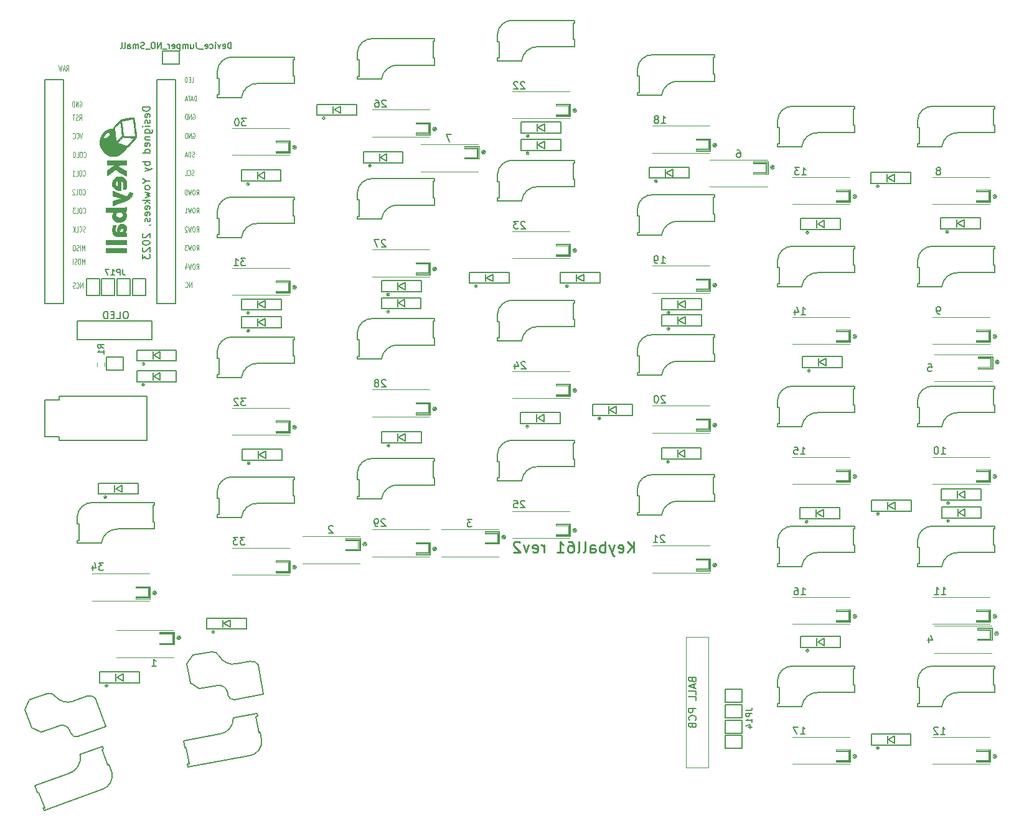
<source format=gbr>
G04 #@! TF.GenerationSoftware,KiCad,Pcbnew,8.0.5*
G04 #@! TF.CreationDate,2024-11-19T21:37:06+08:00*
G04 #@! TF.ProjectId,keyball61_right,6b657962-616c-46c3-9631-5f7269676874,rev?*
G04 #@! TF.SameCoordinates,Original*
G04 #@! TF.FileFunction,Legend,Bot*
G04 #@! TF.FilePolarity,Positive*
%FSLAX46Y46*%
G04 Gerber Fmt 4.6, Leading zero omitted, Abs format (unit mm)*
G04 Created by KiCad (PCBNEW 8.0.5) date 2024-11-19 21:37:06*
%MOMM*%
%LPD*%
G01*
G04 APERTURE LIST*
%ADD10C,0.150000*%
%ADD11C,0.250000*%
%ADD12C,0.200000*%
%ADD13C,0.125000*%
%ADD14C,0.152400*%
%ADD15C,0.120000*%
%ADD16C,0.010000*%
G04 APERTURE END LIST*
D10*
X102874820Y-51520187D02*
X101874820Y-51520187D01*
X101874820Y-51520187D02*
X101874820Y-51758282D01*
X101874820Y-51758282D02*
X101922439Y-51901139D01*
X101922439Y-51901139D02*
X102017677Y-51996377D01*
X102017677Y-51996377D02*
X102112915Y-52043996D01*
X102112915Y-52043996D02*
X102303391Y-52091615D01*
X102303391Y-52091615D02*
X102446248Y-52091615D01*
X102446248Y-52091615D02*
X102636724Y-52043996D01*
X102636724Y-52043996D02*
X102731962Y-51996377D01*
X102731962Y-51996377D02*
X102827201Y-51901139D01*
X102827201Y-51901139D02*
X102874820Y-51758282D01*
X102874820Y-51758282D02*
X102874820Y-51520187D01*
X102827201Y-52901139D02*
X102874820Y-52805901D01*
X102874820Y-52805901D02*
X102874820Y-52615425D01*
X102874820Y-52615425D02*
X102827201Y-52520187D01*
X102827201Y-52520187D02*
X102731962Y-52472568D01*
X102731962Y-52472568D02*
X102351010Y-52472568D01*
X102351010Y-52472568D02*
X102255772Y-52520187D01*
X102255772Y-52520187D02*
X102208153Y-52615425D01*
X102208153Y-52615425D02*
X102208153Y-52805901D01*
X102208153Y-52805901D02*
X102255772Y-52901139D01*
X102255772Y-52901139D02*
X102351010Y-52948758D01*
X102351010Y-52948758D02*
X102446248Y-52948758D01*
X102446248Y-52948758D02*
X102541486Y-52472568D01*
X102827201Y-53329711D02*
X102874820Y-53424949D01*
X102874820Y-53424949D02*
X102874820Y-53615425D01*
X102874820Y-53615425D02*
X102827201Y-53710663D01*
X102827201Y-53710663D02*
X102731962Y-53758282D01*
X102731962Y-53758282D02*
X102684343Y-53758282D01*
X102684343Y-53758282D02*
X102589105Y-53710663D01*
X102589105Y-53710663D02*
X102541486Y-53615425D01*
X102541486Y-53615425D02*
X102541486Y-53472568D01*
X102541486Y-53472568D02*
X102493867Y-53377330D01*
X102493867Y-53377330D02*
X102398629Y-53329711D01*
X102398629Y-53329711D02*
X102351010Y-53329711D01*
X102351010Y-53329711D02*
X102255772Y-53377330D01*
X102255772Y-53377330D02*
X102208153Y-53472568D01*
X102208153Y-53472568D02*
X102208153Y-53615425D01*
X102208153Y-53615425D02*
X102255772Y-53710663D01*
X102874820Y-54186854D02*
X102208153Y-54186854D01*
X101874820Y-54186854D02*
X101922439Y-54139235D01*
X101922439Y-54139235D02*
X101970058Y-54186854D01*
X101970058Y-54186854D02*
X101922439Y-54234473D01*
X101922439Y-54234473D02*
X101874820Y-54186854D01*
X101874820Y-54186854D02*
X101970058Y-54186854D01*
X102208153Y-55091615D02*
X103017677Y-55091615D01*
X103017677Y-55091615D02*
X103112915Y-55043996D01*
X103112915Y-55043996D02*
X103160534Y-54996377D01*
X103160534Y-54996377D02*
X103208153Y-54901139D01*
X103208153Y-54901139D02*
X103208153Y-54758282D01*
X103208153Y-54758282D02*
X103160534Y-54663044D01*
X102827201Y-55091615D02*
X102874820Y-54996377D01*
X102874820Y-54996377D02*
X102874820Y-54805901D01*
X102874820Y-54805901D02*
X102827201Y-54710663D01*
X102827201Y-54710663D02*
X102779581Y-54663044D01*
X102779581Y-54663044D02*
X102684343Y-54615425D01*
X102684343Y-54615425D02*
X102398629Y-54615425D01*
X102398629Y-54615425D02*
X102303391Y-54663044D01*
X102303391Y-54663044D02*
X102255772Y-54710663D01*
X102255772Y-54710663D02*
X102208153Y-54805901D01*
X102208153Y-54805901D02*
X102208153Y-54996377D01*
X102208153Y-54996377D02*
X102255772Y-55091615D01*
X102208153Y-55567806D02*
X102874820Y-55567806D01*
X102303391Y-55567806D02*
X102255772Y-55615425D01*
X102255772Y-55615425D02*
X102208153Y-55710663D01*
X102208153Y-55710663D02*
X102208153Y-55853520D01*
X102208153Y-55853520D02*
X102255772Y-55948758D01*
X102255772Y-55948758D02*
X102351010Y-55996377D01*
X102351010Y-55996377D02*
X102874820Y-55996377D01*
X102827201Y-56853520D02*
X102874820Y-56758282D01*
X102874820Y-56758282D02*
X102874820Y-56567806D01*
X102874820Y-56567806D02*
X102827201Y-56472568D01*
X102827201Y-56472568D02*
X102731962Y-56424949D01*
X102731962Y-56424949D02*
X102351010Y-56424949D01*
X102351010Y-56424949D02*
X102255772Y-56472568D01*
X102255772Y-56472568D02*
X102208153Y-56567806D01*
X102208153Y-56567806D02*
X102208153Y-56758282D01*
X102208153Y-56758282D02*
X102255772Y-56853520D01*
X102255772Y-56853520D02*
X102351010Y-56901139D01*
X102351010Y-56901139D02*
X102446248Y-56901139D01*
X102446248Y-56901139D02*
X102541486Y-56424949D01*
X102874820Y-57758282D02*
X101874820Y-57758282D01*
X102827201Y-57758282D02*
X102874820Y-57663044D01*
X102874820Y-57663044D02*
X102874820Y-57472568D01*
X102874820Y-57472568D02*
X102827201Y-57377330D01*
X102827201Y-57377330D02*
X102779581Y-57329711D01*
X102779581Y-57329711D02*
X102684343Y-57282092D01*
X102684343Y-57282092D02*
X102398629Y-57282092D01*
X102398629Y-57282092D02*
X102303391Y-57329711D01*
X102303391Y-57329711D02*
X102255772Y-57377330D01*
X102255772Y-57377330D02*
X102208153Y-57472568D01*
X102208153Y-57472568D02*
X102208153Y-57663044D01*
X102208153Y-57663044D02*
X102255772Y-57758282D01*
X102874820Y-58996378D02*
X101874820Y-58996378D01*
X102255772Y-58996378D02*
X102208153Y-59091616D01*
X102208153Y-59091616D02*
X102208153Y-59282092D01*
X102208153Y-59282092D02*
X102255772Y-59377330D01*
X102255772Y-59377330D02*
X102303391Y-59424949D01*
X102303391Y-59424949D02*
X102398629Y-59472568D01*
X102398629Y-59472568D02*
X102684343Y-59472568D01*
X102684343Y-59472568D02*
X102779581Y-59424949D01*
X102779581Y-59424949D02*
X102827201Y-59377330D01*
X102827201Y-59377330D02*
X102874820Y-59282092D01*
X102874820Y-59282092D02*
X102874820Y-59091616D01*
X102874820Y-59091616D02*
X102827201Y-58996378D01*
X102208153Y-59805902D02*
X102874820Y-60043997D01*
X102208153Y-60282092D02*
X102874820Y-60043997D01*
X102874820Y-60043997D02*
X103112915Y-59948759D01*
X103112915Y-59948759D02*
X103160534Y-59901140D01*
X103160534Y-59901140D02*
X103208153Y-59805902D01*
X102398629Y-61615426D02*
X102874820Y-61615426D01*
X101874820Y-61282093D02*
X102398629Y-61615426D01*
X102398629Y-61615426D02*
X101874820Y-61948759D01*
X102874820Y-62424950D02*
X102827201Y-62329712D01*
X102827201Y-62329712D02*
X102779581Y-62282093D01*
X102779581Y-62282093D02*
X102684343Y-62234474D01*
X102684343Y-62234474D02*
X102398629Y-62234474D01*
X102398629Y-62234474D02*
X102303391Y-62282093D01*
X102303391Y-62282093D02*
X102255772Y-62329712D01*
X102255772Y-62329712D02*
X102208153Y-62424950D01*
X102208153Y-62424950D02*
X102208153Y-62567807D01*
X102208153Y-62567807D02*
X102255772Y-62663045D01*
X102255772Y-62663045D02*
X102303391Y-62710664D01*
X102303391Y-62710664D02*
X102398629Y-62758283D01*
X102398629Y-62758283D02*
X102684343Y-62758283D01*
X102684343Y-62758283D02*
X102779581Y-62710664D01*
X102779581Y-62710664D02*
X102827201Y-62663045D01*
X102827201Y-62663045D02*
X102874820Y-62567807D01*
X102874820Y-62567807D02*
X102874820Y-62424950D01*
X102208153Y-63091617D02*
X102874820Y-63282093D01*
X102874820Y-63282093D02*
X102398629Y-63472569D01*
X102398629Y-63472569D02*
X102874820Y-63663045D01*
X102874820Y-63663045D02*
X102208153Y-63853521D01*
X102874820Y-64234474D02*
X101874820Y-64234474D01*
X102493867Y-64329712D02*
X102874820Y-64615426D01*
X102208153Y-64615426D02*
X102589105Y-64234474D01*
X102827201Y-65424950D02*
X102874820Y-65329712D01*
X102874820Y-65329712D02*
X102874820Y-65139236D01*
X102874820Y-65139236D02*
X102827201Y-65043998D01*
X102827201Y-65043998D02*
X102731962Y-64996379D01*
X102731962Y-64996379D02*
X102351010Y-64996379D01*
X102351010Y-64996379D02*
X102255772Y-65043998D01*
X102255772Y-65043998D02*
X102208153Y-65139236D01*
X102208153Y-65139236D02*
X102208153Y-65329712D01*
X102208153Y-65329712D02*
X102255772Y-65424950D01*
X102255772Y-65424950D02*
X102351010Y-65472569D01*
X102351010Y-65472569D02*
X102446248Y-65472569D01*
X102446248Y-65472569D02*
X102541486Y-64996379D01*
X102827201Y-66282093D02*
X102874820Y-66186855D01*
X102874820Y-66186855D02*
X102874820Y-65996379D01*
X102874820Y-65996379D02*
X102827201Y-65901141D01*
X102827201Y-65901141D02*
X102731962Y-65853522D01*
X102731962Y-65853522D02*
X102351010Y-65853522D01*
X102351010Y-65853522D02*
X102255772Y-65901141D01*
X102255772Y-65901141D02*
X102208153Y-65996379D01*
X102208153Y-65996379D02*
X102208153Y-66186855D01*
X102208153Y-66186855D02*
X102255772Y-66282093D01*
X102255772Y-66282093D02*
X102351010Y-66329712D01*
X102351010Y-66329712D02*
X102446248Y-66329712D01*
X102446248Y-66329712D02*
X102541486Y-65853522D01*
X102827201Y-66710665D02*
X102874820Y-66805903D01*
X102874820Y-66805903D02*
X102874820Y-66996379D01*
X102874820Y-66996379D02*
X102827201Y-67091617D01*
X102827201Y-67091617D02*
X102731962Y-67139236D01*
X102731962Y-67139236D02*
X102684343Y-67139236D01*
X102684343Y-67139236D02*
X102589105Y-67091617D01*
X102589105Y-67091617D02*
X102541486Y-66996379D01*
X102541486Y-66996379D02*
X102541486Y-66853522D01*
X102541486Y-66853522D02*
X102493867Y-66758284D01*
X102493867Y-66758284D02*
X102398629Y-66710665D01*
X102398629Y-66710665D02*
X102351010Y-66710665D01*
X102351010Y-66710665D02*
X102255772Y-66758284D01*
X102255772Y-66758284D02*
X102208153Y-66853522D01*
X102208153Y-66853522D02*
X102208153Y-66996379D01*
X102208153Y-66996379D02*
X102255772Y-67091617D01*
X102827201Y-67615427D02*
X102874820Y-67615427D01*
X102874820Y-67615427D02*
X102970058Y-67567808D01*
X102970058Y-67567808D02*
X103017677Y-67520189D01*
X101970058Y-68758284D02*
X101922439Y-68805903D01*
X101922439Y-68805903D02*
X101874820Y-68901141D01*
X101874820Y-68901141D02*
X101874820Y-69139236D01*
X101874820Y-69139236D02*
X101922439Y-69234474D01*
X101922439Y-69234474D02*
X101970058Y-69282093D01*
X101970058Y-69282093D02*
X102065296Y-69329712D01*
X102065296Y-69329712D02*
X102160534Y-69329712D01*
X102160534Y-69329712D02*
X102303391Y-69282093D01*
X102303391Y-69282093D02*
X102874820Y-68710665D01*
X102874820Y-68710665D02*
X102874820Y-69329712D01*
X101874820Y-69948760D02*
X101874820Y-70043998D01*
X101874820Y-70043998D02*
X101922439Y-70139236D01*
X101922439Y-70139236D02*
X101970058Y-70186855D01*
X101970058Y-70186855D02*
X102065296Y-70234474D01*
X102065296Y-70234474D02*
X102255772Y-70282093D01*
X102255772Y-70282093D02*
X102493867Y-70282093D01*
X102493867Y-70282093D02*
X102684343Y-70234474D01*
X102684343Y-70234474D02*
X102779581Y-70186855D01*
X102779581Y-70186855D02*
X102827201Y-70139236D01*
X102827201Y-70139236D02*
X102874820Y-70043998D01*
X102874820Y-70043998D02*
X102874820Y-69948760D01*
X102874820Y-69948760D02*
X102827201Y-69853522D01*
X102827201Y-69853522D02*
X102779581Y-69805903D01*
X102779581Y-69805903D02*
X102684343Y-69758284D01*
X102684343Y-69758284D02*
X102493867Y-69710665D01*
X102493867Y-69710665D02*
X102255772Y-69710665D01*
X102255772Y-69710665D02*
X102065296Y-69758284D01*
X102065296Y-69758284D02*
X101970058Y-69805903D01*
X101970058Y-69805903D02*
X101922439Y-69853522D01*
X101922439Y-69853522D02*
X101874820Y-69948760D01*
X101970058Y-70663046D02*
X101922439Y-70710665D01*
X101922439Y-70710665D02*
X101874820Y-70805903D01*
X101874820Y-70805903D02*
X101874820Y-71043998D01*
X101874820Y-71043998D02*
X101922439Y-71139236D01*
X101922439Y-71139236D02*
X101970058Y-71186855D01*
X101970058Y-71186855D02*
X102065296Y-71234474D01*
X102065296Y-71234474D02*
X102160534Y-71234474D01*
X102160534Y-71234474D02*
X102303391Y-71186855D01*
X102303391Y-71186855D02*
X102874820Y-70615427D01*
X102874820Y-70615427D02*
X102874820Y-71234474D01*
X101874820Y-71567808D02*
X101874820Y-72186855D01*
X101874820Y-72186855D02*
X102255772Y-71853522D01*
X102255772Y-71853522D02*
X102255772Y-71996379D01*
X102255772Y-71996379D02*
X102303391Y-72091617D01*
X102303391Y-72091617D02*
X102351010Y-72139236D01*
X102351010Y-72139236D02*
X102446248Y-72186855D01*
X102446248Y-72186855D02*
X102684343Y-72186855D01*
X102684343Y-72186855D02*
X102779581Y-72139236D01*
X102779581Y-72139236D02*
X102827201Y-72091617D01*
X102827201Y-72091617D02*
X102874820Y-71996379D01*
X102874820Y-71996379D02*
X102874820Y-71710665D01*
X102874820Y-71710665D02*
X102827201Y-71615427D01*
X102827201Y-71615427D02*
X102779581Y-71567808D01*
D11*
X168692856Y-112170640D02*
X168692856Y-110670640D01*
X167835713Y-112170640D02*
X168478570Y-111313497D01*
X167835713Y-110670640D02*
X168692856Y-111527783D01*
X166621427Y-112099212D02*
X166764284Y-112170640D01*
X166764284Y-112170640D02*
X167049999Y-112170640D01*
X167049999Y-112170640D02*
X167192856Y-112099212D01*
X167192856Y-112099212D02*
X167264284Y-111956354D01*
X167264284Y-111956354D02*
X167264284Y-111384926D01*
X167264284Y-111384926D02*
X167192856Y-111242069D01*
X167192856Y-111242069D02*
X167049999Y-111170640D01*
X167049999Y-111170640D02*
X166764284Y-111170640D01*
X166764284Y-111170640D02*
X166621427Y-111242069D01*
X166621427Y-111242069D02*
X166549999Y-111384926D01*
X166549999Y-111384926D02*
X166549999Y-111527783D01*
X166549999Y-111527783D02*
X167264284Y-111670640D01*
X166049999Y-111170640D02*
X165692856Y-112170640D01*
X165335713Y-111170640D02*
X165692856Y-112170640D01*
X165692856Y-112170640D02*
X165835713Y-112527783D01*
X165835713Y-112527783D02*
X165907142Y-112599212D01*
X165907142Y-112599212D02*
X166049999Y-112670640D01*
X164764285Y-112170640D02*
X164764285Y-110670640D01*
X164764285Y-111242069D02*
X164621428Y-111170640D01*
X164621428Y-111170640D02*
X164335713Y-111170640D01*
X164335713Y-111170640D02*
X164192856Y-111242069D01*
X164192856Y-111242069D02*
X164121428Y-111313497D01*
X164121428Y-111313497D02*
X164049999Y-111456354D01*
X164049999Y-111456354D02*
X164049999Y-111884926D01*
X164049999Y-111884926D02*
X164121428Y-112027783D01*
X164121428Y-112027783D02*
X164192856Y-112099212D01*
X164192856Y-112099212D02*
X164335713Y-112170640D01*
X164335713Y-112170640D02*
X164621428Y-112170640D01*
X164621428Y-112170640D02*
X164764285Y-112099212D01*
X162764285Y-112170640D02*
X162764285Y-111384926D01*
X162764285Y-111384926D02*
X162835713Y-111242069D01*
X162835713Y-111242069D02*
X162978570Y-111170640D01*
X162978570Y-111170640D02*
X163264285Y-111170640D01*
X163264285Y-111170640D02*
X163407142Y-111242069D01*
X162764285Y-112099212D02*
X162907142Y-112170640D01*
X162907142Y-112170640D02*
X163264285Y-112170640D01*
X163264285Y-112170640D02*
X163407142Y-112099212D01*
X163407142Y-112099212D02*
X163478570Y-111956354D01*
X163478570Y-111956354D02*
X163478570Y-111813497D01*
X163478570Y-111813497D02*
X163407142Y-111670640D01*
X163407142Y-111670640D02*
X163264285Y-111599212D01*
X163264285Y-111599212D02*
X162907142Y-111599212D01*
X162907142Y-111599212D02*
X162764285Y-111527783D01*
X161835713Y-112170640D02*
X161978570Y-112099212D01*
X161978570Y-112099212D02*
X162049999Y-111956354D01*
X162049999Y-111956354D02*
X162049999Y-110670640D01*
X161049999Y-112170640D02*
X161192856Y-112099212D01*
X161192856Y-112099212D02*
X161264285Y-111956354D01*
X161264285Y-111956354D02*
X161264285Y-110670640D01*
X159835714Y-110670640D02*
X160121428Y-110670640D01*
X160121428Y-110670640D02*
X160264285Y-110742069D01*
X160264285Y-110742069D02*
X160335714Y-110813497D01*
X160335714Y-110813497D02*
X160478571Y-111027783D01*
X160478571Y-111027783D02*
X160549999Y-111313497D01*
X160549999Y-111313497D02*
X160549999Y-111884926D01*
X160549999Y-111884926D02*
X160478571Y-112027783D01*
X160478571Y-112027783D02*
X160407142Y-112099212D01*
X160407142Y-112099212D02*
X160264285Y-112170640D01*
X160264285Y-112170640D02*
X159978571Y-112170640D01*
X159978571Y-112170640D02*
X159835714Y-112099212D01*
X159835714Y-112099212D02*
X159764285Y-112027783D01*
X159764285Y-112027783D02*
X159692856Y-111884926D01*
X159692856Y-111884926D02*
X159692856Y-111527783D01*
X159692856Y-111527783D02*
X159764285Y-111384926D01*
X159764285Y-111384926D02*
X159835714Y-111313497D01*
X159835714Y-111313497D02*
X159978571Y-111242069D01*
X159978571Y-111242069D02*
X160264285Y-111242069D01*
X160264285Y-111242069D02*
X160407142Y-111313497D01*
X160407142Y-111313497D02*
X160478571Y-111384926D01*
X160478571Y-111384926D02*
X160549999Y-111527783D01*
X158264285Y-112170640D02*
X159121428Y-112170640D01*
X158692857Y-112170640D02*
X158692857Y-110670640D01*
X158692857Y-110670640D02*
X158835714Y-110884926D01*
X158835714Y-110884926D02*
X158978571Y-111027783D01*
X158978571Y-111027783D02*
X159121428Y-111099212D01*
X156478572Y-112170640D02*
X156478572Y-111170640D01*
X156478572Y-111456354D02*
X156407143Y-111313497D01*
X156407143Y-111313497D02*
X156335715Y-111242069D01*
X156335715Y-111242069D02*
X156192857Y-111170640D01*
X156192857Y-111170640D02*
X156050000Y-111170640D01*
X154978572Y-112099212D02*
X155121429Y-112170640D01*
X155121429Y-112170640D02*
X155407144Y-112170640D01*
X155407144Y-112170640D02*
X155550001Y-112099212D01*
X155550001Y-112099212D02*
X155621429Y-111956354D01*
X155621429Y-111956354D02*
X155621429Y-111384926D01*
X155621429Y-111384926D02*
X155550001Y-111242069D01*
X155550001Y-111242069D02*
X155407144Y-111170640D01*
X155407144Y-111170640D02*
X155121429Y-111170640D01*
X155121429Y-111170640D02*
X154978572Y-111242069D01*
X154978572Y-111242069D02*
X154907144Y-111384926D01*
X154907144Y-111384926D02*
X154907144Y-111527783D01*
X154907144Y-111527783D02*
X155621429Y-111670640D01*
X154407144Y-111170640D02*
X154050001Y-112170640D01*
X154050001Y-112170640D02*
X153692858Y-111170640D01*
X153192858Y-110813497D02*
X153121430Y-110742069D01*
X153121430Y-110742069D02*
X152978573Y-110670640D01*
X152978573Y-110670640D02*
X152621430Y-110670640D01*
X152621430Y-110670640D02*
X152478573Y-110742069D01*
X152478573Y-110742069D02*
X152407144Y-110813497D01*
X152407144Y-110813497D02*
X152335715Y-110956354D01*
X152335715Y-110956354D02*
X152335715Y-111099212D01*
X152335715Y-111099212D02*
X152407144Y-111313497D01*
X152407144Y-111313497D02*
X153264287Y-112170640D01*
X153264287Y-112170640D02*
X152335715Y-112170640D01*
D10*
X99688282Y-79344243D02*
X99497806Y-79344243D01*
X99497806Y-79344243D02*
X99402568Y-79391862D01*
X99402568Y-79391862D02*
X99307330Y-79487100D01*
X99307330Y-79487100D02*
X99259711Y-79677576D01*
X99259711Y-79677576D02*
X99259711Y-80010909D01*
X99259711Y-80010909D02*
X99307330Y-80201385D01*
X99307330Y-80201385D02*
X99402568Y-80296624D01*
X99402568Y-80296624D02*
X99497806Y-80344243D01*
X99497806Y-80344243D02*
X99688282Y-80344243D01*
X99688282Y-80344243D02*
X99783520Y-80296624D01*
X99783520Y-80296624D02*
X99878758Y-80201385D01*
X99878758Y-80201385D02*
X99926377Y-80010909D01*
X99926377Y-80010909D02*
X99926377Y-79677576D01*
X99926377Y-79677576D02*
X99878758Y-79487100D01*
X99878758Y-79487100D02*
X99783520Y-79391862D01*
X99783520Y-79391862D02*
X99688282Y-79344243D01*
X98354949Y-80344243D02*
X98831139Y-80344243D01*
X98831139Y-80344243D02*
X98831139Y-79344243D01*
X98021615Y-79820433D02*
X97688282Y-79820433D01*
X97545425Y-80344243D02*
X98021615Y-80344243D01*
X98021615Y-80344243D02*
X98021615Y-79344243D01*
X98021615Y-79344243D02*
X97545425Y-79344243D01*
X97116853Y-80344243D02*
X97116853Y-79344243D01*
X97116853Y-79344243D02*
X96878758Y-79344243D01*
X96878758Y-79344243D02*
X96735901Y-79391862D01*
X96735901Y-79391862D02*
X96640663Y-79487100D01*
X96640663Y-79487100D02*
X96593044Y-79582338D01*
X96593044Y-79582338D02*
X96545425Y-79772814D01*
X96545425Y-79772814D02*
X96545425Y-79915671D01*
X96545425Y-79915671D02*
X96593044Y-80106147D01*
X96593044Y-80106147D02*
X96640663Y-80201385D01*
X96640663Y-80201385D02*
X96735901Y-80296624D01*
X96735901Y-80296624D02*
X96878758Y-80344243D01*
X96878758Y-80344243D02*
X97116853Y-80344243D01*
X176652009Y-129497380D02*
X176699628Y-129640237D01*
X176699628Y-129640237D02*
X176747247Y-129687856D01*
X176747247Y-129687856D02*
X176842485Y-129735475D01*
X176842485Y-129735475D02*
X176985342Y-129735475D01*
X176985342Y-129735475D02*
X177080580Y-129687856D01*
X177080580Y-129687856D02*
X177128200Y-129640237D01*
X177128200Y-129640237D02*
X177175819Y-129544999D01*
X177175819Y-129544999D02*
X177175819Y-129164047D01*
X177175819Y-129164047D02*
X176175819Y-129164047D01*
X176175819Y-129164047D02*
X176175819Y-129497380D01*
X176175819Y-129497380D02*
X176223438Y-129592618D01*
X176223438Y-129592618D02*
X176271057Y-129640237D01*
X176271057Y-129640237D02*
X176366295Y-129687856D01*
X176366295Y-129687856D02*
X176461533Y-129687856D01*
X176461533Y-129687856D02*
X176556771Y-129640237D01*
X176556771Y-129640237D02*
X176604390Y-129592618D01*
X176604390Y-129592618D02*
X176652009Y-129497380D01*
X176652009Y-129497380D02*
X176652009Y-129164047D01*
X176890104Y-130116428D02*
X176890104Y-130592618D01*
X177175819Y-130021190D02*
X176175819Y-130354523D01*
X176175819Y-130354523D02*
X177175819Y-130687856D01*
X177175819Y-131497380D02*
X177175819Y-131021190D01*
X177175819Y-131021190D02*
X176175819Y-131021190D01*
X177175819Y-132306904D02*
X177175819Y-131830714D01*
X177175819Y-131830714D02*
X176175819Y-131830714D01*
X177175819Y-133402143D02*
X176175819Y-133402143D01*
X176175819Y-133402143D02*
X176175819Y-133783095D01*
X176175819Y-133783095D02*
X176223438Y-133878333D01*
X176223438Y-133878333D02*
X176271057Y-133925952D01*
X176271057Y-133925952D02*
X176366295Y-133973571D01*
X176366295Y-133973571D02*
X176509152Y-133973571D01*
X176509152Y-133973571D02*
X176604390Y-133925952D01*
X176604390Y-133925952D02*
X176652009Y-133878333D01*
X176652009Y-133878333D02*
X176699628Y-133783095D01*
X176699628Y-133783095D02*
X176699628Y-133402143D01*
X177080580Y-134973571D02*
X177128200Y-134925952D01*
X177128200Y-134925952D02*
X177175819Y-134783095D01*
X177175819Y-134783095D02*
X177175819Y-134687857D01*
X177175819Y-134687857D02*
X177128200Y-134545000D01*
X177128200Y-134545000D02*
X177032961Y-134449762D01*
X177032961Y-134449762D02*
X176937723Y-134402143D01*
X176937723Y-134402143D02*
X176747247Y-134354524D01*
X176747247Y-134354524D02*
X176604390Y-134354524D01*
X176604390Y-134354524D02*
X176413914Y-134402143D01*
X176413914Y-134402143D02*
X176318676Y-134449762D01*
X176318676Y-134449762D02*
X176223438Y-134545000D01*
X176223438Y-134545000D02*
X176175819Y-134687857D01*
X176175819Y-134687857D02*
X176175819Y-134783095D01*
X176175819Y-134783095D02*
X176223438Y-134925952D01*
X176223438Y-134925952D02*
X176271057Y-134973571D01*
X176652009Y-135735476D02*
X176699628Y-135878333D01*
X176699628Y-135878333D02*
X176747247Y-135925952D01*
X176747247Y-135925952D02*
X176842485Y-135973571D01*
X176842485Y-135973571D02*
X176985342Y-135973571D01*
X176985342Y-135973571D02*
X177080580Y-135925952D01*
X177080580Y-135925952D02*
X177128200Y-135878333D01*
X177128200Y-135878333D02*
X177175819Y-135783095D01*
X177175819Y-135783095D02*
X177175819Y-135402143D01*
X177175819Y-135402143D02*
X176175819Y-135402143D01*
X176175819Y-135402143D02*
X176175819Y-135735476D01*
X176175819Y-135735476D02*
X176223438Y-135830714D01*
X176223438Y-135830714D02*
X176271057Y-135878333D01*
X176271057Y-135878333D02*
X176366295Y-135925952D01*
X176366295Y-135925952D02*
X176461533Y-135925952D01*
X176461533Y-135925952D02*
X176556771Y-135878333D01*
X176556771Y-135878333D02*
X176604390Y-135830714D01*
X176604390Y-135830714D02*
X176652009Y-135735476D01*
X176652009Y-135735476D02*
X176652009Y-135402143D01*
D12*
X103134286Y-127681931D02*
X103705714Y-127681931D01*
X103420000Y-127681931D02*
X103420000Y-126681931D01*
X103420000Y-126681931D02*
X103515238Y-126824788D01*
X103515238Y-126824788D02*
X103610476Y-126920026D01*
X103610476Y-126920026D02*
X103705714Y-126967645D01*
X127755714Y-108631881D02*
X127708095Y-108584262D01*
X127708095Y-108584262D02*
X127612857Y-108536643D01*
X127612857Y-108536643D02*
X127374762Y-108536643D01*
X127374762Y-108536643D02*
X127279524Y-108584262D01*
X127279524Y-108584262D02*
X127231905Y-108631881D01*
X127231905Y-108631881D02*
X127184286Y-108727119D01*
X127184286Y-108727119D02*
X127184286Y-108822357D01*
X127184286Y-108822357D02*
X127231905Y-108965214D01*
X127231905Y-108965214D02*
X127803333Y-109536643D01*
X127803333Y-109536643D02*
X127184286Y-109536643D01*
X208819524Y-123775264D02*
X208819524Y-124441931D01*
X209057619Y-123394312D02*
X209295714Y-124108597D01*
X209295714Y-124108597D02*
X208676667Y-124108597D01*
X208711905Y-86501931D02*
X209188095Y-86501931D01*
X209188095Y-86501931D02*
X209235714Y-86978121D01*
X209235714Y-86978121D02*
X209188095Y-86930502D01*
X209188095Y-86930502D02*
X209092857Y-86882883D01*
X209092857Y-86882883D02*
X208854762Y-86882883D01*
X208854762Y-86882883D02*
X208759524Y-86930502D01*
X208759524Y-86930502D02*
X208711905Y-86978121D01*
X208711905Y-86978121D02*
X208664286Y-87073359D01*
X208664286Y-87073359D02*
X208664286Y-87311454D01*
X208664286Y-87311454D02*
X208711905Y-87406692D01*
X208711905Y-87406692D02*
X208759524Y-87454312D01*
X208759524Y-87454312D02*
X208854762Y-87501931D01*
X208854762Y-87501931D02*
X209092857Y-87501931D01*
X209092857Y-87501931D02*
X209188095Y-87454312D01*
X209188095Y-87454312D02*
X209235714Y-87406692D01*
X182759524Y-57381931D02*
X182950000Y-57381931D01*
X182950000Y-57381931D02*
X183045238Y-57429550D01*
X183045238Y-57429550D02*
X183092857Y-57477169D01*
X183092857Y-57477169D02*
X183188095Y-57620026D01*
X183188095Y-57620026D02*
X183235714Y-57810502D01*
X183235714Y-57810502D02*
X183235714Y-58191454D01*
X183235714Y-58191454D02*
X183188095Y-58286692D01*
X183188095Y-58286692D02*
X183140476Y-58334312D01*
X183140476Y-58334312D02*
X183045238Y-58381931D01*
X183045238Y-58381931D02*
X182854762Y-58381931D01*
X182854762Y-58381931D02*
X182759524Y-58334312D01*
X182759524Y-58334312D02*
X182711905Y-58286692D01*
X182711905Y-58286692D02*
X182664286Y-58191454D01*
X182664286Y-58191454D02*
X182664286Y-57953359D01*
X182664286Y-57953359D02*
X182711905Y-57858121D01*
X182711905Y-57858121D02*
X182759524Y-57810502D01*
X182759524Y-57810502D02*
X182854762Y-57762883D01*
X182854762Y-57762883D02*
X183045238Y-57762883D01*
X183045238Y-57762883D02*
X183140476Y-57810502D01*
X183140476Y-57810502D02*
X183188095Y-57858121D01*
X183188095Y-57858121D02*
X183235714Y-57953359D01*
X143873333Y-55231931D02*
X143206667Y-55231931D01*
X143206667Y-55231931D02*
X143635238Y-56231931D01*
X210235238Y-60190502D02*
X210330476Y-60142883D01*
X210330476Y-60142883D02*
X210378095Y-60095264D01*
X210378095Y-60095264D02*
X210425714Y-60000026D01*
X210425714Y-60000026D02*
X210425714Y-59952407D01*
X210425714Y-59952407D02*
X210378095Y-59857169D01*
X210378095Y-59857169D02*
X210330476Y-59809550D01*
X210330476Y-59809550D02*
X210235238Y-59761931D01*
X210235238Y-59761931D02*
X210044762Y-59761931D01*
X210044762Y-59761931D02*
X209949524Y-59809550D01*
X209949524Y-59809550D02*
X209901905Y-59857169D01*
X209901905Y-59857169D02*
X209854286Y-59952407D01*
X209854286Y-59952407D02*
X209854286Y-60000026D01*
X209854286Y-60000026D02*
X209901905Y-60095264D01*
X209901905Y-60095264D02*
X209949524Y-60142883D01*
X209949524Y-60142883D02*
X210044762Y-60190502D01*
X210044762Y-60190502D02*
X210235238Y-60190502D01*
X210235238Y-60190502D02*
X210330476Y-60238121D01*
X210330476Y-60238121D02*
X210378095Y-60285740D01*
X210378095Y-60285740D02*
X210425714Y-60380978D01*
X210425714Y-60380978D02*
X210425714Y-60571454D01*
X210425714Y-60571454D02*
X210378095Y-60666692D01*
X210378095Y-60666692D02*
X210330476Y-60714312D01*
X210330476Y-60714312D02*
X210235238Y-60761931D01*
X210235238Y-60761931D02*
X210044762Y-60761931D01*
X210044762Y-60761931D02*
X209949524Y-60714312D01*
X209949524Y-60714312D02*
X209901905Y-60666692D01*
X209901905Y-60666692D02*
X209854286Y-60571454D01*
X209854286Y-60571454D02*
X209854286Y-60380978D01*
X209854286Y-60380978D02*
X209901905Y-60285740D01*
X209901905Y-60285740D02*
X209949524Y-60238121D01*
X209949524Y-60238121D02*
X210044762Y-60190502D01*
X210330476Y-79711931D02*
X210140000Y-79711931D01*
X210140000Y-79711931D02*
X210044762Y-79664312D01*
X210044762Y-79664312D02*
X209997143Y-79616692D01*
X209997143Y-79616692D02*
X209901905Y-79473835D01*
X209901905Y-79473835D02*
X209854286Y-79283359D01*
X209854286Y-79283359D02*
X209854286Y-78902407D01*
X209854286Y-78902407D02*
X209901905Y-78807169D01*
X209901905Y-78807169D02*
X209949524Y-78759550D01*
X209949524Y-78759550D02*
X210044762Y-78711931D01*
X210044762Y-78711931D02*
X210235238Y-78711931D01*
X210235238Y-78711931D02*
X210330476Y-78759550D01*
X210330476Y-78759550D02*
X210378095Y-78807169D01*
X210378095Y-78807169D02*
X210425714Y-78902407D01*
X210425714Y-78902407D02*
X210425714Y-79140502D01*
X210425714Y-79140502D02*
X210378095Y-79235740D01*
X210378095Y-79235740D02*
X210330476Y-79283359D01*
X210330476Y-79283359D02*
X210235238Y-79330978D01*
X210235238Y-79330978D02*
X210044762Y-79330978D01*
X210044762Y-79330978D02*
X209949524Y-79283359D01*
X209949524Y-79283359D02*
X209901905Y-79235740D01*
X209901905Y-79235740D02*
X209854286Y-79140502D01*
X210500477Y-98761931D02*
X211071905Y-98761931D01*
X210786191Y-98761931D02*
X210786191Y-97761931D01*
X210786191Y-97761931D02*
X210881429Y-97904788D01*
X210881429Y-97904788D02*
X210976667Y-98000026D01*
X210976667Y-98000026D02*
X211071905Y-98047645D01*
X209881429Y-97761931D02*
X209786191Y-97761931D01*
X209786191Y-97761931D02*
X209690953Y-97809550D01*
X209690953Y-97809550D02*
X209643334Y-97857169D01*
X209643334Y-97857169D02*
X209595715Y-97952407D01*
X209595715Y-97952407D02*
X209548096Y-98142883D01*
X209548096Y-98142883D02*
X209548096Y-98380978D01*
X209548096Y-98380978D02*
X209595715Y-98571454D01*
X209595715Y-98571454D02*
X209643334Y-98666692D01*
X209643334Y-98666692D02*
X209690953Y-98714312D01*
X209690953Y-98714312D02*
X209786191Y-98761931D01*
X209786191Y-98761931D02*
X209881429Y-98761931D01*
X209881429Y-98761931D02*
X209976667Y-98714312D01*
X209976667Y-98714312D02*
X210024286Y-98666692D01*
X210024286Y-98666692D02*
X210071905Y-98571454D01*
X210071905Y-98571454D02*
X210119524Y-98380978D01*
X210119524Y-98380978D02*
X210119524Y-98142883D01*
X210119524Y-98142883D02*
X210071905Y-97952407D01*
X210071905Y-97952407D02*
X210024286Y-97857169D01*
X210024286Y-97857169D02*
X209976667Y-97809550D01*
X209976667Y-97809550D02*
X209881429Y-97761931D01*
X210550477Y-117871931D02*
X211121905Y-117871931D01*
X210836191Y-117871931D02*
X210836191Y-116871931D01*
X210836191Y-116871931D02*
X210931429Y-117014788D01*
X210931429Y-117014788D02*
X211026667Y-117110026D01*
X211026667Y-117110026D02*
X211121905Y-117157645D01*
X209598096Y-117871931D02*
X210169524Y-117871931D01*
X209883810Y-117871931D02*
X209883810Y-116871931D01*
X209883810Y-116871931D02*
X209979048Y-117014788D01*
X209979048Y-117014788D02*
X210074286Y-117110026D01*
X210074286Y-117110026D02*
X210169524Y-117157645D01*
X210460477Y-136921931D02*
X211031905Y-136921931D01*
X210746191Y-136921931D02*
X210746191Y-135921931D01*
X210746191Y-135921931D02*
X210841429Y-136064788D01*
X210841429Y-136064788D02*
X210936667Y-136160026D01*
X210936667Y-136160026D02*
X211031905Y-136207645D01*
X210079524Y-136017169D02*
X210031905Y-135969550D01*
X210031905Y-135969550D02*
X209936667Y-135921931D01*
X209936667Y-135921931D02*
X209698572Y-135921931D01*
X209698572Y-135921931D02*
X209603334Y-135969550D01*
X209603334Y-135969550D02*
X209555715Y-136017169D01*
X209555715Y-136017169D02*
X209508096Y-136112407D01*
X209508096Y-136112407D02*
X209508096Y-136207645D01*
X209508096Y-136207645D02*
X209555715Y-136350502D01*
X209555715Y-136350502D02*
X210127143Y-136921931D01*
X210127143Y-136921931D02*
X209508096Y-136921931D01*
X191530477Y-60751931D02*
X192101905Y-60751931D01*
X191816191Y-60751931D02*
X191816191Y-59751931D01*
X191816191Y-59751931D02*
X191911429Y-59894788D01*
X191911429Y-59894788D02*
X192006667Y-59990026D01*
X192006667Y-59990026D02*
X192101905Y-60037645D01*
X191197143Y-59751931D02*
X190578096Y-59751931D01*
X190578096Y-59751931D02*
X190911429Y-60132883D01*
X190911429Y-60132883D02*
X190768572Y-60132883D01*
X190768572Y-60132883D02*
X190673334Y-60180502D01*
X190673334Y-60180502D02*
X190625715Y-60228121D01*
X190625715Y-60228121D02*
X190578096Y-60323359D01*
X190578096Y-60323359D02*
X190578096Y-60561454D01*
X190578096Y-60561454D02*
X190625715Y-60656692D01*
X190625715Y-60656692D02*
X190673334Y-60704312D01*
X190673334Y-60704312D02*
X190768572Y-60751931D01*
X190768572Y-60751931D02*
X191054286Y-60751931D01*
X191054286Y-60751931D02*
X191149524Y-60704312D01*
X191149524Y-60704312D02*
X191197143Y-60656692D01*
X191460477Y-79771931D02*
X192031905Y-79771931D01*
X191746191Y-79771931D02*
X191746191Y-78771931D01*
X191746191Y-78771931D02*
X191841429Y-78914788D01*
X191841429Y-78914788D02*
X191936667Y-79010026D01*
X191936667Y-79010026D02*
X192031905Y-79057645D01*
X190603334Y-79105264D02*
X190603334Y-79771931D01*
X190841429Y-78724312D02*
X191079524Y-79438597D01*
X191079524Y-79438597D02*
X190460477Y-79438597D01*
X191390477Y-98801931D02*
X191961905Y-98801931D01*
X191676191Y-98801931D02*
X191676191Y-97801931D01*
X191676191Y-97801931D02*
X191771429Y-97944788D01*
X191771429Y-97944788D02*
X191866667Y-98040026D01*
X191866667Y-98040026D02*
X191961905Y-98087645D01*
X190485715Y-97801931D02*
X190961905Y-97801931D01*
X190961905Y-97801931D02*
X191009524Y-98278121D01*
X191009524Y-98278121D02*
X190961905Y-98230502D01*
X190961905Y-98230502D02*
X190866667Y-98182883D01*
X190866667Y-98182883D02*
X190628572Y-98182883D01*
X190628572Y-98182883D02*
X190533334Y-98230502D01*
X190533334Y-98230502D02*
X190485715Y-98278121D01*
X190485715Y-98278121D02*
X190438096Y-98373359D01*
X190438096Y-98373359D02*
X190438096Y-98611454D01*
X190438096Y-98611454D02*
X190485715Y-98706692D01*
X190485715Y-98706692D02*
X190533334Y-98754312D01*
X190533334Y-98754312D02*
X190628572Y-98801931D01*
X190628572Y-98801931D02*
X190866667Y-98801931D01*
X190866667Y-98801931D02*
X190961905Y-98754312D01*
X190961905Y-98754312D02*
X191009524Y-98706692D01*
X191450477Y-117931931D02*
X192021905Y-117931931D01*
X191736191Y-117931931D02*
X191736191Y-116931931D01*
X191736191Y-116931931D02*
X191831429Y-117074788D01*
X191831429Y-117074788D02*
X191926667Y-117170026D01*
X191926667Y-117170026D02*
X192021905Y-117217645D01*
X190593334Y-116931931D02*
X190783810Y-116931931D01*
X190783810Y-116931931D02*
X190879048Y-116979550D01*
X190879048Y-116979550D02*
X190926667Y-117027169D01*
X190926667Y-117027169D02*
X191021905Y-117170026D01*
X191021905Y-117170026D02*
X191069524Y-117360502D01*
X191069524Y-117360502D02*
X191069524Y-117741454D01*
X191069524Y-117741454D02*
X191021905Y-117836692D01*
X191021905Y-117836692D02*
X190974286Y-117884312D01*
X190974286Y-117884312D02*
X190879048Y-117931931D01*
X190879048Y-117931931D02*
X190688572Y-117931931D01*
X190688572Y-117931931D02*
X190593334Y-117884312D01*
X190593334Y-117884312D02*
X190545715Y-117836692D01*
X190545715Y-117836692D02*
X190498096Y-117741454D01*
X190498096Y-117741454D02*
X190498096Y-117503359D01*
X190498096Y-117503359D02*
X190545715Y-117408121D01*
X190545715Y-117408121D02*
X190593334Y-117360502D01*
X190593334Y-117360502D02*
X190688572Y-117312883D01*
X190688572Y-117312883D02*
X190879048Y-117312883D01*
X190879048Y-117312883D02*
X190974286Y-117360502D01*
X190974286Y-117360502D02*
X191021905Y-117408121D01*
X191021905Y-117408121D02*
X191069524Y-117503359D01*
X191400477Y-136901931D02*
X191971905Y-136901931D01*
X191686191Y-136901931D02*
X191686191Y-135901931D01*
X191686191Y-135901931D02*
X191781429Y-136044788D01*
X191781429Y-136044788D02*
X191876667Y-136140026D01*
X191876667Y-136140026D02*
X191971905Y-136187645D01*
X191067143Y-135901931D02*
X190400477Y-135901931D01*
X190400477Y-135901931D02*
X190829048Y-136901931D01*
X172430477Y-53751931D02*
X173001905Y-53751931D01*
X172716191Y-53751931D02*
X172716191Y-52751931D01*
X172716191Y-52751931D02*
X172811429Y-52894788D01*
X172811429Y-52894788D02*
X172906667Y-52990026D01*
X172906667Y-52990026D02*
X173001905Y-53037645D01*
X171859048Y-53180502D02*
X171954286Y-53132883D01*
X171954286Y-53132883D02*
X172001905Y-53085264D01*
X172001905Y-53085264D02*
X172049524Y-52990026D01*
X172049524Y-52990026D02*
X172049524Y-52942407D01*
X172049524Y-52942407D02*
X172001905Y-52847169D01*
X172001905Y-52847169D02*
X171954286Y-52799550D01*
X171954286Y-52799550D02*
X171859048Y-52751931D01*
X171859048Y-52751931D02*
X171668572Y-52751931D01*
X171668572Y-52751931D02*
X171573334Y-52799550D01*
X171573334Y-52799550D02*
X171525715Y-52847169D01*
X171525715Y-52847169D02*
X171478096Y-52942407D01*
X171478096Y-52942407D02*
X171478096Y-52990026D01*
X171478096Y-52990026D02*
X171525715Y-53085264D01*
X171525715Y-53085264D02*
X171573334Y-53132883D01*
X171573334Y-53132883D02*
X171668572Y-53180502D01*
X171668572Y-53180502D02*
X171859048Y-53180502D01*
X171859048Y-53180502D02*
X171954286Y-53228121D01*
X171954286Y-53228121D02*
X172001905Y-53275740D01*
X172001905Y-53275740D02*
X172049524Y-53370978D01*
X172049524Y-53370978D02*
X172049524Y-53561454D01*
X172049524Y-53561454D02*
X172001905Y-53656692D01*
X172001905Y-53656692D02*
X171954286Y-53704312D01*
X171954286Y-53704312D02*
X171859048Y-53751931D01*
X171859048Y-53751931D02*
X171668572Y-53751931D01*
X171668572Y-53751931D02*
X171573334Y-53704312D01*
X171573334Y-53704312D02*
X171525715Y-53656692D01*
X171525715Y-53656692D02*
X171478096Y-53561454D01*
X171478096Y-53561454D02*
X171478096Y-53370978D01*
X171478096Y-53370978D02*
X171525715Y-53275740D01*
X171525715Y-53275740D02*
X171573334Y-53228121D01*
X171573334Y-53228121D02*
X171668572Y-53180502D01*
X172390477Y-72791931D02*
X172961905Y-72791931D01*
X172676191Y-72791931D02*
X172676191Y-71791931D01*
X172676191Y-71791931D02*
X172771429Y-71934788D01*
X172771429Y-71934788D02*
X172866667Y-72030026D01*
X172866667Y-72030026D02*
X172961905Y-72077645D01*
X171914286Y-72791931D02*
X171723810Y-72791931D01*
X171723810Y-72791931D02*
X171628572Y-72744312D01*
X171628572Y-72744312D02*
X171580953Y-72696692D01*
X171580953Y-72696692D02*
X171485715Y-72553835D01*
X171485715Y-72553835D02*
X171438096Y-72363359D01*
X171438096Y-72363359D02*
X171438096Y-71982407D01*
X171438096Y-71982407D02*
X171485715Y-71887169D01*
X171485715Y-71887169D02*
X171533334Y-71839550D01*
X171533334Y-71839550D02*
X171628572Y-71791931D01*
X171628572Y-71791931D02*
X171819048Y-71791931D01*
X171819048Y-71791931D02*
X171914286Y-71839550D01*
X171914286Y-71839550D02*
X171961905Y-71887169D01*
X171961905Y-71887169D02*
X172009524Y-71982407D01*
X172009524Y-71982407D02*
X172009524Y-72220502D01*
X172009524Y-72220502D02*
X171961905Y-72315740D01*
X171961905Y-72315740D02*
X171914286Y-72363359D01*
X171914286Y-72363359D02*
X171819048Y-72410978D01*
X171819048Y-72410978D02*
X171628572Y-72410978D01*
X171628572Y-72410978D02*
X171533334Y-72363359D01*
X171533334Y-72363359D02*
X171485715Y-72315740D01*
X171485715Y-72315740D02*
X171438096Y-72220502D01*
X172981905Y-90887169D02*
X172934286Y-90839550D01*
X172934286Y-90839550D02*
X172839048Y-90791931D01*
X172839048Y-90791931D02*
X172600953Y-90791931D01*
X172600953Y-90791931D02*
X172505715Y-90839550D01*
X172505715Y-90839550D02*
X172458096Y-90887169D01*
X172458096Y-90887169D02*
X172410477Y-90982407D01*
X172410477Y-90982407D02*
X172410477Y-91077645D01*
X172410477Y-91077645D02*
X172458096Y-91220502D01*
X172458096Y-91220502D02*
X173029524Y-91791931D01*
X173029524Y-91791931D02*
X172410477Y-91791931D01*
X171791429Y-90791931D02*
X171696191Y-90791931D01*
X171696191Y-90791931D02*
X171600953Y-90839550D01*
X171600953Y-90839550D02*
X171553334Y-90887169D01*
X171553334Y-90887169D02*
X171505715Y-90982407D01*
X171505715Y-90982407D02*
X171458096Y-91172883D01*
X171458096Y-91172883D02*
X171458096Y-91410978D01*
X171458096Y-91410978D02*
X171505715Y-91601454D01*
X171505715Y-91601454D02*
X171553334Y-91696692D01*
X171553334Y-91696692D02*
X171600953Y-91744312D01*
X171600953Y-91744312D02*
X171696191Y-91791931D01*
X171696191Y-91791931D02*
X171791429Y-91791931D01*
X171791429Y-91791931D02*
X171886667Y-91744312D01*
X171886667Y-91744312D02*
X171934286Y-91696692D01*
X171934286Y-91696692D02*
X171981905Y-91601454D01*
X171981905Y-91601454D02*
X172029524Y-91410978D01*
X172029524Y-91410978D02*
X172029524Y-91172883D01*
X172029524Y-91172883D02*
X171981905Y-90982407D01*
X171981905Y-90982407D02*
X171934286Y-90887169D01*
X171934286Y-90887169D02*
X171886667Y-90839550D01*
X171886667Y-90839550D02*
X171791429Y-90791931D01*
X172881905Y-109887169D02*
X172834286Y-109839550D01*
X172834286Y-109839550D02*
X172739048Y-109791931D01*
X172739048Y-109791931D02*
X172500953Y-109791931D01*
X172500953Y-109791931D02*
X172405715Y-109839550D01*
X172405715Y-109839550D02*
X172358096Y-109887169D01*
X172358096Y-109887169D02*
X172310477Y-109982407D01*
X172310477Y-109982407D02*
X172310477Y-110077645D01*
X172310477Y-110077645D02*
X172358096Y-110220502D01*
X172358096Y-110220502D02*
X172929524Y-110791931D01*
X172929524Y-110791931D02*
X172310477Y-110791931D01*
X171358096Y-110791931D02*
X171929524Y-110791931D01*
X171643810Y-110791931D02*
X171643810Y-109791931D01*
X171643810Y-109791931D02*
X171739048Y-109934788D01*
X171739048Y-109934788D02*
X171834286Y-110030026D01*
X171834286Y-110030026D02*
X171929524Y-110077645D01*
X153861905Y-48187169D02*
X153814286Y-48139550D01*
X153814286Y-48139550D02*
X153719048Y-48091931D01*
X153719048Y-48091931D02*
X153480953Y-48091931D01*
X153480953Y-48091931D02*
X153385715Y-48139550D01*
X153385715Y-48139550D02*
X153338096Y-48187169D01*
X153338096Y-48187169D02*
X153290477Y-48282407D01*
X153290477Y-48282407D02*
X153290477Y-48377645D01*
X153290477Y-48377645D02*
X153338096Y-48520502D01*
X153338096Y-48520502D02*
X153909524Y-49091931D01*
X153909524Y-49091931D02*
X153290477Y-49091931D01*
X152909524Y-48187169D02*
X152861905Y-48139550D01*
X152861905Y-48139550D02*
X152766667Y-48091931D01*
X152766667Y-48091931D02*
X152528572Y-48091931D01*
X152528572Y-48091931D02*
X152433334Y-48139550D01*
X152433334Y-48139550D02*
X152385715Y-48187169D01*
X152385715Y-48187169D02*
X152338096Y-48282407D01*
X152338096Y-48282407D02*
X152338096Y-48377645D01*
X152338096Y-48377645D02*
X152385715Y-48520502D01*
X152385715Y-48520502D02*
X152957143Y-49091931D01*
X152957143Y-49091931D02*
X152338096Y-49091931D01*
X153901905Y-67177169D02*
X153854286Y-67129550D01*
X153854286Y-67129550D02*
X153759048Y-67081931D01*
X153759048Y-67081931D02*
X153520953Y-67081931D01*
X153520953Y-67081931D02*
X153425715Y-67129550D01*
X153425715Y-67129550D02*
X153378096Y-67177169D01*
X153378096Y-67177169D02*
X153330477Y-67272407D01*
X153330477Y-67272407D02*
X153330477Y-67367645D01*
X153330477Y-67367645D02*
X153378096Y-67510502D01*
X153378096Y-67510502D02*
X153949524Y-68081931D01*
X153949524Y-68081931D02*
X153330477Y-68081931D01*
X152997143Y-67081931D02*
X152378096Y-67081931D01*
X152378096Y-67081931D02*
X152711429Y-67462883D01*
X152711429Y-67462883D02*
X152568572Y-67462883D01*
X152568572Y-67462883D02*
X152473334Y-67510502D01*
X152473334Y-67510502D02*
X152425715Y-67558121D01*
X152425715Y-67558121D02*
X152378096Y-67653359D01*
X152378096Y-67653359D02*
X152378096Y-67891454D01*
X152378096Y-67891454D02*
X152425715Y-67986692D01*
X152425715Y-67986692D02*
X152473334Y-68034312D01*
X152473334Y-68034312D02*
X152568572Y-68081931D01*
X152568572Y-68081931D02*
X152854286Y-68081931D01*
X152854286Y-68081931D02*
X152949524Y-68034312D01*
X152949524Y-68034312D02*
X152997143Y-67986692D01*
X153951905Y-86257169D02*
X153904286Y-86209550D01*
X153904286Y-86209550D02*
X153809048Y-86161931D01*
X153809048Y-86161931D02*
X153570953Y-86161931D01*
X153570953Y-86161931D02*
X153475715Y-86209550D01*
X153475715Y-86209550D02*
X153428096Y-86257169D01*
X153428096Y-86257169D02*
X153380477Y-86352407D01*
X153380477Y-86352407D02*
X153380477Y-86447645D01*
X153380477Y-86447645D02*
X153428096Y-86590502D01*
X153428096Y-86590502D02*
X153999524Y-87161931D01*
X153999524Y-87161931D02*
X153380477Y-87161931D01*
X152523334Y-86495264D02*
X152523334Y-87161931D01*
X152761429Y-86114312D02*
X152999524Y-86828597D01*
X152999524Y-86828597D02*
X152380477Y-86828597D01*
X153851905Y-105177169D02*
X153804286Y-105129550D01*
X153804286Y-105129550D02*
X153709048Y-105081931D01*
X153709048Y-105081931D02*
X153470953Y-105081931D01*
X153470953Y-105081931D02*
X153375715Y-105129550D01*
X153375715Y-105129550D02*
X153328096Y-105177169D01*
X153328096Y-105177169D02*
X153280477Y-105272407D01*
X153280477Y-105272407D02*
X153280477Y-105367645D01*
X153280477Y-105367645D02*
X153328096Y-105510502D01*
X153328096Y-105510502D02*
X153899524Y-106081931D01*
X153899524Y-106081931D02*
X153280477Y-106081931D01*
X152375715Y-105081931D02*
X152851905Y-105081931D01*
X152851905Y-105081931D02*
X152899524Y-105558121D01*
X152899524Y-105558121D02*
X152851905Y-105510502D01*
X152851905Y-105510502D02*
X152756667Y-105462883D01*
X152756667Y-105462883D02*
X152518572Y-105462883D01*
X152518572Y-105462883D02*
X152423334Y-105510502D01*
X152423334Y-105510502D02*
X152375715Y-105558121D01*
X152375715Y-105558121D02*
X152328096Y-105653359D01*
X152328096Y-105653359D02*
X152328096Y-105891454D01*
X152328096Y-105891454D02*
X152375715Y-105986692D01*
X152375715Y-105986692D02*
X152423334Y-106034312D01*
X152423334Y-106034312D02*
X152518572Y-106081931D01*
X152518572Y-106081931D02*
X152756667Y-106081931D01*
X152756667Y-106081931D02*
X152851905Y-106034312D01*
X152851905Y-106034312D02*
X152899524Y-105986692D01*
X134991905Y-50657169D02*
X134944286Y-50609550D01*
X134944286Y-50609550D02*
X134849048Y-50561931D01*
X134849048Y-50561931D02*
X134610953Y-50561931D01*
X134610953Y-50561931D02*
X134515715Y-50609550D01*
X134515715Y-50609550D02*
X134468096Y-50657169D01*
X134468096Y-50657169D02*
X134420477Y-50752407D01*
X134420477Y-50752407D02*
X134420477Y-50847645D01*
X134420477Y-50847645D02*
X134468096Y-50990502D01*
X134468096Y-50990502D02*
X135039524Y-51561931D01*
X135039524Y-51561931D02*
X134420477Y-51561931D01*
X133563334Y-50561931D02*
X133753810Y-50561931D01*
X133753810Y-50561931D02*
X133849048Y-50609550D01*
X133849048Y-50609550D02*
X133896667Y-50657169D01*
X133896667Y-50657169D02*
X133991905Y-50800026D01*
X133991905Y-50800026D02*
X134039524Y-50990502D01*
X134039524Y-50990502D02*
X134039524Y-51371454D01*
X134039524Y-51371454D02*
X133991905Y-51466692D01*
X133991905Y-51466692D02*
X133944286Y-51514312D01*
X133944286Y-51514312D02*
X133849048Y-51561931D01*
X133849048Y-51561931D02*
X133658572Y-51561931D01*
X133658572Y-51561931D02*
X133563334Y-51514312D01*
X133563334Y-51514312D02*
X133515715Y-51466692D01*
X133515715Y-51466692D02*
X133468096Y-51371454D01*
X133468096Y-51371454D02*
X133468096Y-51133359D01*
X133468096Y-51133359D02*
X133515715Y-51038121D01*
X133515715Y-51038121D02*
X133563334Y-50990502D01*
X133563334Y-50990502D02*
X133658572Y-50942883D01*
X133658572Y-50942883D02*
X133849048Y-50942883D01*
X133849048Y-50942883D02*
X133944286Y-50990502D01*
X133944286Y-50990502D02*
X133991905Y-51038121D01*
X133991905Y-51038121D02*
X134039524Y-51133359D01*
X134941905Y-69687169D02*
X134894286Y-69639550D01*
X134894286Y-69639550D02*
X134799048Y-69591931D01*
X134799048Y-69591931D02*
X134560953Y-69591931D01*
X134560953Y-69591931D02*
X134465715Y-69639550D01*
X134465715Y-69639550D02*
X134418096Y-69687169D01*
X134418096Y-69687169D02*
X134370477Y-69782407D01*
X134370477Y-69782407D02*
X134370477Y-69877645D01*
X134370477Y-69877645D02*
X134418096Y-70020502D01*
X134418096Y-70020502D02*
X134989524Y-70591931D01*
X134989524Y-70591931D02*
X134370477Y-70591931D01*
X134037143Y-69591931D02*
X133370477Y-69591931D01*
X133370477Y-69591931D02*
X133799048Y-70591931D01*
X134951905Y-88717169D02*
X134904286Y-88669550D01*
X134904286Y-88669550D02*
X134809048Y-88621931D01*
X134809048Y-88621931D02*
X134570953Y-88621931D01*
X134570953Y-88621931D02*
X134475715Y-88669550D01*
X134475715Y-88669550D02*
X134428096Y-88717169D01*
X134428096Y-88717169D02*
X134380477Y-88812407D01*
X134380477Y-88812407D02*
X134380477Y-88907645D01*
X134380477Y-88907645D02*
X134428096Y-89050502D01*
X134428096Y-89050502D02*
X134999524Y-89621931D01*
X134999524Y-89621931D02*
X134380477Y-89621931D01*
X133809048Y-89050502D02*
X133904286Y-89002883D01*
X133904286Y-89002883D02*
X133951905Y-88955264D01*
X133951905Y-88955264D02*
X133999524Y-88860026D01*
X133999524Y-88860026D02*
X133999524Y-88812407D01*
X133999524Y-88812407D02*
X133951905Y-88717169D01*
X133951905Y-88717169D02*
X133904286Y-88669550D01*
X133904286Y-88669550D02*
X133809048Y-88621931D01*
X133809048Y-88621931D02*
X133618572Y-88621931D01*
X133618572Y-88621931D02*
X133523334Y-88669550D01*
X133523334Y-88669550D02*
X133475715Y-88717169D01*
X133475715Y-88717169D02*
X133428096Y-88812407D01*
X133428096Y-88812407D02*
X133428096Y-88860026D01*
X133428096Y-88860026D02*
X133475715Y-88955264D01*
X133475715Y-88955264D02*
X133523334Y-89002883D01*
X133523334Y-89002883D02*
X133618572Y-89050502D01*
X133618572Y-89050502D02*
X133809048Y-89050502D01*
X133809048Y-89050502D02*
X133904286Y-89098121D01*
X133904286Y-89098121D02*
X133951905Y-89145740D01*
X133951905Y-89145740D02*
X133999524Y-89240978D01*
X133999524Y-89240978D02*
X133999524Y-89431454D01*
X133999524Y-89431454D02*
X133951905Y-89526692D01*
X133951905Y-89526692D02*
X133904286Y-89574312D01*
X133904286Y-89574312D02*
X133809048Y-89621931D01*
X133809048Y-89621931D02*
X133618572Y-89621931D01*
X133618572Y-89621931D02*
X133523334Y-89574312D01*
X133523334Y-89574312D02*
X133475715Y-89526692D01*
X133475715Y-89526692D02*
X133428096Y-89431454D01*
X133428096Y-89431454D02*
X133428096Y-89240978D01*
X133428096Y-89240978D02*
X133475715Y-89145740D01*
X133475715Y-89145740D02*
X133523334Y-89098121D01*
X133523334Y-89098121D02*
X133618572Y-89050502D01*
X134911905Y-107697169D02*
X134864286Y-107649550D01*
X134864286Y-107649550D02*
X134769048Y-107601931D01*
X134769048Y-107601931D02*
X134530953Y-107601931D01*
X134530953Y-107601931D02*
X134435715Y-107649550D01*
X134435715Y-107649550D02*
X134388096Y-107697169D01*
X134388096Y-107697169D02*
X134340477Y-107792407D01*
X134340477Y-107792407D02*
X134340477Y-107887645D01*
X134340477Y-107887645D02*
X134388096Y-108030502D01*
X134388096Y-108030502D02*
X134959524Y-108601931D01*
X134959524Y-108601931D02*
X134340477Y-108601931D01*
X133864286Y-108601931D02*
X133673810Y-108601931D01*
X133673810Y-108601931D02*
X133578572Y-108554312D01*
X133578572Y-108554312D02*
X133530953Y-108506692D01*
X133530953Y-108506692D02*
X133435715Y-108363835D01*
X133435715Y-108363835D02*
X133388096Y-108173359D01*
X133388096Y-108173359D02*
X133388096Y-107792407D01*
X133388096Y-107792407D02*
X133435715Y-107697169D01*
X133435715Y-107697169D02*
X133483334Y-107649550D01*
X133483334Y-107649550D02*
X133578572Y-107601931D01*
X133578572Y-107601931D02*
X133769048Y-107601931D01*
X133769048Y-107601931D02*
X133864286Y-107649550D01*
X133864286Y-107649550D02*
X133911905Y-107697169D01*
X133911905Y-107697169D02*
X133959524Y-107792407D01*
X133959524Y-107792407D02*
X133959524Y-108030502D01*
X133959524Y-108030502D02*
X133911905Y-108125740D01*
X133911905Y-108125740D02*
X133864286Y-108173359D01*
X133864286Y-108173359D02*
X133769048Y-108220978D01*
X133769048Y-108220978D02*
X133578572Y-108220978D01*
X133578572Y-108220978D02*
X133483334Y-108173359D01*
X133483334Y-108173359D02*
X133435715Y-108125740D01*
X133435715Y-108125740D02*
X133388096Y-108030502D01*
X115989524Y-53091931D02*
X115370477Y-53091931D01*
X115370477Y-53091931D02*
X115703810Y-53472883D01*
X115703810Y-53472883D02*
X115560953Y-53472883D01*
X115560953Y-53472883D02*
X115465715Y-53520502D01*
X115465715Y-53520502D02*
X115418096Y-53568121D01*
X115418096Y-53568121D02*
X115370477Y-53663359D01*
X115370477Y-53663359D02*
X115370477Y-53901454D01*
X115370477Y-53901454D02*
X115418096Y-53996692D01*
X115418096Y-53996692D02*
X115465715Y-54044312D01*
X115465715Y-54044312D02*
X115560953Y-54091931D01*
X115560953Y-54091931D02*
X115846667Y-54091931D01*
X115846667Y-54091931D02*
X115941905Y-54044312D01*
X115941905Y-54044312D02*
X115989524Y-53996692D01*
X114751429Y-53091931D02*
X114656191Y-53091931D01*
X114656191Y-53091931D02*
X114560953Y-53139550D01*
X114560953Y-53139550D02*
X114513334Y-53187169D01*
X114513334Y-53187169D02*
X114465715Y-53282407D01*
X114465715Y-53282407D02*
X114418096Y-53472883D01*
X114418096Y-53472883D02*
X114418096Y-53710978D01*
X114418096Y-53710978D02*
X114465715Y-53901454D01*
X114465715Y-53901454D02*
X114513334Y-53996692D01*
X114513334Y-53996692D02*
X114560953Y-54044312D01*
X114560953Y-54044312D02*
X114656191Y-54091931D01*
X114656191Y-54091931D02*
X114751429Y-54091931D01*
X114751429Y-54091931D02*
X114846667Y-54044312D01*
X114846667Y-54044312D02*
X114894286Y-53996692D01*
X114894286Y-53996692D02*
X114941905Y-53901454D01*
X114941905Y-53901454D02*
X114989524Y-53710978D01*
X114989524Y-53710978D02*
X114989524Y-53472883D01*
X114989524Y-53472883D02*
X114941905Y-53282407D01*
X114941905Y-53282407D02*
X114894286Y-53187169D01*
X114894286Y-53187169D02*
X114846667Y-53139550D01*
X114846667Y-53139550D02*
X114751429Y-53091931D01*
X115889524Y-72131931D02*
X115270477Y-72131931D01*
X115270477Y-72131931D02*
X115603810Y-72512883D01*
X115603810Y-72512883D02*
X115460953Y-72512883D01*
X115460953Y-72512883D02*
X115365715Y-72560502D01*
X115365715Y-72560502D02*
X115318096Y-72608121D01*
X115318096Y-72608121D02*
X115270477Y-72703359D01*
X115270477Y-72703359D02*
X115270477Y-72941454D01*
X115270477Y-72941454D02*
X115318096Y-73036692D01*
X115318096Y-73036692D02*
X115365715Y-73084312D01*
X115365715Y-73084312D02*
X115460953Y-73131931D01*
X115460953Y-73131931D02*
X115746667Y-73131931D01*
X115746667Y-73131931D02*
X115841905Y-73084312D01*
X115841905Y-73084312D02*
X115889524Y-73036692D01*
X114318096Y-73131931D02*
X114889524Y-73131931D01*
X114603810Y-73131931D02*
X114603810Y-72131931D01*
X114603810Y-72131931D02*
X114699048Y-72274788D01*
X114699048Y-72274788D02*
X114794286Y-72370026D01*
X114794286Y-72370026D02*
X114889524Y-72417645D01*
X115899524Y-91151931D02*
X115280477Y-91151931D01*
X115280477Y-91151931D02*
X115613810Y-91532883D01*
X115613810Y-91532883D02*
X115470953Y-91532883D01*
X115470953Y-91532883D02*
X115375715Y-91580502D01*
X115375715Y-91580502D02*
X115328096Y-91628121D01*
X115328096Y-91628121D02*
X115280477Y-91723359D01*
X115280477Y-91723359D02*
X115280477Y-91961454D01*
X115280477Y-91961454D02*
X115328096Y-92056692D01*
X115328096Y-92056692D02*
X115375715Y-92104312D01*
X115375715Y-92104312D02*
X115470953Y-92151931D01*
X115470953Y-92151931D02*
X115756667Y-92151931D01*
X115756667Y-92151931D02*
X115851905Y-92104312D01*
X115851905Y-92104312D02*
X115899524Y-92056692D01*
X114899524Y-91247169D02*
X114851905Y-91199550D01*
X114851905Y-91199550D02*
X114756667Y-91151931D01*
X114756667Y-91151931D02*
X114518572Y-91151931D01*
X114518572Y-91151931D02*
X114423334Y-91199550D01*
X114423334Y-91199550D02*
X114375715Y-91247169D01*
X114375715Y-91247169D02*
X114328096Y-91342407D01*
X114328096Y-91342407D02*
X114328096Y-91437645D01*
X114328096Y-91437645D02*
X114375715Y-91580502D01*
X114375715Y-91580502D02*
X114947143Y-92151931D01*
X114947143Y-92151931D02*
X114328096Y-92151931D01*
X115789524Y-110091931D02*
X115170477Y-110091931D01*
X115170477Y-110091931D02*
X115503810Y-110472883D01*
X115503810Y-110472883D02*
X115360953Y-110472883D01*
X115360953Y-110472883D02*
X115265715Y-110520502D01*
X115265715Y-110520502D02*
X115218096Y-110568121D01*
X115218096Y-110568121D02*
X115170477Y-110663359D01*
X115170477Y-110663359D02*
X115170477Y-110901454D01*
X115170477Y-110901454D02*
X115218096Y-110996692D01*
X115218096Y-110996692D02*
X115265715Y-111044312D01*
X115265715Y-111044312D02*
X115360953Y-111091931D01*
X115360953Y-111091931D02*
X115646667Y-111091931D01*
X115646667Y-111091931D02*
X115741905Y-111044312D01*
X115741905Y-111044312D02*
X115789524Y-110996692D01*
X114837143Y-110091931D02*
X114218096Y-110091931D01*
X114218096Y-110091931D02*
X114551429Y-110472883D01*
X114551429Y-110472883D02*
X114408572Y-110472883D01*
X114408572Y-110472883D02*
X114313334Y-110520502D01*
X114313334Y-110520502D02*
X114265715Y-110568121D01*
X114265715Y-110568121D02*
X114218096Y-110663359D01*
X114218096Y-110663359D02*
X114218096Y-110901454D01*
X114218096Y-110901454D02*
X114265715Y-110996692D01*
X114265715Y-110996692D02*
X114313334Y-111044312D01*
X114313334Y-111044312D02*
X114408572Y-111091931D01*
X114408572Y-111091931D02*
X114694286Y-111091931D01*
X114694286Y-111091931D02*
X114789524Y-111044312D01*
X114789524Y-111044312D02*
X114837143Y-110996692D01*
X96559524Y-113571931D02*
X95940477Y-113571931D01*
X95940477Y-113571931D02*
X96273810Y-113952883D01*
X96273810Y-113952883D02*
X96130953Y-113952883D01*
X96130953Y-113952883D02*
X96035715Y-114000502D01*
X96035715Y-114000502D02*
X95988096Y-114048121D01*
X95988096Y-114048121D02*
X95940477Y-114143359D01*
X95940477Y-114143359D02*
X95940477Y-114381454D01*
X95940477Y-114381454D02*
X95988096Y-114476692D01*
X95988096Y-114476692D02*
X96035715Y-114524312D01*
X96035715Y-114524312D02*
X96130953Y-114571931D01*
X96130953Y-114571931D02*
X96416667Y-114571931D01*
X96416667Y-114571931D02*
X96511905Y-114524312D01*
X96511905Y-114524312D02*
X96559524Y-114476692D01*
X95083334Y-113905264D02*
X95083334Y-114571931D01*
X95321429Y-113524312D02*
X95559524Y-114238597D01*
X95559524Y-114238597D02*
X94940477Y-114238597D01*
D13*
X108865238Y-60824462D02*
X108793810Y-60860176D01*
X108793810Y-60860176D02*
X108674762Y-60860176D01*
X108674762Y-60860176D02*
X108627143Y-60824462D01*
X108627143Y-60824462D02*
X108603334Y-60788747D01*
X108603334Y-60788747D02*
X108579524Y-60717319D01*
X108579524Y-60717319D02*
X108579524Y-60645890D01*
X108579524Y-60645890D02*
X108603334Y-60574462D01*
X108603334Y-60574462D02*
X108627143Y-60538747D01*
X108627143Y-60538747D02*
X108674762Y-60503033D01*
X108674762Y-60503033D02*
X108770000Y-60467319D01*
X108770000Y-60467319D02*
X108817619Y-60431604D01*
X108817619Y-60431604D02*
X108841429Y-60395890D01*
X108841429Y-60395890D02*
X108865238Y-60324462D01*
X108865238Y-60324462D02*
X108865238Y-60253033D01*
X108865238Y-60253033D02*
X108841429Y-60181604D01*
X108841429Y-60181604D02*
X108817619Y-60145890D01*
X108817619Y-60145890D02*
X108770000Y-60110176D01*
X108770000Y-60110176D02*
X108650953Y-60110176D01*
X108650953Y-60110176D02*
X108579524Y-60145890D01*
X108079525Y-60788747D02*
X108103334Y-60824462D01*
X108103334Y-60824462D02*
X108174763Y-60860176D01*
X108174763Y-60860176D02*
X108222382Y-60860176D01*
X108222382Y-60860176D02*
X108293810Y-60824462D01*
X108293810Y-60824462D02*
X108341429Y-60753033D01*
X108341429Y-60753033D02*
X108365239Y-60681604D01*
X108365239Y-60681604D02*
X108389048Y-60538747D01*
X108389048Y-60538747D02*
X108389048Y-60431604D01*
X108389048Y-60431604D02*
X108365239Y-60288747D01*
X108365239Y-60288747D02*
X108341429Y-60217319D01*
X108341429Y-60217319D02*
X108293810Y-60145890D01*
X108293810Y-60145890D02*
X108222382Y-60110176D01*
X108222382Y-60110176D02*
X108174763Y-60110176D01*
X108174763Y-60110176D02*
X108103334Y-60145890D01*
X108103334Y-60145890D02*
X108079525Y-60181604D01*
X107627144Y-60860176D02*
X107865239Y-60860176D01*
X107865239Y-60860176D02*
X107865239Y-60110176D01*
X94095238Y-68474462D02*
X94023810Y-68510176D01*
X94023810Y-68510176D02*
X93904762Y-68510176D01*
X93904762Y-68510176D02*
X93857143Y-68474462D01*
X93857143Y-68474462D02*
X93833334Y-68438747D01*
X93833334Y-68438747D02*
X93809524Y-68367319D01*
X93809524Y-68367319D02*
X93809524Y-68295890D01*
X93809524Y-68295890D02*
X93833334Y-68224462D01*
X93833334Y-68224462D02*
X93857143Y-68188747D01*
X93857143Y-68188747D02*
X93904762Y-68153033D01*
X93904762Y-68153033D02*
X94000000Y-68117319D01*
X94000000Y-68117319D02*
X94047619Y-68081604D01*
X94047619Y-68081604D02*
X94071429Y-68045890D01*
X94071429Y-68045890D02*
X94095238Y-67974462D01*
X94095238Y-67974462D02*
X94095238Y-67903033D01*
X94095238Y-67903033D02*
X94071429Y-67831604D01*
X94071429Y-67831604D02*
X94047619Y-67795890D01*
X94047619Y-67795890D02*
X94000000Y-67760176D01*
X94000000Y-67760176D02*
X93880953Y-67760176D01*
X93880953Y-67760176D02*
X93809524Y-67795890D01*
X93309525Y-68438747D02*
X93333334Y-68474462D01*
X93333334Y-68474462D02*
X93404763Y-68510176D01*
X93404763Y-68510176D02*
X93452382Y-68510176D01*
X93452382Y-68510176D02*
X93523810Y-68474462D01*
X93523810Y-68474462D02*
X93571429Y-68403033D01*
X93571429Y-68403033D02*
X93595239Y-68331604D01*
X93595239Y-68331604D02*
X93619048Y-68188747D01*
X93619048Y-68188747D02*
X93619048Y-68081604D01*
X93619048Y-68081604D02*
X93595239Y-67938747D01*
X93595239Y-67938747D02*
X93571429Y-67867319D01*
X93571429Y-67867319D02*
X93523810Y-67795890D01*
X93523810Y-67795890D02*
X93452382Y-67760176D01*
X93452382Y-67760176D02*
X93404763Y-67760176D01*
X93404763Y-67760176D02*
X93333334Y-67795890D01*
X93333334Y-67795890D02*
X93309525Y-67831604D01*
X92857144Y-68510176D02*
X93095239Y-68510176D01*
X93095239Y-68510176D02*
X93095239Y-67760176D01*
X92690477Y-68510176D02*
X92690477Y-67760176D01*
X92404763Y-68510176D02*
X92619048Y-68081604D01*
X92404763Y-67760176D02*
X92690477Y-68188747D01*
X108532858Y-76080176D02*
X108532858Y-75330176D01*
X108532858Y-75330176D02*
X108247144Y-76080176D01*
X108247144Y-76080176D02*
X108247144Y-75330176D01*
X107723334Y-76008747D02*
X107747143Y-76044462D01*
X107747143Y-76044462D02*
X107818572Y-76080176D01*
X107818572Y-76080176D02*
X107866191Y-76080176D01*
X107866191Y-76080176D02*
X107937619Y-76044462D01*
X107937619Y-76044462D02*
X107985238Y-75973033D01*
X107985238Y-75973033D02*
X108009048Y-75901604D01*
X108009048Y-75901604D02*
X108032857Y-75758747D01*
X108032857Y-75758747D02*
X108032857Y-75651604D01*
X108032857Y-75651604D02*
X108009048Y-75508747D01*
X108009048Y-75508747D02*
X107985238Y-75437319D01*
X107985238Y-75437319D02*
X107937619Y-75365890D01*
X107937619Y-75365890D02*
X107866191Y-75330176D01*
X107866191Y-75330176D02*
X107818572Y-75330176D01*
X107818572Y-75330176D02*
X107747143Y-75365890D01*
X107747143Y-75365890D02*
X107723334Y-75401604D01*
X93857620Y-58308747D02*
X93881429Y-58344462D01*
X93881429Y-58344462D02*
X93952858Y-58380176D01*
X93952858Y-58380176D02*
X94000477Y-58380176D01*
X94000477Y-58380176D02*
X94071905Y-58344462D01*
X94071905Y-58344462D02*
X94119524Y-58273033D01*
X94119524Y-58273033D02*
X94143334Y-58201604D01*
X94143334Y-58201604D02*
X94167143Y-58058747D01*
X94167143Y-58058747D02*
X94167143Y-57951604D01*
X94167143Y-57951604D02*
X94143334Y-57808747D01*
X94143334Y-57808747D02*
X94119524Y-57737319D01*
X94119524Y-57737319D02*
X94071905Y-57665890D01*
X94071905Y-57665890D02*
X94000477Y-57630176D01*
X94000477Y-57630176D02*
X93952858Y-57630176D01*
X93952858Y-57630176D02*
X93881429Y-57665890D01*
X93881429Y-57665890D02*
X93857620Y-57701604D01*
X93548096Y-57630176D02*
X93452858Y-57630176D01*
X93452858Y-57630176D02*
X93405239Y-57665890D01*
X93405239Y-57665890D02*
X93357620Y-57737319D01*
X93357620Y-57737319D02*
X93333810Y-57880176D01*
X93333810Y-57880176D02*
X93333810Y-58130176D01*
X93333810Y-58130176D02*
X93357620Y-58273033D01*
X93357620Y-58273033D02*
X93405239Y-58344462D01*
X93405239Y-58344462D02*
X93452858Y-58380176D01*
X93452858Y-58380176D02*
X93548096Y-58380176D01*
X93548096Y-58380176D02*
X93595715Y-58344462D01*
X93595715Y-58344462D02*
X93643334Y-58273033D01*
X93643334Y-58273033D02*
X93667143Y-58130176D01*
X93667143Y-58130176D02*
X93667143Y-57880176D01*
X93667143Y-57880176D02*
X93643334Y-57737319D01*
X93643334Y-57737319D02*
X93595715Y-57665890D01*
X93595715Y-57665890D02*
X93548096Y-57630176D01*
X92881429Y-58380176D02*
X93119524Y-58380176D01*
X93119524Y-58380176D02*
X93119524Y-57630176D01*
X92619524Y-57630176D02*
X92571905Y-57630176D01*
X92571905Y-57630176D02*
X92524286Y-57665890D01*
X92524286Y-57665890D02*
X92500476Y-57701604D01*
X92500476Y-57701604D02*
X92476667Y-57773033D01*
X92476667Y-57773033D02*
X92452857Y-57915890D01*
X92452857Y-57915890D02*
X92452857Y-58094462D01*
X92452857Y-58094462D02*
X92476667Y-58237319D01*
X92476667Y-58237319D02*
X92500476Y-58308747D01*
X92500476Y-58308747D02*
X92524286Y-58344462D01*
X92524286Y-58344462D02*
X92571905Y-58380176D01*
X92571905Y-58380176D02*
X92619524Y-58380176D01*
X92619524Y-58380176D02*
X92667143Y-58344462D01*
X92667143Y-58344462D02*
X92690952Y-58308747D01*
X92690952Y-58308747D02*
X92714762Y-58237319D01*
X92714762Y-58237319D02*
X92738571Y-58094462D01*
X92738571Y-58094462D02*
X92738571Y-57915890D01*
X92738571Y-57915890D02*
X92714762Y-57773033D01*
X92714762Y-57773033D02*
X92690952Y-57701604D01*
X92690952Y-57701604D02*
X92667143Y-57665890D01*
X92667143Y-57665890D02*
X92619524Y-57630176D01*
X93995715Y-72940176D02*
X93995715Y-72190176D01*
X93995715Y-72190176D02*
X93829048Y-72725890D01*
X93829048Y-72725890D02*
X93662382Y-72190176D01*
X93662382Y-72190176D02*
X93662382Y-72940176D01*
X93329048Y-72190176D02*
X93233810Y-72190176D01*
X93233810Y-72190176D02*
X93186191Y-72225890D01*
X93186191Y-72225890D02*
X93138572Y-72297319D01*
X93138572Y-72297319D02*
X93114762Y-72440176D01*
X93114762Y-72440176D02*
X93114762Y-72690176D01*
X93114762Y-72690176D02*
X93138572Y-72833033D01*
X93138572Y-72833033D02*
X93186191Y-72904462D01*
X93186191Y-72904462D02*
X93233810Y-72940176D01*
X93233810Y-72940176D02*
X93329048Y-72940176D01*
X93329048Y-72940176D02*
X93376667Y-72904462D01*
X93376667Y-72904462D02*
X93424286Y-72833033D01*
X93424286Y-72833033D02*
X93448095Y-72690176D01*
X93448095Y-72690176D02*
X93448095Y-72440176D01*
X93448095Y-72440176D02*
X93424286Y-72297319D01*
X93424286Y-72297319D02*
X93376667Y-72225890D01*
X93376667Y-72225890D02*
X93329048Y-72190176D01*
X92924285Y-72904462D02*
X92852857Y-72940176D01*
X92852857Y-72940176D02*
X92733809Y-72940176D01*
X92733809Y-72940176D02*
X92686190Y-72904462D01*
X92686190Y-72904462D02*
X92662381Y-72868747D01*
X92662381Y-72868747D02*
X92638571Y-72797319D01*
X92638571Y-72797319D02*
X92638571Y-72725890D01*
X92638571Y-72725890D02*
X92662381Y-72654462D01*
X92662381Y-72654462D02*
X92686190Y-72618747D01*
X92686190Y-72618747D02*
X92733809Y-72583033D01*
X92733809Y-72583033D02*
X92829047Y-72547319D01*
X92829047Y-72547319D02*
X92876666Y-72511604D01*
X92876666Y-72511604D02*
X92900476Y-72475890D01*
X92900476Y-72475890D02*
X92924285Y-72404462D01*
X92924285Y-72404462D02*
X92924285Y-72333033D01*
X92924285Y-72333033D02*
X92900476Y-72261604D01*
X92900476Y-72261604D02*
X92876666Y-72225890D01*
X92876666Y-72225890D02*
X92829047Y-72190176D01*
X92829047Y-72190176D02*
X92710000Y-72190176D01*
X92710000Y-72190176D02*
X92638571Y-72225890D01*
X92424286Y-72940176D02*
X92424286Y-72190176D01*
X109210953Y-63500176D02*
X109377619Y-63143033D01*
X109496667Y-63500176D02*
X109496667Y-62750176D01*
X109496667Y-62750176D02*
X109306191Y-62750176D01*
X109306191Y-62750176D02*
X109258572Y-62785890D01*
X109258572Y-62785890D02*
X109234762Y-62821604D01*
X109234762Y-62821604D02*
X109210953Y-62893033D01*
X109210953Y-62893033D02*
X109210953Y-63000176D01*
X109210953Y-63000176D02*
X109234762Y-63071604D01*
X109234762Y-63071604D02*
X109258572Y-63107319D01*
X109258572Y-63107319D02*
X109306191Y-63143033D01*
X109306191Y-63143033D02*
X109496667Y-63143033D01*
X108901429Y-62750176D02*
X108806191Y-62750176D01*
X108806191Y-62750176D02*
X108758572Y-62785890D01*
X108758572Y-62785890D02*
X108710953Y-62857319D01*
X108710953Y-62857319D02*
X108687143Y-63000176D01*
X108687143Y-63000176D02*
X108687143Y-63250176D01*
X108687143Y-63250176D02*
X108710953Y-63393033D01*
X108710953Y-63393033D02*
X108758572Y-63464462D01*
X108758572Y-63464462D02*
X108806191Y-63500176D01*
X108806191Y-63500176D02*
X108901429Y-63500176D01*
X108901429Y-63500176D02*
X108949048Y-63464462D01*
X108949048Y-63464462D02*
X108996667Y-63393033D01*
X108996667Y-63393033D02*
X109020476Y-63250176D01*
X109020476Y-63250176D02*
X109020476Y-63000176D01*
X109020476Y-63000176D02*
X108996667Y-62857319D01*
X108996667Y-62857319D02*
X108949048Y-62785890D01*
X108949048Y-62785890D02*
X108901429Y-62750176D01*
X108520476Y-62750176D02*
X108401428Y-63500176D01*
X108401428Y-63500176D02*
X108306190Y-62964462D01*
X108306190Y-62964462D02*
X108210952Y-63500176D01*
X108210952Y-63500176D02*
X108091905Y-62750176D01*
X107806190Y-62750176D02*
X107758571Y-62750176D01*
X107758571Y-62750176D02*
X107710952Y-62785890D01*
X107710952Y-62785890D02*
X107687142Y-62821604D01*
X107687142Y-62821604D02*
X107663333Y-62893033D01*
X107663333Y-62893033D02*
X107639523Y-63035890D01*
X107639523Y-63035890D02*
X107639523Y-63214462D01*
X107639523Y-63214462D02*
X107663333Y-63357319D01*
X107663333Y-63357319D02*
X107687142Y-63428747D01*
X107687142Y-63428747D02*
X107710952Y-63464462D01*
X107710952Y-63464462D02*
X107758571Y-63500176D01*
X107758571Y-63500176D02*
X107806190Y-63500176D01*
X107806190Y-63500176D02*
X107853809Y-63464462D01*
X107853809Y-63464462D02*
X107877618Y-63428747D01*
X107877618Y-63428747D02*
X107901428Y-63357319D01*
X107901428Y-63357319D02*
X107925237Y-63214462D01*
X107925237Y-63214462D02*
X107925237Y-63035890D01*
X107925237Y-63035890D02*
X107901428Y-62893033D01*
X107901428Y-62893033D02*
X107877618Y-62821604D01*
X107877618Y-62821604D02*
X107853809Y-62785890D01*
X107853809Y-62785890D02*
X107806190Y-62750176D01*
X93777620Y-60818747D02*
X93801429Y-60854462D01*
X93801429Y-60854462D02*
X93872858Y-60890176D01*
X93872858Y-60890176D02*
X93920477Y-60890176D01*
X93920477Y-60890176D02*
X93991905Y-60854462D01*
X93991905Y-60854462D02*
X94039524Y-60783033D01*
X94039524Y-60783033D02*
X94063334Y-60711604D01*
X94063334Y-60711604D02*
X94087143Y-60568747D01*
X94087143Y-60568747D02*
X94087143Y-60461604D01*
X94087143Y-60461604D02*
X94063334Y-60318747D01*
X94063334Y-60318747D02*
X94039524Y-60247319D01*
X94039524Y-60247319D02*
X93991905Y-60175890D01*
X93991905Y-60175890D02*
X93920477Y-60140176D01*
X93920477Y-60140176D02*
X93872858Y-60140176D01*
X93872858Y-60140176D02*
X93801429Y-60175890D01*
X93801429Y-60175890D02*
X93777620Y-60211604D01*
X93468096Y-60140176D02*
X93372858Y-60140176D01*
X93372858Y-60140176D02*
X93325239Y-60175890D01*
X93325239Y-60175890D02*
X93277620Y-60247319D01*
X93277620Y-60247319D02*
X93253810Y-60390176D01*
X93253810Y-60390176D02*
X93253810Y-60640176D01*
X93253810Y-60640176D02*
X93277620Y-60783033D01*
X93277620Y-60783033D02*
X93325239Y-60854462D01*
X93325239Y-60854462D02*
X93372858Y-60890176D01*
X93372858Y-60890176D02*
X93468096Y-60890176D01*
X93468096Y-60890176D02*
X93515715Y-60854462D01*
X93515715Y-60854462D02*
X93563334Y-60783033D01*
X93563334Y-60783033D02*
X93587143Y-60640176D01*
X93587143Y-60640176D02*
X93587143Y-60390176D01*
X93587143Y-60390176D02*
X93563334Y-60247319D01*
X93563334Y-60247319D02*
X93515715Y-60175890D01*
X93515715Y-60175890D02*
X93468096Y-60140176D01*
X92801429Y-60890176D02*
X93039524Y-60890176D01*
X93039524Y-60890176D02*
X93039524Y-60140176D01*
X92372857Y-60890176D02*
X92658571Y-60890176D01*
X92515714Y-60890176D02*
X92515714Y-60140176D01*
X92515714Y-60140176D02*
X92563333Y-60247319D01*
X92563333Y-60247319D02*
X92610952Y-60318747D01*
X92610952Y-60318747D02*
X92658571Y-60354462D01*
X109210953Y-73590176D02*
X109377619Y-73233033D01*
X109496667Y-73590176D02*
X109496667Y-72840176D01*
X109496667Y-72840176D02*
X109306191Y-72840176D01*
X109306191Y-72840176D02*
X109258572Y-72875890D01*
X109258572Y-72875890D02*
X109234762Y-72911604D01*
X109234762Y-72911604D02*
X109210953Y-72983033D01*
X109210953Y-72983033D02*
X109210953Y-73090176D01*
X109210953Y-73090176D02*
X109234762Y-73161604D01*
X109234762Y-73161604D02*
X109258572Y-73197319D01*
X109258572Y-73197319D02*
X109306191Y-73233033D01*
X109306191Y-73233033D02*
X109496667Y-73233033D01*
X108901429Y-72840176D02*
X108806191Y-72840176D01*
X108806191Y-72840176D02*
X108758572Y-72875890D01*
X108758572Y-72875890D02*
X108710953Y-72947319D01*
X108710953Y-72947319D02*
X108687143Y-73090176D01*
X108687143Y-73090176D02*
X108687143Y-73340176D01*
X108687143Y-73340176D02*
X108710953Y-73483033D01*
X108710953Y-73483033D02*
X108758572Y-73554462D01*
X108758572Y-73554462D02*
X108806191Y-73590176D01*
X108806191Y-73590176D02*
X108901429Y-73590176D01*
X108901429Y-73590176D02*
X108949048Y-73554462D01*
X108949048Y-73554462D02*
X108996667Y-73483033D01*
X108996667Y-73483033D02*
X109020476Y-73340176D01*
X109020476Y-73340176D02*
X109020476Y-73090176D01*
X109020476Y-73090176D02*
X108996667Y-72947319D01*
X108996667Y-72947319D02*
X108949048Y-72875890D01*
X108949048Y-72875890D02*
X108901429Y-72840176D01*
X108520476Y-72840176D02*
X108401428Y-73590176D01*
X108401428Y-73590176D02*
X108306190Y-73054462D01*
X108306190Y-73054462D02*
X108210952Y-73590176D01*
X108210952Y-73590176D02*
X108091905Y-72840176D01*
X107687142Y-73090176D02*
X107687142Y-73590176D01*
X107806190Y-72804462D02*
X107925237Y-73340176D01*
X107925237Y-73340176D02*
X107615714Y-73340176D01*
X93995715Y-71070176D02*
X93995715Y-70320176D01*
X93995715Y-70320176D02*
X93829048Y-70855890D01*
X93829048Y-70855890D02*
X93662382Y-70320176D01*
X93662382Y-70320176D02*
X93662382Y-71070176D01*
X93424286Y-71070176D02*
X93424286Y-70320176D01*
X93210000Y-71034462D02*
X93138572Y-71070176D01*
X93138572Y-71070176D02*
X93019524Y-71070176D01*
X93019524Y-71070176D02*
X92971905Y-71034462D01*
X92971905Y-71034462D02*
X92948096Y-70998747D01*
X92948096Y-70998747D02*
X92924286Y-70927319D01*
X92924286Y-70927319D02*
X92924286Y-70855890D01*
X92924286Y-70855890D02*
X92948096Y-70784462D01*
X92948096Y-70784462D02*
X92971905Y-70748747D01*
X92971905Y-70748747D02*
X93019524Y-70713033D01*
X93019524Y-70713033D02*
X93114762Y-70677319D01*
X93114762Y-70677319D02*
X93162381Y-70641604D01*
X93162381Y-70641604D02*
X93186191Y-70605890D01*
X93186191Y-70605890D02*
X93210000Y-70534462D01*
X93210000Y-70534462D02*
X93210000Y-70463033D01*
X93210000Y-70463033D02*
X93186191Y-70391604D01*
X93186191Y-70391604D02*
X93162381Y-70355890D01*
X93162381Y-70355890D02*
X93114762Y-70320176D01*
X93114762Y-70320176D02*
X92995715Y-70320176D01*
X92995715Y-70320176D02*
X92924286Y-70355890D01*
X92614763Y-70320176D02*
X92519525Y-70320176D01*
X92519525Y-70320176D02*
X92471906Y-70355890D01*
X92471906Y-70355890D02*
X92424287Y-70427319D01*
X92424287Y-70427319D02*
X92400477Y-70570176D01*
X92400477Y-70570176D02*
X92400477Y-70820176D01*
X92400477Y-70820176D02*
X92424287Y-70963033D01*
X92424287Y-70963033D02*
X92471906Y-71034462D01*
X92471906Y-71034462D02*
X92519525Y-71070176D01*
X92519525Y-71070176D02*
X92614763Y-71070176D01*
X92614763Y-71070176D02*
X92662382Y-71034462D01*
X92662382Y-71034462D02*
X92710001Y-70963033D01*
X92710001Y-70963033D02*
X92733810Y-70820176D01*
X92733810Y-70820176D02*
X92733810Y-70570176D01*
X92733810Y-70570176D02*
X92710001Y-70427319D01*
X92710001Y-70427319D02*
X92662382Y-70355890D01*
X92662382Y-70355890D02*
X92614763Y-70320176D01*
X93720953Y-76160176D02*
X93720953Y-75410176D01*
X93720953Y-75410176D02*
X93435239Y-76160176D01*
X93435239Y-76160176D02*
X93435239Y-75410176D01*
X92911429Y-76088747D02*
X92935238Y-76124462D01*
X92935238Y-76124462D02*
X93006667Y-76160176D01*
X93006667Y-76160176D02*
X93054286Y-76160176D01*
X93054286Y-76160176D02*
X93125714Y-76124462D01*
X93125714Y-76124462D02*
X93173333Y-76053033D01*
X93173333Y-76053033D02*
X93197143Y-75981604D01*
X93197143Y-75981604D02*
X93220952Y-75838747D01*
X93220952Y-75838747D02*
X93220952Y-75731604D01*
X93220952Y-75731604D02*
X93197143Y-75588747D01*
X93197143Y-75588747D02*
X93173333Y-75517319D01*
X93173333Y-75517319D02*
X93125714Y-75445890D01*
X93125714Y-75445890D02*
X93054286Y-75410176D01*
X93054286Y-75410176D02*
X93006667Y-75410176D01*
X93006667Y-75410176D02*
X92935238Y-75445890D01*
X92935238Y-75445890D02*
X92911429Y-75481604D01*
X92720952Y-76124462D02*
X92649524Y-76160176D01*
X92649524Y-76160176D02*
X92530476Y-76160176D01*
X92530476Y-76160176D02*
X92482857Y-76124462D01*
X92482857Y-76124462D02*
X92459048Y-76088747D01*
X92459048Y-76088747D02*
X92435238Y-76017319D01*
X92435238Y-76017319D02*
X92435238Y-75945890D01*
X92435238Y-75945890D02*
X92459048Y-75874462D01*
X92459048Y-75874462D02*
X92482857Y-75838747D01*
X92482857Y-75838747D02*
X92530476Y-75803033D01*
X92530476Y-75803033D02*
X92625714Y-75767319D01*
X92625714Y-75767319D02*
X92673333Y-75731604D01*
X92673333Y-75731604D02*
X92697143Y-75695890D01*
X92697143Y-75695890D02*
X92720952Y-75624462D01*
X92720952Y-75624462D02*
X92720952Y-75553033D01*
X92720952Y-75553033D02*
X92697143Y-75481604D01*
X92697143Y-75481604D02*
X92673333Y-75445890D01*
X92673333Y-75445890D02*
X92625714Y-75410176D01*
X92625714Y-75410176D02*
X92506667Y-75410176D01*
X92506667Y-75410176D02*
X92435238Y-75445890D01*
X109210953Y-65950176D02*
X109377619Y-65593033D01*
X109496667Y-65950176D02*
X109496667Y-65200176D01*
X109496667Y-65200176D02*
X109306191Y-65200176D01*
X109306191Y-65200176D02*
X109258572Y-65235890D01*
X109258572Y-65235890D02*
X109234762Y-65271604D01*
X109234762Y-65271604D02*
X109210953Y-65343033D01*
X109210953Y-65343033D02*
X109210953Y-65450176D01*
X109210953Y-65450176D02*
X109234762Y-65521604D01*
X109234762Y-65521604D02*
X109258572Y-65557319D01*
X109258572Y-65557319D02*
X109306191Y-65593033D01*
X109306191Y-65593033D02*
X109496667Y-65593033D01*
X108901429Y-65200176D02*
X108806191Y-65200176D01*
X108806191Y-65200176D02*
X108758572Y-65235890D01*
X108758572Y-65235890D02*
X108710953Y-65307319D01*
X108710953Y-65307319D02*
X108687143Y-65450176D01*
X108687143Y-65450176D02*
X108687143Y-65700176D01*
X108687143Y-65700176D02*
X108710953Y-65843033D01*
X108710953Y-65843033D02*
X108758572Y-65914462D01*
X108758572Y-65914462D02*
X108806191Y-65950176D01*
X108806191Y-65950176D02*
X108901429Y-65950176D01*
X108901429Y-65950176D02*
X108949048Y-65914462D01*
X108949048Y-65914462D02*
X108996667Y-65843033D01*
X108996667Y-65843033D02*
X109020476Y-65700176D01*
X109020476Y-65700176D02*
X109020476Y-65450176D01*
X109020476Y-65450176D02*
X108996667Y-65307319D01*
X108996667Y-65307319D02*
X108949048Y-65235890D01*
X108949048Y-65235890D02*
X108901429Y-65200176D01*
X108520476Y-65200176D02*
X108401428Y-65950176D01*
X108401428Y-65950176D02*
X108306190Y-65414462D01*
X108306190Y-65414462D02*
X108210952Y-65950176D01*
X108210952Y-65950176D02*
X108091905Y-65200176D01*
X107639523Y-65950176D02*
X107925237Y-65950176D01*
X107782380Y-65950176D02*
X107782380Y-65200176D01*
X107782380Y-65200176D02*
X107829999Y-65307319D01*
X107829999Y-65307319D02*
X107877618Y-65378747D01*
X107877618Y-65378747D02*
X107925237Y-65414462D01*
X108710953Y-55085890D02*
X108758572Y-55050176D01*
X108758572Y-55050176D02*
X108830001Y-55050176D01*
X108830001Y-55050176D02*
X108901429Y-55085890D01*
X108901429Y-55085890D02*
X108949048Y-55157319D01*
X108949048Y-55157319D02*
X108972858Y-55228747D01*
X108972858Y-55228747D02*
X108996667Y-55371604D01*
X108996667Y-55371604D02*
X108996667Y-55478747D01*
X108996667Y-55478747D02*
X108972858Y-55621604D01*
X108972858Y-55621604D02*
X108949048Y-55693033D01*
X108949048Y-55693033D02*
X108901429Y-55764462D01*
X108901429Y-55764462D02*
X108830001Y-55800176D01*
X108830001Y-55800176D02*
X108782382Y-55800176D01*
X108782382Y-55800176D02*
X108710953Y-55764462D01*
X108710953Y-55764462D02*
X108687144Y-55728747D01*
X108687144Y-55728747D02*
X108687144Y-55478747D01*
X108687144Y-55478747D02*
X108782382Y-55478747D01*
X108472858Y-55800176D02*
X108472858Y-55050176D01*
X108472858Y-55050176D02*
X108187144Y-55800176D01*
X108187144Y-55800176D02*
X108187144Y-55050176D01*
X107949048Y-55800176D02*
X107949048Y-55050176D01*
X107949048Y-55050176D02*
X107830000Y-55050176D01*
X107830000Y-55050176D02*
X107758572Y-55085890D01*
X107758572Y-55085890D02*
X107710953Y-55157319D01*
X107710953Y-55157319D02*
X107687143Y-55228747D01*
X107687143Y-55228747D02*
X107663334Y-55371604D01*
X107663334Y-55371604D02*
X107663334Y-55478747D01*
X107663334Y-55478747D02*
X107687143Y-55621604D01*
X107687143Y-55621604D02*
X107710953Y-55693033D01*
X107710953Y-55693033D02*
X107758572Y-55764462D01*
X107758572Y-55764462D02*
X107830000Y-55800176D01*
X107830000Y-55800176D02*
X107949048Y-55800176D01*
X93273810Y-53320176D02*
X93440476Y-52963033D01*
X93559524Y-53320176D02*
X93559524Y-52570176D01*
X93559524Y-52570176D02*
X93369048Y-52570176D01*
X93369048Y-52570176D02*
X93321429Y-52605890D01*
X93321429Y-52605890D02*
X93297619Y-52641604D01*
X93297619Y-52641604D02*
X93273810Y-52713033D01*
X93273810Y-52713033D02*
X93273810Y-52820176D01*
X93273810Y-52820176D02*
X93297619Y-52891604D01*
X93297619Y-52891604D02*
X93321429Y-52927319D01*
X93321429Y-52927319D02*
X93369048Y-52963033D01*
X93369048Y-52963033D02*
X93559524Y-52963033D01*
X93083333Y-53284462D02*
X93011905Y-53320176D01*
X93011905Y-53320176D02*
X92892857Y-53320176D01*
X92892857Y-53320176D02*
X92845238Y-53284462D01*
X92845238Y-53284462D02*
X92821429Y-53248747D01*
X92821429Y-53248747D02*
X92797619Y-53177319D01*
X92797619Y-53177319D02*
X92797619Y-53105890D01*
X92797619Y-53105890D02*
X92821429Y-53034462D01*
X92821429Y-53034462D02*
X92845238Y-52998747D01*
X92845238Y-52998747D02*
X92892857Y-52963033D01*
X92892857Y-52963033D02*
X92988095Y-52927319D01*
X92988095Y-52927319D02*
X93035714Y-52891604D01*
X93035714Y-52891604D02*
X93059524Y-52855890D01*
X93059524Y-52855890D02*
X93083333Y-52784462D01*
X93083333Y-52784462D02*
X93083333Y-52713033D01*
X93083333Y-52713033D02*
X93059524Y-52641604D01*
X93059524Y-52641604D02*
X93035714Y-52605890D01*
X93035714Y-52605890D02*
X92988095Y-52570176D01*
X92988095Y-52570176D02*
X92869048Y-52570176D01*
X92869048Y-52570176D02*
X92797619Y-52605890D01*
X92654762Y-52570176D02*
X92369048Y-52570176D01*
X92511905Y-53320176D02*
X92511905Y-52570176D01*
X109210953Y-68510176D02*
X109377619Y-68153033D01*
X109496667Y-68510176D02*
X109496667Y-67760176D01*
X109496667Y-67760176D02*
X109306191Y-67760176D01*
X109306191Y-67760176D02*
X109258572Y-67795890D01*
X109258572Y-67795890D02*
X109234762Y-67831604D01*
X109234762Y-67831604D02*
X109210953Y-67903033D01*
X109210953Y-67903033D02*
X109210953Y-68010176D01*
X109210953Y-68010176D02*
X109234762Y-68081604D01*
X109234762Y-68081604D02*
X109258572Y-68117319D01*
X109258572Y-68117319D02*
X109306191Y-68153033D01*
X109306191Y-68153033D02*
X109496667Y-68153033D01*
X108901429Y-67760176D02*
X108806191Y-67760176D01*
X108806191Y-67760176D02*
X108758572Y-67795890D01*
X108758572Y-67795890D02*
X108710953Y-67867319D01*
X108710953Y-67867319D02*
X108687143Y-68010176D01*
X108687143Y-68010176D02*
X108687143Y-68260176D01*
X108687143Y-68260176D02*
X108710953Y-68403033D01*
X108710953Y-68403033D02*
X108758572Y-68474462D01*
X108758572Y-68474462D02*
X108806191Y-68510176D01*
X108806191Y-68510176D02*
X108901429Y-68510176D01*
X108901429Y-68510176D02*
X108949048Y-68474462D01*
X108949048Y-68474462D02*
X108996667Y-68403033D01*
X108996667Y-68403033D02*
X109020476Y-68260176D01*
X109020476Y-68260176D02*
X109020476Y-68010176D01*
X109020476Y-68010176D02*
X108996667Y-67867319D01*
X108996667Y-67867319D02*
X108949048Y-67795890D01*
X108949048Y-67795890D02*
X108901429Y-67760176D01*
X108520476Y-67760176D02*
X108401428Y-68510176D01*
X108401428Y-68510176D02*
X108306190Y-67974462D01*
X108306190Y-67974462D02*
X108210952Y-68510176D01*
X108210952Y-68510176D02*
X108091905Y-67760176D01*
X107925237Y-67831604D02*
X107901428Y-67795890D01*
X107901428Y-67795890D02*
X107853809Y-67760176D01*
X107853809Y-67760176D02*
X107734761Y-67760176D01*
X107734761Y-67760176D02*
X107687142Y-67795890D01*
X107687142Y-67795890D02*
X107663333Y-67831604D01*
X107663333Y-67831604D02*
X107639523Y-67903033D01*
X107639523Y-67903033D02*
X107639523Y-67974462D01*
X107639523Y-67974462D02*
X107663333Y-68081604D01*
X107663333Y-68081604D02*
X107949047Y-68510176D01*
X107949047Y-68510176D02*
X107639523Y-68510176D01*
X91495239Y-46600176D02*
X91661905Y-46243033D01*
X91780953Y-46600176D02*
X91780953Y-45850176D01*
X91780953Y-45850176D02*
X91590477Y-45850176D01*
X91590477Y-45850176D02*
X91542858Y-45885890D01*
X91542858Y-45885890D02*
X91519048Y-45921604D01*
X91519048Y-45921604D02*
X91495239Y-45993033D01*
X91495239Y-45993033D02*
X91495239Y-46100176D01*
X91495239Y-46100176D02*
X91519048Y-46171604D01*
X91519048Y-46171604D02*
X91542858Y-46207319D01*
X91542858Y-46207319D02*
X91590477Y-46243033D01*
X91590477Y-46243033D02*
X91780953Y-46243033D01*
X91304762Y-46385890D02*
X91066667Y-46385890D01*
X91352381Y-46600176D02*
X91185715Y-45850176D01*
X91185715Y-45850176D02*
X91019048Y-46600176D01*
X90900001Y-45850176D02*
X90780953Y-46600176D01*
X90780953Y-46600176D02*
X90685715Y-46064462D01*
X90685715Y-46064462D02*
X90590477Y-46600176D01*
X90590477Y-46600176D02*
X90471430Y-45850176D01*
X93330953Y-50775890D02*
X93378572Y-50740176D01*
X93378572Y-50740176D02*
X93450001Y-50740176D01*
X93450001Y-50740176D02*
X93521429Y-50775890D01*
X93521429Y-50775890D02*
X93569048Y-50847319D01*
X93569048Y-50847319D02*
X93592858Y-50918747D01*
X93592858Y-50918747D02*
X93616667Y-51061604D01*
X93616667Y-51061604D02*
X93616667Y-51168747D01*
X93616667Y-51168747D02*
X93592858Y-51311604D01*
X93592858Y-51311604D02*
X93569048Y-51383033D01*
X93569048Y-51383033D02*
X93521429Y-51454462D01*
X93521429Y-51454462D02*
X93450001Y-51490176D01*
X93450001Y-51490176D02*
X93402382Y-51490176D01*
X93402382Y-51490176D02*
X93330953Y-51454462D01*
X93330953Y-51454462D02*
X93307144Y-51418747D01*
X93307144Y-51418747D02*
X93307144Y-51168747D01*
X93307144Y-51168747D02*
X93402382Y-51168747D01*
X93092858Y-51490176D02*
X93092858Y-50740176D01*
X93092858Y-50740176D02*
X92807144Y-51490176D01*
X92807144Y-51490176D02*
X92807144Y-50740176D01*
X92569048Y-51490176D02*
X92569048Y-50740176D01*
X92569048Y-50740176D02*
X92450000Y-50740176D01*
X92450000Y-50740176D02*
X92378572Y-50775890D01*
X92378572Y-50775890D02*
X92330953Y-50847319D01*
X92330953Y-50847319D02*
X92307143Y-50918747D01*
X92307143Y-50918747D02*
X92283334Y-51061604D01*
X92283334Y-51061604D02*
X92283334Y-51168747D01*
X92283334Y-51168747D02*
X92307143Y-51311604D01*
X92307143Y-51311604D02*
X92330953Y-51383033D01*
X92330953Y-51383033D02*
X92378572Y-51454462D01*
X92378572Y-51454462D02*
X92450000Y-51490176D01*
X92450000Y-51490176D02*
X92569048Y-51490176D01*
X108541429Y-48170176D02*
X108779524Y-48170176D01*
X108779524Y-48170176D02*
X108779524Y-47420176D01*
X108374762Y-47777319D02*
X108208095Y-47777319D01*
X108136667Y-48170176D02*
X108374762Y-48170176D01*
X108374762Y-48170176D02*
X108374762Y-47420176D01*
X108374762Y-47420176D02*
X108136667Y-47420176D01*
X107922381Y-48170176D02*
X107922381Y-47420176D01*
X107922381Y-47420176D02*
X107803333Y-47420176D01*
X107803333Y-47420176D02*
X107731905Y-47455890D01*
X107731905Y-47455890D02*
X107684286Y-47527319D01*
X107684286Y-47527319D02*
X107660476Y-47598747D01*
X107660476Y-47598747D02*
X107636667Y-47741604D01*
X107636667Y-47741604D02*
X107636667Y-47848747D01*
X107636667Y-47848747D02*
X107660476Y-47991604D01*
X107660476Y-47991604D02*
X107684286Y-48063033D01*
X107684286Y-48063033D02*
X107731905Y-48134462D01*
X107731905Y-48134462D02*
X107803333Y-48170176D01*
X107803333Y-48170176D02*
X107922381Y-48170176D01*
X109210953Y-71030176D02*
X109377619Y-70673033D01*
X109496667Y-71030176D02*
X109496667Y-70280176D01*
X109496667Y-70280176D02*
X109306191Y-70280176D01*
X109306191Y-70280176D02*
X109258572Y-70315890D01*
X109258572Y-70315890D02*
X109234762Y-70351604D01*
X109234762Y-70351604D02*
X109210953Y-70423033D01*
X109210953Y-70423033D02*
X109210953Y-70530176D01*
X109210953Y-70530176D02*
X109234762Y-70601604D01*
X109234762Y-70601604D02*
X109258572Y-70637319D01*
X109258572Y-70637319D02*
X109306191Y-70673033D01*
X109306191Y-70673033D02*
X109496667Y-70673033D01*
X108901429Y-70280176D02*
X108806191Y-70280176D01*
X108806191Y-70280176D02*
X108758572Y-70315890D01*
X108758572Y-70315890D02*
X108710953Y-70387319D01*
X108710953Y-70387319D02*
X108687143Y-70530176D01*
X108687143Y-70530176D02*
X108687143Y-70780176D01*
X108687143Y-70780176D02*
X108710953Y-70923033D01*
X108710953Y-70923033D02*
X108758572Y-70994462D01*
X108758572Y-70994462D02*
X108806191Y-71030176D01*
X108806191Y-71030176D02*
X108901429Y-71030176D01*
X108901429Y-71030176D02*
X108949048Y-70994462D01*
X108949048Y-70994462D02*
X108996667Y-70923033D01*
X108996667Y-70923033D02*
X109020476Y-70780176D01*
X109020476Y-70780176D02*
X109020476Y-70530176D01*
X109020476Y-70530176D02*
X108996667Y-70387319D01*
X108996667Y-70387319D02*
X108949048Y-70315890D01*
X108949048Y-70315890D02*
X108901429Y-70280176D01*
X108520476Y-70280176D02*
X108401428Y-71030176D01*
X108401428Y-71030176D02*
X108306190Y-70494462D01*
X108306190Y-70494462D02*
X108210952Y-71030176D01*
X108210952Y-71030176D02*
X108091905Y-70280176D01*
X107949047Y-70280176D02*
X107639523Y-70280176D01*
X107639523Y-70280176D02*
X107806190Y-70565890D01*
X107806190Y-70565890D02*
X107734761Y-70565890D01*
X107734761Y-70565890D02*
X107687142Y-70601604D01*
X107687142Y-70601604D02*
X107663333Y-70637319D01*
X107663333Y-70637319D02*
X107639523Y-70708747D01*
X107639523Y-70708747D02*
X107639523Y-70887319D01*
X107639523Y-70887319D02*
X107663333Y-70958747D01*
X107663333Y-70958747D02*
X107687142Y-70994462D01*
X107687142Y-70994462D02*
X107734761Y-71030176D01*
X107734761Y-71030176D02*
X107877618Y-71030176D01*
X107877618Y-71030176D02*
X107925237Y-70994462D01*
X107925237Y-70994462D02*
X107949047Y-70958747D01*
X108907142Y-58294462D02*
X108835714Y-58330176D01*
X108835714Y-58330176D02*
X108716666Y-58330176D01*
X108716666Y-58330176D02*
X108669047Y-58294462D01*
X108669047Y-58294462D02*
X108645238Y-58258747D01*
X108645238Y-58258747D02*
X108621428Y-58187319D01*
X108621428Y-58187319D02*
X108621428Y-58115890D01*
X108621428Y-58115890D02*
X108645238Y-58044462D01*
X108645238Y-58044462D02*
X108669047Y-58008747D01*
X108669047Y-58008747D02*
X108716666Y-57973033D01*
X108716666Y-57973033D02*
X108811904Y-57937319D01*
X108811904Y-57937319D02*
X108859523Y-57901604D01*
X108859523Y-57901604D02*
X108883333Y-57865890D01*
X108883333Y-57865890D02*
X108907142Y-57794462D01*
X108907142Y-57794462D02*
X108907142Y-57723033D01*
X108907142Y-57723033D02*
X108883333Y-57651604D01*
X108883333Y-57651604D02*
X108859523Y-57615890D01*
X108859523Y-57615890D02*
X108811904Y-57580176D01*
X108811904Y-57580176D02*
X108692857Y-57580176D01*
X108692857Y-57580176D02*
X108621428Y-57615890D01*
X108407143Y-58330176D02*
X108407143Y-57580176D01*
X108407143Y-57580176D02*
X108288095Y-57580176D01*
X108288095Y-57580176D02*
X108216667Y-57615890D01*
X108216667Y-57615890D02*
X108169048Y-57687319D01*
X108169048Y-57687319D02*
X108145238Y-57758747D01*
X108145238Y-57758747D02*
X108121429Y-57901604D01*
X108121429Y-57901604D02*
X108121429Y-58008747D01*
X108121429Y-58008747D02*
X108145238Y-58151604D01*
X108145238Y-58151604D02*
X108169048Y-58223033D01*
X108169048Y-58223033D02*
X108216667Y-58294462D01*
X108216667Y-58294462D02*
X108288095Y-58330176D01*
X108288095Y-58330176D02*
X108407143Y-58330176D01*
X107930952Y-58115890D02*
X107692857Y-58115890D01*
X107978571Y-58330176D02*
X107811905Y-57580176D01*
X107811905Y-57580176D02*
X107645238Y-58330176D01*
X93757620Y-63388747D02*
X93781429Y-63424462D01*
X93781429Y-63424462D02*
X93852858Y-63460176D01*
X93852858Y-63460176D02*
X93900477Y-63460176D01*
X93900477Y-63460176D02*
X93971905Y-63424462D01*
X93971905Y-63424462D02*
X94019524Y-63353033D01*
X94019524Y-63353033D02*
X94043334Y-63281604D01*
X94043334Y-63281604D02*
X94067143Y-63138747D01*
X94067143Y-63138747D02*
X94067143Y-63031604D01*
X94067143Y-63031604D02*
X94043334Y-62888747D01*
X94043334Y-62888747D02*
X94019524Y-62817319D01*
X94019524Y-62817319D02*
X93971905Y-62745890D01*
X93971905Y-62745890D02*
X93900477Y-62710176D01*
X93900477Y-62710176D02*
X93852858Y-62710176D01*
X93852858Y-62710176D02*
X93781429Y-62745890D01*
X93781429Y-62745890D02*
X93757620Y-62781604D01*
X93448096Y-62710176D02*
X93352858Y-62710176D01*
X93352858Y-62710176D02*
X93305239Y-62745890D01*
X93305239Y-62745890D02*
X93257620Y-62817319D01*
X93257620Y-62817319D02*
X93233810Y-62960176D01*
X93233810Y-62960176D02*
X93233810Y-63210176D01*
X93233810Y-63210176D02*
X93257620Y-63353033D01*
X93257620Y-63353033D02*
X93305239Y-63424462D01*
X93305239Y-63424462D02*
X93352858Y-63460176D01*
X93352858Y-63460176D02*
X93448096Y-63460176D01*
X93448096Y-63460176D02*
X93495715Y-63424462D01*
X93495715Y-63424462D02*
X93543334Y-63353033D01*
X93543334Y-63353033D02*
X93567143Y-63210176D01*
X93567143Y-63210176D02*
X93567143Y-62960176D01*
X93567143Y-62960176D02*
X93543334Y-62817319D01*
X93543334Y-62817319D02*
X93495715Y-62745890D01*
X93495715Y-62745890D02*
X93448096Y-62710176D01*
X92781429Y-63460176D02*
X93019524Y-63460176D01*
X93019524Y-63460176D02*
X93019524Y-62710176D01*
X92638571Y-62781604D02*
X92614762Y-62745890D01*
X92614762Y-62745890D02*
X92567143Y-62710176D01*
X92567143Y-62710176D02*
X92448095Y-62710176D01*
X92448095Y-62710176D02*
X92400476Y-62745890D01*
X92400476Y-62745890D02*
X92376667Y-62781604D01*
X92376667Y-62781604D02*
X92352857Y-62853033D01*
X92352857Y-62853033D02*
X92352857Y-62924462D01*
X92352857Y-62924462D02*
X92376667Y-63031604D01*
X92376667Y-63031604D02*
X92662381Y-63460176D01*
X92662381Y-63460176D02*
X92352857Y-63460176D01*
X109190000Y-50710176D02*
X109190000Y-49960176D01*
X109190000Y-49960176D02*
X109070952Y-49960176D01*
X109070952Y-49960176D02*
X108999524Y-49995890D01*
X108999524Y-49995890D02*
X108951905Y-50067319D01*
X108951905Y-50067319D02*
X108928095Y-50138747D01*
X108928095Y-50138747D02*
X108904286Y-50281604D01*
X108904286Y-50281604D02*
X108904286Y-50388747D01*
X108904286Y-50388747D02*
X108928095Y-50531604D01*
X108928095Y-50531604D02*
X108951905Y-50603033D01*
X108951905Y-50603033D02*
X108999524Y-50674462D01*
X108999524Y-50674462D02*
X109070952Y-50710176D01*
X109070952Y-50710176D02*
X109190000Y-50710176D01*
X108713809Y-50495890D02*
X108475714Y-50495890D01*
X108761428Y-50710176D02*
X108594762Y-49960176D01*
X108594762Y-49960176D02*
X108428095Y-50710176D01*
X108332857Y-49960176D02*
X108047143Y-49960176D01*
X108190000Y-50710176D02*
X108190000Y-49960176D01*
X107904286Y-50495890D02*
X107666191Y-50495890D01*
X107951905Y-50710176D02*
X107785239Y-49960176D01*
X107785239Y-49960176D02*
X107618572Y-50710176D01*
X93696666Y-55070176D02*
X93530000Y-55820176D01*
X93530000Y-55820176D02*
X93363333Y-55070176D01*
X92910953Y-55748747D02*
X92934762Y-55784462D01*
X92934762Y-55784462D02*
X93006191Y-55820176D01*
X93006191Y-55820176D02*
X93053810Y-55820176D01*
X93053810Y-55820176D02*
X93125238Y-55784462D01*
X93125238Y-55784462D02*
X93172857Y-55713033D01*
X93172857Y-55713033D02*
X93196667Y-55641604D01*
X93196667Y-55641604D02*
X93220476Y-55498747D01*
X93220476Y-55498747D02*
X93220476Y-55391604D01*
X93220476Y-55391604D02*
X93196667Y-55248747D01*
X93196667Y-55248747D02*
X93172857Y-55177319D01*
X93172857Y-55177319D02*
X93125238Y-55105890D01*
X93125238Y-55105890D02*
X93053810Y-55070176D01*
X93053810Y-55070176D02*
X93006191Y-55070176D01*
X93006191Y-55070176D02*
X92934762Y-55105890D01*
X92934762Y-55105890D02*
X92910953Y-55141604D01*
X92410953Y-55748747D02*
X92434762Y-55784462D01*
X92434762Y-55784462D02*
X92506191Y-55820176D01*
X92506191Y-55820176D02*
X92553810Y-55820176D01*
X92553810Y-55820176D02*
X92625238Y-55784462D01*
X92625238Y-55784462D02*
X92672857Y-55713033D01*
X92672857Y-55713033D02*
X92696667Y-55641604D01*
X92696667Y-55641604D02*
X92720476Y-55498747D01*
X92720476Y-55498747D02*
X92720476Y-55391604D01*
X92720476Y-55391604D02*
X92696667Y-55248747D01*
X92696667Y-55248747D02*
X92672857Y-55177319D01*
X92672857Y-55177319D02*
X92625238Y-55105890D01*
X92625238Y-55105890D02*
X92553810Y-55070176D01*
X92553810Y-55070176D02*
X92506191Y-55070176D01*
X92506191Y-55070176D02*
X92434762Y-55105890D01*
X92434762Y-55105890D02*
X92410953Y-55141604D01*
X108710953Y-52495890D02*
X108758572Y-52460176D01*
X108758572Y-52460176D02*
X108830001Y-52460176D01*
X108830001Y-52460176D02*
X108901429Y-52495890D01*
X108901429Y-52495890D02*
X108949048Y-52567319D01*
X108949048Y-52567319D02*
X108972858Y-52638747D01*
X108972858Y-52638747D02*
X108996667Y-52781604D01*
X108996667Y-52781604D02*
X108996667Y-52888747D01*
X108996667Y-52888747D02*
X108972858Y-53031604D01*
X108972858Y-53031604D02*
X108949048Y-53103033D01*
X108949048Y-53103033D02*
X108901429Y-53174462D01*
X108901429Y-53174462D02*
X108830001Y-53210176D01*
X108830001Y-53210176D02*
X108782382Y-53210176D01*
X108782382Y-53210176D02*
X108710953Y-53174462D01*
X108710953Y-53174462D02*
X108687144Y-53138747D01*
X108687144Y-53138747D02*
X108687144Y-52888747D01*
X108687144Y-52888747D02*
X108782382Y-52888747D01*
X108472858Y-53210176D02*
X108472858Y-52460176D01*
X108472858Y-52460176D02*
X108187144Y-53210176D01*
X108187144Y-53210176D02*
X108187144Y-52460176D01*
X107949048Y-53210176D02*
X107949048Y-52460176D01*
X107949048Y-52460176D02*
X107830000Y-52460176D01*
X107830000Y-52460176D02*
X107758572Y-52495890D01*
X107758572Y-52495890D02*
X107710953Y-52567319D01*
X107710953Y-52567319D02*
X107687143Y-52638747D01*
X107687143Y-52638747D02*
X107663334Y-52781604D01*
X107663334Y-52781604D02*
X107663334Y-52888747D01*
X107663334Y-52888747D02*
X107687143Y-53031604D01*
X107687143Y-53031604D02*
X107710953Y-53103033D01*
X107710953Y-53103033D02*
X107758572Y-53174462D01*
X107758572Y-53174462D02*
X107830000Y-53210176D01*
X107830000Y-53210176D02*
X107949048Y-53210176D01*
X93797620Y-65918747D02*
X93821429Y-65954462D01*
X93821429Y-65954462D02*
X93892858Y-65990176D01*
X93892858Y-65990176D02*
X93940477Y-65990176D01*
X93940477Y-65990176D02*
X94011905Y-65954462D01*
X94011905Y-65954462D02*
X94059524Y-65883033D01*
X94059524Y-65883033D02*
X94083334Y-65811604D01*
X94083334Y-65811604D02*
X94107143Y-65668747D01*
X94107143Y-65668747D02*
X94107143Y-65561604D01*
X94107143Y-65561604D02*
X94083334Y-65418747D01*
X94083334Y-65418747D02*
X94059524Y-65347319D01*
X94059524Y-65347319D02*
X94011905Y-65275890D01*
X94011905Y-65275890D02*
X93940477Y-65240176D01*
X93940477Y-65240176D02*
X93892858Y-65240176D01*
X93892858Y-65240176D02*
X93821429Y-65275890D01*
X93821429Y-65275890D02*
X93797620Y-65311604D01*
X93488096Y-65240176D02*
X93392858Y-65240176D01*
X93392858Y-65240176D02*
X93345239Y-65275890D01*
X93345239Y-65275890D02*
X93297620Y-65347319D01*
X93297620Y-65347319D02*
X93273810Y-65490176D01*
X93273810Y-65490176D02*
X93273810Y-65740176D01*
X93273810Y-65740176D02*
X93297620Y-65883033D01*
X93297620Y-65883033D02*
X93345239Y-65954462D01*
X93345239Y-65954462D02*
X93392858Y-65990176D01*
X93392858Y-65990176D02*
X93488096Y-65990176D01*
X93488096Y-65990176D02*
X93535715Y-65954462D01*
X93535715Y-65954462D02*
X93583334Y-65883033D01*
X93583334Y-65883033D02*
X93607143Y-65740176D01*
X93607143Y-65740176D02*
X93607143Y-65490176D01*
X93607143Y-65490176D02*
X93583334Y-65347319D01*
X93583334Y-65347319D02*
X93535715Y-65275890D01*
X93535715Y-65275890D02*
X93488096Y-65240176D01*
X92821429Y-65990176D02*
X93059524Y-65990176D01*
X93059524Y-65990176D02*
X93059524Y-65240176D01*
X92702381Y-65240176D02*
X92392857Y-65240176D01*
X92392857Y-65240176D02*
X92559524Y-65525890D01*
X92559524Y-65525890D02*
X92488095Y-65525890D01*
X92488095Y-65525890D02*
X92440476Y-65561604D01*
X92440476Y-65561604D02*
X92416667Y-65597319D01*
X92416667Y-65597319D02*
X92392857Y-65668747D01*
X92392857Y-65668747D02*
X92392857Y-65847319D01*
X92392857Y-65847319D02*
X92416667Y-65918747D01*
X92416667Y-65918747D02*
X92440476Y-65954462D01*
X92440476Y-65954462D02*
X92488095Y-65990176D01*
X92488095Y-65990176D02*
X92630952Y-65990176D01*
X92630952Y-65990176D02*
X92678571Y-65954462D01*
X92678571Y-65954462D02*
X92702381Y-65918747D01*
D14*
X183965292Y-133655331D02*
X184545864Y-133655331D01*
X184545864Y-133655331D02*
X184661978Y-133616626D01*
X184661978Y-133616626D02*
X184739388Y-133539217D01*
X184739388Y-133539217D02*
X184778092Y-133423102D01*
X184778092Y-133423102D02*
X184778092Y-133345693D01*
X184778092Y-134042378D02*
X183965292Y-134042378D01*
X183965292Y-134042378D02*
X183965292Y-134352016D01*
X183965292Y-134352016D02*
X184003997Y-134429426D01*
X184003997Y-134429426D02*
X184042702Y-134468131D01*
X184042702Y-134468131D02*
X184120111Y-134506835D01*
X184120111Y-134506835D02*
X184236226Y-134506835D01*
X184236226Y-134506835D02*
X184313635Y-134468131D01*
X184313635Y-134468131D02*
X184352340Y-134429426D01*
X184352340Y-134429426D02*
X184391045Y-134352016D01*
X184391045Y-134352016D02*
X184391045Y-134042378D01*
X184778092Y-135280931D02*
X184778092Y-134816474D01*
X184778092Y-135048702D02*
X183965292Y-135048702D01*
X183965292Y-135048702D02*
X184081407Y-134971293D01*
X184081407Y-134971293D02*
X184158816Y-134893883D01*
X184158816Y-134893883D02*
X184197521Y-134816474D01*
X184236226Y-135977616D02*
X184778092Y-135977616D01*
X183926588Y-135784092D02*
X184507159Y-135590569D01*
X184507159Y-135590569D02*
X184507159Y-136093730D01*
X99204381Y-73605003D02*
X99204381Y-74185575D01*
X99204381Y-74185575D02*
X99243086Y-74301689D01*
X99243086Y-74301689D02*
X99320495Y-74379099D01*
X99320495Y-74379099D02*
X99436610Y-74417803D01*
X99436610Y-74417803D02*
X99514019Y-74417803D01*
X98817334Y-74417803D02*
X98817334Y-73605003D01*
X98817334Y-73605003D02*
X98507696Y-73605003D01*
X98507696Y-73605003D02*
X98430286Y-73643708D01*
X98430286Y-73643708D02*
X98391581Y-73682413D01*
X98391581Y-73682413D02*
X98352877Y-73759822D01*
X98352877Y-73759822D02*
X98352877Y-73875937D01*
X98352877Y-73875937D02*
X98391581Y-73953346D01*
X98391581Y-73953346D02*
X98430286Y-73992051D01*
X98430286Y-73992051D02*
X98507696Y-74030756D01*
X98507696Y-74030756D02*
X98817334Y-74030756D01*
X97578781Y-74417803D02*
X98043238Y-74417803D01*
X97811010Y-74417803D02*
X97811010Y-73605003D01*
X97811010Y-73605003D02*
X97888419Y-73721118D01*
X97888419Y-73721118D02*
X97965829Y-73798527D01*
X97965829Y-73798527D02*
X98043238Y-73837232D01*
X97307848Y-73605003D02*
X96765982Y-73605003D01*
X96765982Y-73605003D02*
X97114324Y-74417803D01*
D10*
X113930666Y-43557928D02*
X113930666Y-42745128D01*
X113930666Y-42745128D02*
X113737142Y-42745128D01*
X113737142Y-42745128D02*
X113621028Y-42783833D01*
X113621028Y-42783833D02*
X113543618Y-42861243D01*
X113543618Y-42861243D02*
X113504913Y-42938652D01*
X113504913Y-42938652D02*
X113466209Y-43093471D01*
X113466209Y-43093471D02*
X113466209Y-43209585D01*
X113466209Y-43209585D02*
X113504913Y-43364404D01*
X113504913Y-43364404D02*
X113543618Y-43441814D01*
X113543618Y-43441814D02*
X113621028Y-43519224D01*
X113621028Y-43519224D02*
X113737142Y-43557928D01*
X113737142Y-43557928D02*
X113930666Y-43557928D01*
X112808228Y-43519224D02*
X112885637Y-43557928D01*
X112885637Y-43557928D02*
X113040456Y-43557928D01*
X113040456Y-43557928D02*
X113117866Y-43519224D01*
X113117866Y-43519224D02*
X113156570Y-43441814D01*
X113156570Y-43441814D02*
X113156570Y-43132176D01*
X113156570Y-43132176D02*
X113117866Y-43054766D01*
X113117866Y-43054766D02*
X113040456Y-43016062D01*
X113040456Y-43016062D02*
X112885637Y-43016062D01*
X112885637Y-43016062D02*
X112808228Y-43054766D01*
X112808228Y-43054766D02*
X112769523Y-43132176D01*
X112769523Y-43132176D02*
X112769523Y-43209585D01*
X112769523Y-43209585D02*
X113156570Y-43286995D01*
X112498589Y-43016062D02*
X112305065Y-43557928D01*
X112305065Y-43557928D02*
X112111542Y-43016062D01*
X111801904Y-43557928D02*
X111801904Y-43016062D01*
X111801904Y-42745128D02*
X111840608Y-42783833D01*
X111840608Y-42783833D02*
X111801904Y-42822538D01*
X111801904Y-42822538D02*
X111763199Y-42783833D01*
X111763199Y-42783833D02*
X111801904Y-42745128D01*
X111801904Y-42745128D02*
X111801904Y-42822538D01*
X111066513Y-43519224D02*
X111143922Y-43557928D01*
X111143922Y-43557928D02*
X111298741Y-43557928D01*
X111298741Y-43557928D02*
X111376151Y-43519224D01*
X111376151Y-43519224D02*
X111414856Y-43480519D01*
X111414856Y-43480519D02*
X111453560Y-43403109D01*
X111453560Y-43403109D02*
X111453560Y-43170881D01*
X111453560Y-43170881D02*
X111414856Y-43093471D01*
X111414856Y-43093471D02*
X111376151Y-43054766D01*
X111376151Y-43054766D02*
X111298741Y-43016062D01*
X111298741Y-43016062D02*
X111143922Y-43016062D01*
X111143922Y-43016062D02*
X111066513Y-43054766D01*
X110408532Y-43519224D02*
X110485941Y-43557928D01*
X110485941Y-43557928D02*
X110640760Y-43557928D01*
X110640760Y-43557928D02*
X110718170Y-43519224D01*
X110718170Y-43519224D02*
X110756874Y-43441814D01*
X110756874Y-43441814D02*
X110756874Y-43132176D01*
X110756874Y-43132176D02*
X110718170Y-43054766D01*
X110718170Y-43054766D02*
X110640760Y-43016062D01*
X110640760Y-43016062D02*
X110485941Y-43016062D01*
X110485941Y-43016062D02*
X110408532Y-43054766D01*
X110408532Y-43054766D02*
X110369827Y-43132176D01*
X110369827Y-43132176D02*
X110369827Y-43209585D01*
X110369827Y-43209585D02*
X110756874Y-43286995D01*
X110215008Y-43635338D02*
X109595731Y-43635338D01*
X109169979Y-42745128D02*
X109169979Y-43325700D01*
X109169979Y-43325700D02*
X109208684Y-43441814D01*
X109208684Y-43441814D02*
X109286093Y-43519224D01*
X109286093Y-43519224D02*
X109402208Y-43557928D01*
X109402208Y-43557928D02*
X109479617Y-43557928D01*
X108434589Y-43016062D02*
X108434589Y-43557928D01*
X108782932Y-43016062D02*
X108782932Y-43441814D01*
X108782932Y-43441814D02*
X108744227Y-43519224D01*
X108744227Y-43519224D02*
X108666817Y-43557928D01*
X108666817Y-43557928D02*
X108550703Y-43557928D01*
X108550703Y-43557928D02*
X108473294Y-43519224D01*
X108473294Y-43519224D02*
X108434589Y-43480519D01*
X108047542Y-43557928D02*
X108047542Y-43016062D01*
X108047542Y-43093471D02*
X108008837Y-43054766D01*
X108008837Y-43054766D02*
X107931427Y-43016062D01*
X107931427Y-43016062D02*
X107815313Y-43016062D01*
X107815313Y-43016062D02*
X107737904Y-43054766D01*
X107737904Y-43054766D02*
X107699199Y-43132176D01*
X107699199Y-43132176D02*
X107699199Y-43557928D01*
X107699199Y-43132176D02*
X107660494Y-43054766D01*
X107660494Y-43054766D02*
X107583085Y-43016062D01*
X107583085Y-43016062D02*
X107466970Y-43016062D01*
X107466970Y-43016062D02*
X107389561Y-43054766D01*
X107389561Y-43054766D02*
X107350856Y-43132176D01*
X107350856Y-43132176D02*
X107350856Y-43557928D01*
X106963809Y-43016062D02*
X106963809Y-43828862D01*
X106963809Y-43054766D02*
X106886399Y-43016062D01*
X106886399Y-43016062D02*
X106731580Y-43016062D01*
X106731580Y-43016062D02*
X106654171Y-43054766D01*
X106654171Y-43054766D02*
X106615466Y-43093471D01*
X106615466Y-43093471D02*
X106576761Y-43170881D01*
X106576761Y-43170881D02*
X106576761Y-43403109D01*
X106576761Y-43403109D02*
X106615466Y-43480519D01*
X106615466Y-43480519D02*
X106654171Y-43519224D01*
X106654171Y-43519224D02*
X106731580Y-43557928D01*
X106731580Y-43557928D02*
X106886399Y-43557928D01*
X106886399Y-43557928D02*
X106963809Y-43519224D01*
X105918781Y-43519224D02*
X105996190Y-43557928D01*
X105996190Y-43557928D02*
X106151009Y-43557928D01*
X106151009Y-43557928D02*
X106228419Y-43519224D01*
X106228419Y-43519224D02*
X106267123Y-43441814D01*
X106267123Y-43441814D02*
X106267123Y-43132176D01*
X106267123Y-43132176D02*
X106228419Y-43054766D01*
X106228419Y-43054766D02*
X106151009Y-43016062D01*
X106151009Y-43016062D02*
X105996190Y-43016062D01*
X105996190Y-43016062D02*
X105918781Y-43054766D01*
X105918781Y-43054766D02*
X105880076Y-43132176D01*
X105880076Y-43132176D02*
X105880076Y-43209585D01*
X105880076Y-43209585D02*
X106267123Y-43286995D01*
X105531733Y-43557928D02*
X105531733Y-43016062D01*
X105531733Y-43170881D02*
X105493028Y-43093471D01*
X105493028Y-43093471D02*
X105454323Y-43054766D01*
X105454323Y-43054766D02*
X105376914Y-43016062D01*
X105376914Y-43016062D02*
X105299504Y-43016062D01*
X105222095Y-43635338D02*
X104602818Y-43635338D01*
X104409295Y-43557928D02*
X104409295Y-42745128D01*
X104409295Y-42745128D02*
X103944838Y-43557928D01*
X103944838Y-43557928D02*
X103944838Y-42745128D01*
X103402971Y-42745128D02*
X103248152Y-42745128D01*
X103248152Y-42745128D02*
X103170742Y-42783833D01*
X103170742Y-42783833D02*
X103093333Y-42861243D01*
X103093333Y-42861243D02*
X103054628Y-43016062D01*
X103054628Y-43016062D02*
X103054628Y-43286995D01*
X103054628Y-43286995D02*
X103093333Y-43441814D01*
X103093333Y-43441814D02*
X103170742Y-43519224D01*
X103170742Y-43519224D02*
X103248152Y-43557928D01*
X103248152Y-43557928D02*
X103402971Y-43557928D01*
X103402971Y-43557928D02*
X103480380Y-43519224D01*
X103480380Y-43519224D02*
X103557790Y-43441814D01*
X103557790Y-43441814D02*
X103596494Y-43286995D01*
X103596494Y-43286995D02*
X103596494Y-43016062D01*
X103596494Y-43016062D02*
X103557790Y-42861243D01*
X103557790Y-42861243D02*
X103480380Y-42783833D01*
X103480380Y-42783833D02*
X103402971Y-42745128D01*
X102899809Y-43635338D02*
X102280532Y-43635338D01*
X102125713Y-43519224D02*
X102009599Y-43557928D01*
X102009599Y-43557928D02*
X101816075Y-43557928D01*
X101816075Y-43557928D02*
X101738666Y-43519224D01*
X101738666Y-43519224D02*
X101699961Y-43480519D01*
X101699961Y-43480519D02*
X101661256Y-43403109D01*
X101661256Y-43403109D02*
X101661256Y-43325700D01*
X101661256Y-43325700D02*
X101699961Y-43248290D01*
X101699961Y-43248290D02*
X101738666Y-43209585D01*
X101738666Y-43209585D02*
X101816075Y-43170881D01*
X101816075Y-43170881D02*
X101970894Y-43132176D01*
X101970894Y-43132176D02*
X102048304Y-43093471D01*
X102048304Y-43093471D02*
X102087009Y-43054766D01*
X102087009Y-43054766D02*
X102125713Y-42977357D01*
X102125713Y-42977357D02*
X102125713Y-42899947D01*
X102125713Y-42899947D02*
X102087009Y-42822538D01*
X102087009Y-42822538D02*
X102048304Y-42783833D01*
X102048304Y-42783833D02*
X101970894Y-42745128D01*
X101970894Y-42745128D02*
X101777371Y-42745128D01*
X101777371Y-42745128D02*
X101661256Y-42783833D01*
X101312914Y-43557928D02*
X101312914Y-43016062D01*
X101312914Y-43093471D02*
X101274209Y-43054766D01*
X101274209Y-43054766D02*
X101196799Y-43016062D01*
X101196799Y-43016062D02*
X101080685Y-43016062D01*
X101080685Y-43016062D02*
X101003276Y-43054766D01*
X101003276Y-43054766D02*
X100964571Y-43132176D01*
X100964571Y-43132176D02*
X100964571Y-43557928D01*
X100964571Y-43132176D02*
X100925866Y-43054766D01*
X100925866Y-43054766D02*
X100848457Y-43016062D01*
X100848457Y-43016062D02*
X100732342Y-43016062D01*
X100732342Y-43016062D02*
X100654933Y-43054766D01*
X100654933Y-43054766D02*
X100616228Y-43132176D01*
X100616228Y-43132176D02*
X100616228Y-43557928D01*
X99880838Y-43557928D02*
X99880838Y-43132176D01*
X99880838Y-43132176D02*
X99919543Y-43054766D01*
X99919543Y-43054766D02*
X99996952Y-43016062D01*
X99996952Y-43016062D02*
X100151771Y-43016062D01*
X100151771Y-43016062D02*
X100229181Y-43054766D01*
X99880838Y-43519224D02*
X99958247Y-43557928D01*
X99958247Y-43557928D02*
X100151771Y-43557928D01*
X100151771Y-43557928D02*
X100229181Y-43519224D01*
X100229181Y-43519224D02*
X100267885Y-43441814D01*
X100267885Y-43441814D02*
X100267885Y-43364404D01*
X100267885Y-43364404D02*
X100229181Y-43286995D01*
X100229181Y-43286995D02*
X100151771Y-43248290D01*
X100151771Y-43248290D02*
X99958247Y-43248290D01*
X99958247Y-43248290D02*
X99880838Y-43209585D01*
X99377676Y-43557928D02*
X99455086Y-43519224D01*
X99455086Y-43519224D02*
X99493791Y-43441814D01*
X99493791Y-43441814D02*
X99493791Y-42745128D01*
X98951924Y-43557928D02*
X99029334Y-43519224D01*
X99029334Y-43519224D02*
X99068039Y-43441814D01*
X99068039Y-43441814D02*
X99068039Y-42745128D01*
X96602297Y-84361391D02*
X96221344Y-84094724D01*
X96602297Y-83904248D02*
X95802297Y-83904248D01*
X95802297Y-83904248D02*
X95802297Y-84209010D01*
X95802297Y-84209010D02*
X95840392Y-84285200D01*
X95840392Y-84285200D02*
X95878487Y-84323295D01*
X95878487Y-84323295D02*
X95954678Y-84361391D01*
X95954678Y-84361391D02*
X96068963Y-84361391D01*
X96068963Y-84361391D02*
X96145154Y-84323295D01*
X96145154Y-84323295D02*
X96183249Y-84285200D01*
X96183249Y-84285200D02*
X96221344Y-84209010D01*
X96221344Y-84209010D02*
X96221344Y-83904248D01*
X96602297Y-85123295D02*
X96602297Y-84666152D01*
X96602297Y-84894724D02*
X95802297Y-84894724D01*
X95802297Y-84894724D02*
X95916582Y-84818533D01*
X95916582Y-84818533D02*
X95992773Y-84742343D01*
X95992773Y-84742343D02*
X96030868Y-84666152D01*
D12*
X146673333Y-107661931D02*
X146054286Y-107661931D01*
X146054286Y-107661931D02*
X146387619Y-108042883D01*
X146387619Y-108042883D02*
X146244762Y-108042883D01*
X146244762Y-108042883D02*
X146149524Y-108090502D01*
X146149524Y-108090502D02*
X146101905Y-108138121D01*
X146101905Y-108138121D02*
X146054286Y-108233359D01*
X146054286Y-108233359D02*
X146054286Y-108471454D01*
X146054286Y-108471454D02*
X146101905Y-108566692D01*
X146101905Y-108566692D02*
X146149524Y-108614312D01*
X146149524Y-108614312D02*
X146244762Y-108661931D01*
X146244762Y-108661931D02*
X146530476Y-108661931D01*
X146530476Y-108661931D02*
X146625714Y-108614312D01*
X146625714Y-108614312D02*
X146673333Y-108566692D01*
D10*
X93010001Y-80609712D02*
X103170001Y-80609712D01*
X93010001Y-83149712D02*
X93010001Y-80609712D01*
X103170001Y-80609712D02*
X103170001Y-83149712D01*
X103170001Y-83149712D02*
X93010001Y-83149712D01*
D15*
X175821000Y-123645000D02*
X175821000Y-141445000D01*
X175821000Y-141445000D02*
X178821000Y-141445000D01*
X178821000Y-123645000D02*
X175821000Y-123645000D01*
X178821000Y-141445000D02*
X178821000Y-123645000D01*
D10*
X88604100Y-96320000D02*
X88604100Y-91370000D01*
X90504100Y-90870000D02*
X90504100Y-91370000D01*
X90504100Y-90870000D02*
X102504100Y-90870000D01*
X90504100Y-91370000D02*
X88604100Y-91370000D01*
X90504100Y-96370000D02*
X88604100Y-96370000D01*
X90504100Y-96870000D02*
X90504100Y-96370000D01*
X102504100Y-90870000D02*
X102504100Y-96870000D01*
X102504100Y-96870000D02*
X90504100Y-96870000D01*
D15*
X98310000Y-122720000D02*
X106110000Y-122720000D01*
X104210000Y-122970000D02*
X104210000Y-123070000D01*
X104210000Y-123070000D02*
X106110000Y-123070000D01*
X104210000Y-123170000D02*
X104210000Y-123070000D01*
X104210000Y-123170000D02*
X104210000Y-123270000D01*
X104210000Y-123270000D02*
X105910000Y-123270000D01*
X104210000Y-124470000D02*
X104210000Y-124570000D01*
X104210000Y-124570000D02*
X105910000Y-124570000D01*
X104210000Y-124570000D02*
X106010000Y-124570000D01*
X104210000Y-124670000D02*
X104210000Y-124570000D01*
X105910000Y-123270000D02*
X105910000Y-124470000D01*
X105910000Y-124470000D02*
X104210000Y-124470000D01*
X105910000Y-124570000D02*
X105910000Y-124670000D01*
X105910000Y-124670000D02*
X106210000Y-124670000D01*
X106010000Y-123170000D02*
X104210000Y-123170000D01*
X106010000Y-124570000D02*
X106010000Y-123170000D01*
X106110000Y-123070000D02*
X106110000Y-124670000D01*
X106110000Y-124670000D02*
X104210000Y-124670000D01*
X106110000Y-126420000D02*
X98310000Y-126420000D01*
X106210000Y-122970000D02*
X104210000Y-122970000D01*
X106210000Y-124670000D02*
X106210000Y-122970000D01*
X106810000Y-123670000D02*
X106810000Y-123570000D01*
X106810000Y-123770000D02*
X106810000Y-123670000D01*
X107092843Y-123770000D02*
G75*
G02*
X106527157Y-123770000I-282843J0D01*
G01*
X106527157Y-123770000D02*
G75*
G02*
X107092843Y-123770000I282843J0D01*
G01*
X106951421Y-123770000D02*
G75*
G02*
X106668579Y-123770000I-141421J0D01*
G01*
X106668579Y-123770000D02*
G75*
G02*
X106951421Y-123770000I141421J0D01*
G01*
X107033607Y-123770000D02*
G75*
G02*
X106586393Y-123770000I-223607J0D01*
G01*
X106586393Y-123770000D02*
G75*
G02*
X107033607Y-123770000I223607J0D01*
G01*
X106910000Y-123770000D02*
G75*
G02*
X106710000Y-123770000I-100000J0D01*
G01*
X106710000Y-123770000D02*
G75*
G02*
X106910000Y-123770000I100000J0D01*
G01*
X123609000Y-109979712D02*
X131409000Y-109979712D01*
X129509000Y-110229712D02*
X129509000Y-110329712D01*
X129509000Y-110329712D02*
X131409000Y-110329712D01*
X129509000Y-110429712D02*
X129509000Y-110329712D01*
X129509000Y-110429712D02*
X129509000Y-110529712D01*
X129509000Y-110529712D02*
X131209000Y-110529712D01*
X129509000Y-111729712D02*
X129509000Y-111829712D01*
X129509000Y-111829712D02*
X131209000Y-111829712D01*
X129509000Y-111829712D02*
X131309000Y-111829712D01*
X129509000Y-111929712D02*
X129509000Y-111829712D01*
X131209000Y-110529712D02*
X131209000Y-111729712D01*
X131209000Y-111729712D02*
X129509000Y-111729712D01*
X131209000Y-111829712D02*
X131209000Y-111929712D01*
X131209000Y-111929712D02*
X131509000Y-111929712D01*
X131309000Y-110429712D02*
X129509000Y-110429712D01*
X131309000Y-111829712D02*
X131309000Y-110429712D01*
X131409000Y-110329712D02*
X131409000Y-111929712D01*
X131409000Y-111929712D02*
X129509000Y-111929712D01*
X131409000Y-113679712D02*
X123609000Y-113679712D01*
X131509000Y-110229712D02*
X129509000Y-110229712D01*
X131509000Y-111929712D02*
X131509000Y-110229712D01*
X132109000Y-110929712D02*
X132109000Y-110829712D01*
X132109000Y-111029712D02*
X132109000Y-110929712D01*
X132391843Y-111029712D02*
G75*
G02*
X131826157Y-111029712I-282843J0D01*
G01*
X131826157Y-111029712D02*
G75*
G02*
X132391843Y-111029712I282843J0D01*
G01*
X132250421Y-111029712D02*
G75*
G02*
X131967579Y-111029712I-141421J0D01*
G01*
X131967579Y-111029712D02*
G75*
G02*
X132250421Y-111029712I141421J0D01*
G01*
X132332607Y-111029712D02*
G75*
G02*
X131885393Y-111029712I-223607J0D01*
G01*
X131885393Y-111029712D02*
G75*
G02*
X132332607Y-111029712I223607J0D01*
G01*
X132209000Y-111029712D02*
G75*
G02*
X132009000Y-111029712I-100000J0D01*
G01*
X132009000Y-111029712D02*
G75*
G02*
X132209000Y-111029712I100000J0D01*
G01*
X209539000Y-122155000D02*
X217339000Y-122155000D01*
X215439000Y-122405000D02*
X215439000Y-122505000D01*
X215439000Y-122505000D02*
X217339000Y-122505000D01*
X215439000Y-122605000D02*
X215439000Y-122505000D01*
X215439000Y-122605000D02*
X215439000Y-122705000D01*
X215439000Y-122705000D02*
X217139000Y-122705000D01*
X215439000Y-123905000D02*
X215439000Y-124005000D01*
X215439000Y-124005000D02*
X217139000Y-124005000D01*
X215439000Y-124005000D02*
X217239000Y-124005000D01*
X215439000Y-124105000D02*
X215439000Y-124005000D01*
X217139000Y-122705000D02*
X217139000Y-123905000D01*
X217139000Y-123905000D02*
X215439000Y-123905000D01*
X217139000Y-124005000D02*
X217139000Y-124105000D01*
X217139000Y-124105000D02*
X217439000Y-124105000D01*
X217239000Y-122605000D02*
X215439000Y-122605000D01*
X217239000Y-124005000D02*
X217239000Y-122605000D01*
X217339000Y-122505000D02*
X217339000Y-124105000D01*
X217339000Y-124105000D02*
X215439000Y-124105000D01*
X217339000Y-125855000D02*
X209539000Y-125855000D01*
X217439000Y-122405000D02*
X215439000Y-122405000D01*
X217439000Y-124105000D02*
X217439000Y-122405000D01*
X218039000Y-123105000D02*
X218039000Y-123005000D01*
X218039000Y-123205000D02*
X218039000Y-123105000D01*
X218321843Y-123205000D02*
G75*
G02*
X217756157Y-123205000I-282843J0D01*
G01*
X217756157Y-123205000D02*
G75*
G02*
X218321843Y-123205000I282843J0D01*
G01*
X218180421Y-123205000D02*
G75*
G02*
X217897579Y-123205000I-141421J0D01*
G01*
X217897579Y-123205000D02*
G75*
G02*
X218180421Y-123205000I141421J0D01*
G01*
X218262607Y-123205000D02*
G75*
G02*
X217815393Y-123205000I-223607J0D01*
G01*
X217815393Y-123205000D02*
G75*
G02*
X218262607Y-123205000I223607J0D01*
G01*
X218139000Y-123205000D02*
G75*
G02*
X217939000Y-123205000I-100000J0D01*
G01*
X217939000Y-123205000D02*
G75*
G02*
X218139000Y-123205000I100000J0D01*
G01*
X209619000Y-85194700D02*
X217419000Y-85194700D01*
X215519000Y-85444700D02*
X215519000Y-85544700D01*
X215519000Y-85544700D02*
X217419000Y-85544700D01*
X215519000Y-85644700D02*
X215519000Y-85544700D01*
X215519000Y-85644700D02*
X215519000Y-85744700D01*
X215519000Y-85744700D02*
X217219000Y-85744700D01*
X215519000Y-86944700D02*
X215519000Y-87044700D01*
X215519000Y-87044700D02*
X217219000Y-87044700D01*
X215519000Y-87044700D02*
X217319000Y-87044700D01*
X215519000Y-87144700D02*
X215519000Y-87044700D01*
X217219000Y-85744700D02*
X217219000Y-86944700D01*
X217219000Y-86944700D02*
X215519000Y-86944700D01*
X217219000Y-87044700D02*
X217219000Y-87144700D01*
X217219000Y-87144700D02*
X217519000Y-87144700D01*
X217319000Y-85644700D02*
X215519000Y-85644700D01*
X217319000Y-87044700D02*
X217319000Y-85644700D01*
X217419000Y-85544700D02*
X217419000Y-87144700D01*
X217419000Y-87144700D02*
X215519000Y-87144700D01*
X217419000Y-88894700D02*
X209619000Y-88894700D01*
X217519000Y-85444700D02*
X215519000Y-85444700D01*
X217519000Y-87144700D02*
X217519000Y-85444700D01*
X218119000Y-86144700D02*
X218119000Y-86044700D01*
X218119000Y-86244700D02*
X218119000Y-86144700D01*
X218401843Y-86244700D02*
G75*
G02*
X217836157Y-86244700I-282843J0D01*
G01*
X217836157Y-86244700D02*
G75*
G02*
X218401843Y-86244700I282843J0D01*
G01*
X218260421Y-86244700D02*
G75*
G02*
X217977579Y-86244700I-141421J0D01*
G01*
X217977579Y-86244700D02*
G75*
G02*
X218260421Y-86244700I141421J0D01*
G01*
X218342607Y-86244700D02*
G75*
G02*
X217895393Y-86244700I-223607J0D01*
G01*
X217895393Y-86244700D02*
G75*
G02*
X218342607Y-86244700I223607J0D01*
G01*
X218219000Y-86244700D02*
G75*
G02*
X218019000Y-86244700I-100000J0D01*
G01*
X218019000Y-86244700D02*
G75*
G02*
X218219000Y-86244700I100000J0D01*
G01*
X179049000Y-58684700D02*
X186849000Y-58684700D01*
X184949000Y-58934700D02*
X184949000Y-59034700D01*
X184949000Y-59034700D02*
X186849000Y-59034700D01*
X184949000Y-59134700D02*
X184949000Y-59034700D01*
X184949000Y-59134700D02*
X184949000Y-59234700D01*
X184949000Y-59234700D02*
X186649000Y-59234700D01*
X184949000Y-60434700D02*
X184949000Y-60534700D01*
X184949000Y-60534700D02*
X186649000Y-60534700D01*
X184949000Y-60534700D02*
X186749000Y-60534700D01*
X184949000Y-60634700D02*
X184949000Y-60534700D01*
X186649000Y-59234700D02*
X186649000Y-60434700D01*
X186649000Y-60434700D02*
X184949000Y-60434700D01*
X186649000Y-60534700D02*
X186649000Y-60634700D01*
X186649000Y-60634700D02*
X186949000Y-60634700D01*
X186749000Y-59134700D02*
X184949000Y-59134700D01*
X186749000Y-60534700D02*
X186749000Y-59134700D01*
X186849000Y-59034700D02*
X186849000Y-60634700D01*
X186849000Y-60634700D02*
X184949000Y-60634700D01*
X186849000Y-62384700D02*
X179049000Y-62384700D01*
X186949000Y-58934700D02*
X184949000Y-58934700D01*
X186949000Y-60634700D02*
X186949000Y-58934700D01*
X187549000Y-59634700D02*
X187549000Y-59534700D01*
X187549000Y-59734700D02*
X187549000Y-59634700D01*
X187831843Y-59734700D02*
G75*
G02*
X187266157Y-59734700I-282843J0D01*
G01*
X187266157Y-59734700D02*
G75*
G02*
X187831843Y-59734700I282843J0D01*
G01*
X187690421Y-59734700D02*
G75*
G02*
X187407579Y-59734700I-141421J0D01*
G01*
X187407579Y-59734700D02*
G75*
G02*
X187690421Y-59734700I141421J0D01*
G01*
X187772607Y-59734700D02*
G75*
G02*
X187325393Y-59734700I-223607J0D01*
G01*
X187325393Y-59734700D02*
G75*
G02*
X187772607Y-59734700I223607J0D01*
G01*
X187649000Y-59734700D02*
G75*
G02*
X187449000Y-59734700I-100000J0D01*
G01*
X187449000Y-59734700D02*
G75*
G02*
X187649000Y-59734700I100000J0D01*
G01*
X139759000Y-56624700D02*
X147559000Y-56624700D01*
X145659000Y-56874700D02*
X145659000Y-56974700D01*
X145659000Y-56974700D02*
X147559000Y-56974700D01*
X145659000Y-57074700D02*
X145659000Y-56974700D01*
X145659000Y-57074700D02*
X145659000Y-57174700D01*
X145659000Y-57174700D02*
X147359000Y-57174700D01*
X145659000Y-58374700D02*
X145659000Y-58474700D01*
X145659000Y-58474700D02*
X147359000Y-58474700D01*
X145659000Y-58474700D02*
X147459000Y-58474700D01*
X145659000Y-58574700D02*
X145659000Y-58474700D01*
X147359000Y-57174700D02*
X147359000Y-58374700D01*
X147359000Y-58374700D02*
X145659000Y-58374700D01*
X147359000Y-58474700D02*
X147359000Y-58574700D01*
X147359000Y-58574700D02*
X147659000Y-58574700D01*
X147459000Y-57074700D02*
X145659000Y-57074700D01*
X147459000Y-58474700D02*
X147459000Y-57074700D01*
X147559000Y-56974700D02*
X147559000Y-58574700D01*
X147559000Y-58574700D02*
X145659000Y-58574700D01*
X147559000Y-60324700D02*
X139759000Y-60324700D01*
X147659000Y-56874700D02*
X145659000Y-56874700D01*
X147659000Y-58574700D02*
X147659000Y-56874700D01*
X148259000Y-57574700D02*
X148259000Y-57474700D01*
X148259000Y-57674700D02*
X148259000Y-57574700D01*
X148541843Y-57674700D02*
G75*
G02*
X147976157Y-57674700I-282843J0D01*
G01*
X147976157Y-57674700D02*
G75*
G02*
X148541843Y-57674700I282843J0D01*
G01*
X148400421Y-57674700D02*
G75*
G02*
X148117579Y-57674700I-141421J0D01*
G01*
X148117579Y-57674700D02*
G75*
G02*
X148400421Y-57674700I141421J0D01*
G01*
X148482607Y-57674700D02*
G75*
G02*
X148035393Y-57674700I-223607J0D01*
G01*
X148035393Y-57674700D02*
G75*
G02*
X148482607Y-57674700I223607J0D01*
G01*
X148359000Y-57674700D02*
G75*
G02*
X148159000Y-57674700I-100000J0D01*
G01*
X148159000Y-57674700D02*
G75*
G02*
X148359000Y-57674700I100000J0D01*
G01*
X209310000Y-61069700D02*
X217110000Y-61069700D01*
X215210000Y-62819700D02*
X215210000Y-62919700D01*
X215210000Y-62919700D02*
X216910000Y-62919700D01*
X215210000Y-62919700D02*
X217010000Y-62919700D01*
X215210000Y-63019700D02*
X215210000Y-62919700D01*
X215210000Y-64219700D02*
X216910000Y-64219700D01*
X215210000Y-64319700D02*
X215210000Y-64219700D01*
X215210000Y-64319700D02*
X215210000Y-64419700D01*
X215210000Y-64419700D02*
X217110000Y-64419700D01*
X215210000Y-64519700D02*
X215210000Y-64419700D01*
X216910000Y-62819700D02*
X217210000Y-62819700D01*
X216910000Y-62919700D02*
X216910000Y-62819700D01*
X216910000Y-63019700D02*
X215210000Y-63019700D01*
X216910000Y-64219700D02*
X216910000Y-63019700D01*
X217010000Y-62919700D02*
X217010000Y-64319700D01*
X217010000Y-64319700D02*
X215210000Y-64319700D01*
X217110000Y-62819700D02*
X215210000Y-62819700D01*
X217110000Y-64419700D02*
X217110000Y-62819700D01*
X217110000Y-64769700D02*
X209310000Y-64769700D01*
X217210000Y-62819700D02*
X217210000Y-64519700D01*
X217210000Y-64519700D02*
X215210000Y-64519700D01*
X217810000Y-63719700D02*
X217810000Y-63819700D01*
X217810000Y-63819700D02*
X217810000Y-63919700D01*
X218092843Y-63719700D02*
G75*
G02*
X217527157Y-63719700I-282843J0D01*
G01*
X217527157Y-63719700D02*
G75*
G02*
X218092843Y-63719700I282843J0D01*
G01*
X218033607Y-63719700D02*
G75*
G02*
X217586393Y-63719700I-223607J0D01*
G01*
X217586393Y-63719700D02*
G75*
G02*
X218033607Y-63719700I223607J0D01*
G01*
X217951421Y-63719700D02*
G75*
G02*
X217668579Y-63719700I-141421J0D01*
G01*
X217668579Y-63719700D02*
G75*
G02*
X217951421Y-63719700I141421J0D01*
G01*
X217910000Y-63719700D02*
G75*
G02*
X217710000Y-63719700I-100000J0D01*
G01*
X217710000Y-63719700D02*
G75*
G02*
X217910000Y-63719700I100000J0D01*
G01*
X209310000Y-80119700D02*
X217110000Y-80119700D01*
X215210000Y-81869700D02*
X215210000Y-81969700D01*
X215210000Y-81969700D02*
X216910000Y-81969700D01*
X215210000Y-81969700D02*
X217010000Y-81969700D01*
X215210000Y-82069700D02*
X215210000Y-81969700D01*
X215210000Y-83269700D02*
X216910000Y-83269700D01*
X215210000Y-83369700D02*
X215210000Y-83269700D01*
X215210000Y-83369700D02*
X215210000Y-83469700D01*
X215210000Y-83469700D02*
X217110000Y-83469700D01*
X215210000Y-83569700D02*
X215210000Y-83469700D01*
X216910000Y-81869700D02*
X217210000Y-81869700D01*
X216910000Y-81969700D02*
X216910000Y-81869700D01*
X216910000Y-82069700D02*
X215210000Y-82069700D01*
X216910000Y-83269700D02*
X216910000Y-82069700D01*
X217010000Y-81969700D02*
X217010000Y-83369700D01*
X217010000Y-83369700D02*
X215210000Y-83369700D01*
X217110000Y-81869700D02*
X215210000Y-81869700D01*
X217110000Y-83469700D02*
X217110000Y-81869700D01*
X217110000Y-83819700D02*
X209310000Y-83819700D01*
X217210000Y-81869700D02*
X217210000Y-83569700D01*
X217210000Y-83569700D02*
X215210000Y-83569700D01*
X217810000Y-82769700D02*
X217810000Y-82869700D01*
X217810000Y-82869700D02*
X217810000Y-82969700D01*
X218092843Y-82769700D02*
G75*
G02*
X217527157Y-82769700I-282843J0D01*
G01*
X217527157Y-82769700D02*
G75*
G02*
X218092843Y-82769700I282843J0D01*
G01*
X218033607Y-82769700D02*
G75*
G02*
X217586393Y-82769700I-223607J0D01*
G01*
X217586393Y-82769700D02*
G75*
G02*
X218033607Y-82769700I223607J0D01*
G01*
X217951421Y-82769700D02*
G75*
G02*
X217668579Y-82769700I-141421J0D01*
G01*
X217668579Y-82769700D02*
G75*
G02*
X217951421Y-82769700I141421J0D01*
G01*
X217910000Y-82769700D02*
G75*
G02*
X217710000Y-82769700I-100000J0D01*
G01*
X217710000Y-82769700D02*
G75*
G02*
X217910000Y-82769700I100000J0D01*
G01*
X209310000Y-99170000D02*
X217110000Y-99170000D01*
X215210000Y-100920000D02*
X215210000Y-101020000D01*
X215210000Y-101020000D02*
X216910000Y-101020000D01*
X215210000Y-101020000D02*
X217010000Y-101020000D01*
X215210000Y-101120000D02*
X215210000Y-101020000D01*
X215210000Y-102320000D02*
X216910000Y-102320000D01*
X215210000Y-102420000D02*
X215210000Y-102320000D01*
X215210000Y-102420000D02*
X215210000Y-102520000D01*
X215210000Y-102520000D02*
X217110000Y-102520000D01*
X215210000Y-102620000D02*
X215210000Y-102520000D01*
X216910000Y-100920000D02*
X217210000Y-100920000D01*
X216910000Y-101020000D02*
X216910000Y-100920000D01*
X216910000Y-101120000D02*
X215210000Y-101120000D01*
X216910000Y-102320000D02*
X216910000Y-101120000D01*
X217010000Y-101020000D02*
X217010000Y-102420000D01*
X217010000Y-102420000D02*
X215210000Y-102420000D01*
X217110000Y-100920000D02*
X215210000Y-100920000D01*
X217110000Y-102520000D02*
X217110000Y-100920000D01*
X217110000Y-102870000D02*
X209310000Y-102870000D01*
X217210000Y-100920000D02*
X217210000Y-102620000D01*
X217210000Y-102620000D02*
X215210000Y-102620000D01*
X217810000Y-101820000D02*
X217810000Y-101920000D01*
X217810000Y-101920000D02*
X217810000Y-102020000D01*
X218092843Y-101820000D02*
G75*
G02*
X217527157Y-101820000I-282843J0D01*
G01*
X217527157Y-101820000D02*
G75*
G02*
X218092843Y-101820000I282843J0D01*
G01*
X218033607Y-101820000D02*
G75*
G02*
X217586393Y-101820000I-223607J0D01*
G01*
X217586393Y-101820000D02*
G75*
G02*
X218033607Y-101820000I223607J0D01*
G01*
X217951421Y-101820000D02*
G75*
G02*
X217668579Y-101820000I-141421J0D01*
G01*
X217668579Y-101820000D02*
G75*
G02*
X217951421Y-101820000I141421J0D01*
G01*
X217910000Y-101820000D02*
G75*
G02*
X217710000Y-101820000I-100000J0D01*
G01*
X217710000Y-101820000D02*
G75*
G02*
X217910000Y-101820000I100000J0D01*
G01*
X209310000Y-118220000D02*
X217110000Y-118220000D01*
X215210000Y-119970000D02*
X215210000Y-120070000D01*
X215210000Y-120070000D02*
X216910000Y-120070000D01*
X215210000Y-120070000D02*
X217010000Y-120070000D01*
X215210000Y-120170000D02*
X215210000Y-120070000D01*
X215210000Y-121370000D02*
X216910000Y-121370000D01*
X215210000Y-121470000D02*
X215210000Y-121370000D01*
X215210000Y-121470000D02*
X215210000Y-121570000D01*
X215210000Y-121570000D02*
X217110000Y-121570000D01*
X215210000Y-121670000D02*
X215210000Y-121570000D01*
X216910000Y-119970000D02*
X217210000Y-119970000D01*
X216910000Y-120070000D02*
X216910000Y-119970000D01*
X216910000Y-120170000D02*
X215210000Y-120170000D01*
X216910000Y-121370000D02*
X216910000Y-120170000D01*
X217010000Y-120070000D02*
X217010000Y-121470000D01*
X217010000Y-121470000D02*
X215210000Y-121470000D01*
X217110000Y-119970000D02*
X215210000Y-119970000D01*
X217110000Y-121570000D02*
X217110000Y-119970000D01*
X217110000Y-121920000D02*
X209310000Y-121920000D01*
X217210000Y-119970000D02*
X217210000Y-121670000D01*
X217210000Y-121670000D02*
X215210000Y-121670000D01*
X217810000Y-120870000D02*
X217810000Y-120970000D01*
X217810000Y-120970000D02*
X217810000Y-121070000D01*
X218092843Y-120870000D02*
G75*
G02*
X217527157Y-120870000I-282843J0D01*
G01*
X217527157Y-120870000D02*
G75*
G02*
X218092843Y-120870000I282843J0D01*
G01*
X218033607Y-120870000D02*
G75*
G02*
X217586393Y-120870000I-223607J0D01*
G01*
X217586393Y-120870000D02*
G75*
G02*
X218033607Y-120870000I223607J0D01*
G01*
X217951421Y-120870000D02*
G75*
G02*
X217668579Y-120870000I-141421J0D01*
G01*
X217668579Y-120870000D02*
G75*
G02*
X217951421Y-120870000I141421J0D01*
G01*
X217910000Y-120870000D02*
G75*
G02*
X217710000Y-120870000I-100000J0D01*
G01*
X217710000Y-120870000D02*
G75*
G02*
X217910000Y-120870000I100000J0D01*
G01*
X209310000Y-137270000D02*
X217110000Y-137270000D01*
X215210000Y-139020000D02*
X215210000Y-139120000D01*
X215210000Y-139120000D02*
X216910000Y-139120000D01*
X215210000Y-139120000D02*
X217010000Y-139120000D01*
X215210000Y-139220000D02*
X215210000Y-139120000D01*
X215210000Y-140420000D02*
X216910000Y-140420000D01*
X215210000Y-140520000D02*
X215210000Y-140420000D01*
X215210000Y-140520000D02*
X215210000Y-140620000D01*
X215210000Y-140620000D02*
X217110000Y-140620000D01*
X215210000Y-140720000D02*
X215210000Y-140620000D01*
X216910000Y-139020000D02*
X217210000Y-139020000D01*
X216910000Y-139120000D02*
X216910000Y-139020000D01*
X216910000Y-139220000D02*
X215210000Y-139220000D01*
X216910000Y-140420000D02*
X216910000Y-139220000D01*
X217010000Y-139120000D02*
X217010000Y-140520000D01*
X217010000Y-140520000D02*
X215210000Y-140520000D01*
X217110000Y-139020000D02*
X215210000Y-139020000D01*
X217110000Y-140620000D02*
X217110000Y-139020000D01*
X217110000Y-140970000D02*
X209310000Y-140970000D01*
X217210000Y-139020000D02*
X217210000Y-140720000D01*
X217210000Y-140720000D02*
X215210000Y-140720000D01*
X217810000Y-139920000D02*
X217810000Y-140020000D01*
X217810000Y-140020000D02*
X217810000Y-140120000D01*
X218092843Y-139920000D02*
G75*
G02*
X217527157Y-139920000I-282843J0D01*
G01*
X217527157Y-139920000D02*
G75*
G02*
X218092843Y-139920000I282843J0D01*
G01*
X218033607Y-139920000D02*
G75*
G02*
X217586393Y-139920000I-223607J0D01*
G01*
X217586393Y-139920000D02*
G75*
G02*
X218033607Y-139920000I223607J0D01*
G01*
X217951421Y-139920000D02*
G75*
G02*
X217668579Y-139920000I-141421J0D01*
G01*
X217668579Y-139920000D02*
G75*
G02*
X217951421Y-139920000I141421J0D01*
G01*
X217910000Y-139920000D02*
G75*
G02*
X217710000Y-139920000I-100000J0D01*
G01*
X217710000Y-139920000D02*
G75*
G02*
X217910000Y-139920000I100000J0D01*
G01*
X190260000Y-61069700D02*
X198060000Y-61069700D01*
X196160000Y-62819700D02*
X196160000Y-62919700D01*
X196160000Y-62919700D02*
X197860000Y-62919700D01*
X196160000Y-62919700D02*
X197960000Y-62919700D01*
X196160000Y-63019700D02*
X196160000Y-62919700D01*
X196160000Y-64219700D02*
X197860000Y-64219700D01*
X196160000Y-64319700D02*
X196160000Y-64219700D01*
X196160000Y-64319700D02*
X196160000Y-64419700D01*
X196160000Y-64419700D02*
X198060000Y-64419700D01*
X196160000Y-64519700D02*
X196160000Y-64419700D01*
X197860000Y-62819700D02*
X198160000Y-62819700D01*
X197860000Y-62919700D02*
X197860000Y-62819700D01*
X197860000Y-63019700D02*
X196160000Y-63019700D01*
X197860000Y-64219700D02*
X197860000Y-63019700D01*
X197960000Y-62919700D02*
X197960000Y-64319700D01*
X197960000Y-64319700D02*
X196160000Y-64319700D01*
X198060000Y-62819700D02*
X196160000Y-62819700D01*
X198060000Y-64419700D02*
X198060000Y-62819700D01*
X198060000Y-64769700D02*
X190260000Y-64769700D01*
X198160000Y-62819700D02*
X198160000Y-64519700D01*
X198160000Y-64519700D02*
X196160000Y-64519700D01*
X198760000Y-63719700D02*
X198760000Y-63819700D01*
X198760000Y-63819700D02*
X198760000Y-63919700D01*
X199042843Y-63719700D02*
G75*
G02*
X198477157Y-63719700I-282843J0D01*
G01*
X198477157Y-63719700D02*
G75*
G02*
X199042843Y-63719700I282843J0D01*
G01*
X198983607Y-63719700D02*
G75*
G02*
X198536393Y-63719700I-223607J0D01*
G01*
X198536393Y-63719700D02*
G75*
G02*
X198983607Y-63719700I223607J0D01*
G01*
X198901421Y-63719700D02*
G75*
G02*
X198618579Y-63719700I-141421J0D01*
G01*
X198618579Y-63719700D02*
G75*
G02*
X198901421Y-63719700I141421J0D01*
G01*
X198860000Y-63719700D02*
G75*
G02*
X198660000Y-63719700I-100000J0D01*
G01*
X198660000Y-63719700D02*
G75*
G02*
X198860000Y-63719700I100000J0D01*
G01*
X190260000Y-80119700D02*
X198060000Y-80119700D01*
X196160000Y-81869700D02*
X196160000Y-81969700D01*
X196160000Y-81969700D02*
X197860000Y-81969700D01*
X196160000Y-81969700D02*
X197960000Y-81969700D01*
X196160000Y-82069700D02*
X196160000Y-81969700D01*
X196160000Y-83269700D02*
X197860000Y-83269700D01*
X196160000Y-83369700D02*
X196160000Y-83269700D01*
X196160000Y-83369700D02*
X196160000Y-83469700D01*
X196160000Y-83469700D02*
X198060000Y-83469700D01*
X196160000Y-83569700D02*
X196160000Y-83469700D01*
X197860000Y-81869700D02*
X198160000Y-81869700D01*
X197860000Y-81969700D02*
X197860000Y-81869700D01*
X197860000Y-82069700D02*
X196160000Y-82069700D01*
X197860000Y-83269700D02*
X197860000Y-82069700D01*
X197960000Y-81969700D02*
X197960000Y-83369700D01*
X197960000Y-83369700D02*
X196160000Y-83369700D01*
X198060000Y-81869700D02*
X196160000Y-81869700D01*
X198060000Y-83469700D02*
X198060000Y-81869700D01*
X198060000Y-83819700D02*
X190260000Y-83819700D01*
X198160000Y-81869700D02*
X198160000Y-83569700D01*
X198160000Y-83569700D02*
X196160000Y-83569700D01*
X198760000Y-82769700D02*
X198760000Y-82869700D01*
X198760000Y-82869700D02*
X198760000Y-82969700D01*
X199042843Y-82769700D02*
G75*
G02*
X198477157Y-82769700I-282843J0D01*
G01*
X198477157Y-82769700D02*
G75*
G02*
X199042843Y-82769700I282843J0D01*
G01*
X198983607Y-82769700D02*
G75*
G02*
X198536393Y-82769700I-223607J0D01*
G01*
X198536393Y-82769700D02*
G75*
G02*
X198983607Y-82769700I223607J0D01*
G01*
X198901421Y-82769700D02*
G75*
G02*
X198618579Y-82769700I-141421J0D01*
G01*
X198618579Y-82769700D02*
G75*
G02*
X198901421Y-82769700I141421J0D01*
G01*
X198860000Y-82769700D02*
G75*
G02*
X198660000Y-82769700I-100000J0D01*
G01*
X198660000Y-82769700D02*
G75*
G02*
X198860000Y-82769700I100000J0D01*
G01*
X190260000Y-99170000D02*
X198060000Y-99170000D01*
X196160000Y-100920000D02*
X196160000Y-101020000D01*
X196160000Y-101020000D02*
X197860000Y-101020000D01*
X196160000Y-101020000D02*
X197960000Y-101020000D01*
X196160000Y-101120000D02*
X196160000Y-101020000D01*
X196160000Y-102320000D02*
X197860000Y-102320000D01*
X196160000Y-102420000D02*
X196160000Y-102320000D01*
X196160000Y-102420000D02*
X196160000Y-102520000D01*
X196160000Y-102520000D02*
X198060000Y-102520000D01*
X196160000Y-102620000D02*
X196160000Y-102520000D01*
X197860000Y-100920000D02*
X198160000Y-100920000D01*
X197860000Y-101020000D02*
X197860000Y-100920000D01*
X197860000Y-101120000D02*
X196160000Y-101120000D01*
X197860000Y-102320000D02*
X197860000Y-101120000D01*
X197960000Y-101020000D02*
X197960000Y-102420000D01*
X197960000Y-102420000D02*
X196160000Y-102420000D01*
X198060000Y-100920000D02*
X196160000Y-100920000D01*
X198060000Y-102520000D02*
X198060000Y-100920000D01*
X198060000Y-102870000D02*
X190260000Y-102870000D01*
X198160000Y-100920000D02*
X198160000Y-102620000D01*
X198160000Y-102620000D02*
X196160000Y-102620000D01*
X198760000Y-101820000D02*
X198760000Y-101920000D01*
X198760000Y-101920000D02*
X198760000Y-102020000D01*
X199042843Y-101820000D02*
G75*
G02*
X198477157Y-101820000I-282843J0D01*
G01*
X198477157Y-101820000D02*
G75*
G02*
X199042843Y-101820000I282843J0D01*
G01*
X198983607Y-101820000D02*
G75*
G02*
X198536393Y-101820000I-223607J0D01*
G01*
X198536393Y-101820000D02*
G75*
G02*
X198983607Y-101820000I223607J0D01*
G01*
X198901421Y-101820000D02*
G75*
G02*
X198618579Y-101820000I-141421J0D01*
G01*
X198618579Y-101820000D02*
G75*
G02*
X198901421Y-101820000I141421J0D01*
G01*
X198860000Y-101820000D02*
G75*
G02*
X198660000Y-101820000I-100000J0D01*
G01*
X198660000Y-101820000D02*
G75*
G02*
X198860000Y-101820000I100000J0D01*
G01*
X190260000Y-118220000D02*
X198060000Y-118220000D01*
X196160000Y-119970000D02*
X196160000Y-120070000D01*
X196160000Y-120070000D02*
X197860000Y-120070000D01*
X196160000Y-120070000D02*
X197960000Y-120070000D01*
X196160000Y-120170000D02*
X196160000Y-120070000D01*
X196160000Y-121370000D02*
X197860000Y-121370000D01*
X196160000Y-121470000D02*
X196160000Y-121370000D01*
X196160000Y-121470000D02*
X196160000Y-121570000D01*
X196160000Y-121570000D02*
X198060000Y-121570000D01*
X196160000Y-121670000D02*
X196160000Y-121570000D01*
X197860000Y-119970000D02*
X198160000Y-119970000D01*
X197860000Y-120070000D02*
X197860000Y-119970000D01*
X197860000Y-120170000D02*
X196160000Y-120170000D01*
X197860000Y-121370000D02*
X197860000Y-120170000D01*
X197960000Y-120070000D02*
X197960000Y-121470000D01*
X197960000Y-121470000D02*
X196160000Y-121470000D01*
X198060000Y-119970000D02*
X196160000Y-119970000D01*
X198060000Y-121570000D02*
X198060000Y-119970000D01*
X198060000Y-121920000D02*
X190260000Y-121920000D01*
X198160000Y-119970000D02*
X198160000Y-121670000D01*
X198160000Y-121670000D02*
X196160000Y-121670000D01*
X198760000Y-120870000D02*
X198760000Y-120970000D01*
X198760000Y-120970000D02*
X198760000Y-121070000D01*
X199042843Y-120870000D02*
G75*
G02*
X198477157Y-120870000I-282843J0D01*
G01*
X198477157Y-120870000D02*
G75*
G02*
X199042843Y-120870000I282843J0D01*
G01*
X198983607Y-120870000D02*
G75*
G02*
X198536393Y-120870000I-223607J0D01*
G01*
X198536393Y-120870000D02*
G75*
G02*
X198983607Y-120870000I223607J0D01*
G01*
X198901421Y-120870000D02*
G75*
G02*
X198618579Y-120870000I-141421J0D01*
G01*
X198618579Y-120870000D02*
G75*
G02*
X198901421Y-120870000I141421J0D01*
G01*
X198860000Y-120870000D02*
G75*
G02*
X198660000Y-120870000I-100000J0D01*
G01*
X198660000Y-120870000D02*
G75*
G02*
X198860000Y-120870000I100000J0D01*
G01*
X190260000Y-137270000D02*
X198060000Y-137270000D01*
X196160000Y-139020000D02*
X196160000Y-139120000D01*
X196160000Y-139120000D02*
X197860000Y-139120000D01*
X196160000Y-139120000D02*
X197960000Y-139120000D01*
X196160000Y-139220000D02*
X196160000Y-139120000D01*
X196160000Y-140420000D02*
X197860000Y-140420000D01*
X196160000Y-140520000D02*
X196160000Y-140420000D01*
X196160000Y-140520000D02*
X196160000Y-140620000D01*
X196160000Y-140620000D02*
X198060000Y-140620000D01*
X196160000Y-140720000D02*
X196160000Y-140620000D01*
X197860000Y-139020000D02*
X198160000Y-139020000D01*
X197860000Y-139120000D02*
X197860000Y-139020000D01*
X197860000Y-139220000D02*
X196160000Y-139220000D01*
X197860000Y-140420000D02*
X197860000Y-139220000D01*
X197960000Y-139120000D02*
X197960000Y-140520000D01*
X197960000Y-140520000D02*
X196160000Y-140520000D01*
X198060000Y-139020000D02*
X196160000Y-139020000D01*
X198060000Y-140620000D02*
X198060000Y-139020000D01*
X198060000Y-140970000D02*
X190260000Y-140970000D01*
X198160000Y-139020000D02*
X198160000Y-140720000D01*
X198160000Y-140720000D02*
X196160000Y-140720000D01*
X198760000Y-139920000D02*
X198760000Y-140020000D01*
X198760000Y-140020000D02*
X198760000Y-140120000D01*
X199042843Y-139920000D02*
G75*
G02*
X198477157Y-139920000I-282843J0D01*
G01*
X198477157Y-139920000D02*
G75*
G02*
X199042843Y-139920000I282843J0D01*
G01*
X198983607Y-139920000D02*
G75*
G02*
X198536393Y-139920000I-223607J0D01*
G01*
X198536393Y-139920000D02*
G75*
G02*
X198983607Y-139920000I223607J0D01*
G01*
X198901421Y-139920000D02*
G75*
G02*
X198618579Y-139920000I-141421J0D01*
G01*
X198618579Y-139920000D02*
G75*
G02*
X198901421Y-139920000I141421J0D01*
G01*
X198860000Y-139920000D02*
G75*
G02*
X198660000Y-139920000I-100000J0D01*
G01*
X198660000Y-139920000D02*
G75*
G02*
X198860000Y-139920000I100000J0D01*
G01*
X171210000Y-54069700D02*
X179010000Y-54069700D01*
X177110000Y-55819700D02*
X177110000Y-55919700D01*
X177110000Y-55919700D02*
X178810000Y-55919700D01*
X177110000Y-55919700D02*
X178910000Y-55919700D01*
X177110000Y-56019700D02*
X177110000Y-55919700D01*
X177110000Y-57219700D02*
X178810000Y-57219700D01*
X177110000Y-57319700D02*
X177110000Y-57219700D01*
X177110000Y-57319700D02*
X177110000Y-57419700D01*
X177110000Y-57419700D02*
X179010000Y-57419700D01*
X177110000Y-57519700D02*
X177110000Y-57419700D01*
X178810000Y-55819700D02*
X179110000Y-55819700D01*
X178810000Y-55919700D02*
X178810000Y-55819700D01*
X178810000Y-56019700D02*
X177110000Y-56019700D01*
X178810000Y-57219700D02*
X178810000Y-56019700D01*
X178910000Y-55919700D02*
X178910000Y-57319700D01*
X178910000Y-57319700D02*
X177110000Y-57319700D01*
X179010000Y-55819700D02*
X177110000Y-55819700D01*
X179010000Y-57419700D02*
X179010000Y-55819700D01*
X179010000Y-57769700D02*
X171210000Y-57769700D01*
X179110000Y-55819700D02*
X179110000Y-57519700D01*
X179110000Y-57519700D02*
X177110000Y-57519700D01*
X179710000Y-56719700D02*
X179710000Y-56819700D01*
X179710000Y-56819700D02*
X179710000Y-56919700D01*
X179992843Y-56719700D02*
G75*
G02*
X179427157Y-56719700I-282843J0D01*
G01*
X179427157Y-56719700D02*
G75*
G02*
X179992843Y-56719700I282843J0D01*
G01*
X179933607Y-56719700D02*
G75*
G02*
X179486393Y-56719700I-223607J0D01*
G01*
X179486393Y-56719700D02*
G75*
G02*
X179933607Y-56719700I223607J0D01*
G01*
X179851421Y-56719700D02*
G75*
G02*
X179568579Y-56719700I-141421J0D01*
G01*
X179568579Y-56719700D02*
G75*
G02*
X179851421Y-56719700I141421J0D01*
G01*
X179810000Y-56719700D02*
G75*
G02*
X179610000Y-56719700I-100000J0D01*
G01*
X179610000Y-56719700D02*
G75*
G02*
X179810000Y-56719700I100000J0D01*
G01*
X171210000Y-73119700D02*
X179010000Y-73119700D01*
X177110000Y-74869700D02*
X177110000Y-74969700D01*
X177110000Y-74969700D02*
X178810000Y-74969700D01*
X177110000Y-74969700D02*
X178910000Y-74969700D01*
X177110000Y-75069700D02*
X177110000Y-74969700D01*
X177110000Y-76269700D02*
X178810000Y-76269700D01*
X177110000Y-76369700D02*
X177110000Y-76269700D01*
X177110000Y-76369700D02*
X177110000Y-76469700D01*
X177110000Y-76469700D02*
X179010000Y-76469700D01*
X177110000Y-76569700D02*
X177110000Y-76469700D01*
X178810000Y-74869700D02*
X179110000Y-74869700D01*
X178810000Y-74969700D02*
X178810000Y-74869700D01*
X178810000Y-75069700D02*
X177110000Y-75069700D01*
X178810000Y-76269700D02*
X178810000Y-75069700D01*
X178910000Y-74969700D02*
X178910000Y-76369700D01*
X178910000Y-76369700D02*
X177110000Y-76369700D01*
X179010000Y-74869700D02*
X177110000Y-74869700D01*
X179010000Y-76469700D02*
X179010000Y-74869700D01*
X179010000Y-76819700D02*
X171210000Y-76819700D01*
X179110000Y-74869700D02*
X179110000Y-76569700D01*
X179110000Y-76569700D02*
X177110000Y-76569700D01*
X179710000Y-75769700D02*
X179710000Y-75869700D01*
X179710000Y-75869700D02*
X179710000Y-75969700D01*
X179992843Y-75769700D02*
G75*
G02*
X179427157Y-75769700I-282843J0D01*
G01*
X179427157Y-75769700D02*
G75*
G02*
X179992843Y-75769700I282843J0D01*
G01*
X179933607Y-75769700D02*
G75*
G02*
X179486393Y-75769700I-223607J0D01*
G01*
X179486393Y-75769700D02*
G75*
G02*
X179933607Y-75769700I223607J0D01*
G01*
X179851421Y-75769700D02*
G75*
G02*
X179568579Y-75769700I-141421J0D01*
G01*
X179568579Y-75769700D02*
G75*
G02*
X179851421Y-75769700I141421J0D01*
G01*
X179810000Y-75769700D02*
G75*
G02*
X179610000Y-75769700I-100000J0D01*
G01*
X179610000Y-75769700D02*
G75*
G02*
X179810000Y-75769700I100000J0D01*
G01*
X171210000Y-92169700D02*
X179010000Y-92169700D01*
X177110000Y-93919700D02*
X177110000Y-94019700D01*
X177110000Y-94019700D02*
X178810000Y-94019700D01*
X177110000Y-94019700D02*
X178910000Y-94019700D01*
X177110000Y-94119700D02*
X177110000Y-94019700D01*
X177110000Y-95319700D02*
X178810000Y-95319700D01*
X177110000Y-95419700D02*
X177110000Y-95319700D01*
X177110000Y-95419700D02*
X177110000Y-95519700D01*
X177110000Y-95519700D02*
X179010000Y-95519700D01*
X177110000Y-95619700D02*
X177110000Y-95519700D01*
X178810000Y-93919700D02*
X179110000Y-93919700D01*
X178810000Y-94019700D02*
X178810000Y-93919700D01*
X178810000Y-94119700D02*
X177110000Y-94119700D01*
X178810000Y-95319700D02*
X178810000Y-94119700D01*
X178910000Y-94019700D02*
X178910000Y-95419700D01*
X178910000Y-95419700D02*
X177110000Y-95419700D01*
X179010000Y-93919700D02*
X177110000Y-93919700D01*
X179010000Y-95519700D02*
X179010000Y-93919700D01*
X179010000Y-95869700D02*
X171210000Y-95869700D01*
X179110000Y-93919700D02*
X179110000Y-95619700D01*
X179110000Y-95619700D02*
X177110000Y-95619700D01*
X179710000Y-94819700D02*
X179710000Y-94919700D01*
X179710000Y-94919700D02*
X179710000Y-95019700D01*
X179992843Y-94819700D02*
G75*
G02*
X179427157Y-94819700I-282843J0D01*
G01*
X179427157Y-94819700D02*
G75*
G02*
X179992843Y-94819700I282843J0D01*
G01*
X179933607Y-94819700D02*
G75*
G02*
X179486393Y-94819700I-223607J0D01*
G01*
X179486393Y-94819700D02*
G75*
G02*
X179933607Y-94819700I223607J0D01*
G01*
X179851421Y-94819700D02*
G75*
G02*
X179568579Y-94819700I-141421J0D01*
G01*
X179568579Y-94819700D02*
G75*
G02*
X179851421Y-94819700I141421J0D01*
G01*
X179810000Y-94819700D02*
G75*
G02*
X179610000Y-94819700I-100000J0D01*
G01*
X179610000Y-94819700D02*
G75*
G02*
X179810000Y-94819700I100000J0D01*
G01*
X171210000Y-111220000D02*
X179010000Y-111220000D01*
X177110000Y-112970000D02*
X177110000Y-113070000D01*
X177110000Y-113070000D02*
X178810000Y-113070000D01*
X177110000Y-113070000D02*
X178910000Y-113070000D01*
X177110000Y-113170000D02*
X177110000Y-113070000D01*
X177110000Y-114370000D02*
X178810000Y-114370000D01*
X177110000Y-114470000D02*
X177110000Y-114370000D01*
X177110000Y-114470000D02*
X177110000Y-114570000D01*
X177110000Y-114570000D02*
X179010000Y-114570000D01*
X177110000Y-114670000D02*
X177110000Y-114570000D01*
X178810000Y-112970000D02*
X179110000Y-112970000D01*
X178810000Y-113070000D02*
X178810000Y-112970000D01*
X178810000Y-113170000D02*
X177110000Y-113170000D01*
X178810000Y-114370000D02*
X178810000Y-113170000D01*
X178910000Y-113070000D02*
X178910000Y-114470000D01*
X178910000Y-114470000D02*
X177110000Y-114470000D01*
X179010000Y-112970000D02*
X177110000Y-112970000D01*
X179010000Y-114570000D02*
X179010000Y-112970000D01*
X179010000Y-114920000D02*
X171210000Y-114920000D01*
X179110000Y-112970000D02*
X179110000Y-114670000D01*
X179110000Y-114670000D02*
X177110000Y-114670000D01*
X179710000Y-113870000D02*
X179710000Y-113970000D01*
X179710000Y-113970000D02*
X179710000Y-114070000D01*
X179992843Y-113870000D02*
G75*
G02*
X179427157Y-113870000I-282843J0D01*
G01*
X179427157Y-113870000D02*
G75*
G02*
X179992843Y-113870000I282843J0D01*
G01*
X179933607Y-113870000D02*
G75*
G02*
X179486393Y-113870000I-223607J0D01*
G01*
X179486393Y-113870000D02*
G75*
G02*
X179933607Y-113870000I223607J0D01*
G01*
X179851421Y-113870000D02*
G75*
G02*
X179568579Y-113870000I-141421J0D01*
G01*
X179568579Y-113870000D02*
G75*
G02*
X179851421Y-113870000I141421J0D01*
G01*
X179810000Y-113870000D02*
G75*
G02*
X179610000Y-113870000I-100000J0D01*
G01*
X179610000Y-113870000D02*
G75*
G02*
X179810000Y-113870000I100000J0D01*
G01*
X152160000Y-49369700D02*
X159960000Y-49369700D01*
X158060000Y-51119700D02*
X158060000Y-51219700D01*
X158060000Y-51219700D02*
X159760000Y-51219700D01*
X158060000Y-51219700D02*
X159860000Y-51219700D01*
X158060000Y-51319700D02*
X158060000Y-51219700D01*
X158060000Y-52519700D02*
X159760000Y-52519700D01*
X158060000Y-52619700D02*
X158060000Y-52519700D01*
X158060000Y-52619700D02*
X158060000Y-52719700D01*
X158060000Y-52719700D02*
X159960000Y-52719700D01*
X158060000Y-52819700D02*
X158060000Y-52719700D01*
X159760000Y-51119700D02*
X160060000Y-51119700D01*
X159760000Y-51219700D02*
X159760000Y-51119700D01*
X159760000Y-51319700D02*
X158060000Y-51319700D01*
X159760000Y-52519700D02*
X159760000Y-51319700D01*
X159860000Y-51219700D02*
X159860000Y-52619700D01*
X159860000Y-52619700D02*
X158060000Y-52619700D01*
X159960000Y-51119700D02*
X158060000Y-51119700D01*
X159960000Y-52719700D02*
X159960000Y-51119700D01*
X159960000Y-53069700D02*
X152160000Y-53069700D01*
X160060000Y-51119700D02*
X160060000Y-52819700D01*
X160060000Y-52819700D02*
X158060000Y-52819700D01*
X160660000Y-52019700D02*
X160660000Y-52119700D01*
X160660000Y-52119700D02*
X160660000Y-52219700D01*
X160942843Y-52019700D02*
G75*
G02*
X160377157Y-52019700I-282843J0D01*
G01*
X160377157Y-52019700D02*
G75*
G02*
X160942843Y-52019700I282843J0D01*
G01*
X160883607Y-52019700D02*
G75*
G02*
X160436393Y-52019700I-223607J0D01*
G01*
X160436393Y-52019700D02*
G75*
G02*
X160883607Y-52019700I223607J0D01*
G01*
X160801421Y-52019700D02*
G75*
G02*
X160518579Y-52019700I-141421J0D01*
G01*
X160518579Y-52019700D02*
G75*
G02*
X160801421Y-52019700I141421J0D01*
G01*
X160760000Y-52019700D02*
G75*
G02*
X160560000Y-52019700I-100000J0D01*
G01*
X160560000Y-52019700D02*
G75*
G02*
X160760000Y-52019700I100000J0D01*
G01*
X152160000Y-68419700D02*
X159960000Y-68419700D01*
X158060000Y-70169700D02*
X158060000Y-70269700D01*
X158060000Y-70269700D02*
X159760000Y-70269700D01*
X158060000Y-70269700D02*
X159860000Y-70269700D01*
X158060000Y-70369700D02*
X158060000Y-70269700D01*
X158060000Y-71569700D02*
X159760000Y-71569700D01*
X158060000Y-71669700D02*
X158060000Y-71569700D01*
X158060000Y-71669700D02*
X158060000Y-71769700D01*
X158060000Y-71769700D02*
X159960000Y-71769700D01*
X158060000Y-71869700D02*
X158060000Y-71769700D01*
X159760000Y-70169700D02*
X160060000Y-70169700D01*
X159760000Y-70269700D02*
X159760000Y-70169700D01*
X159760000Y-70369700D02*
X158060000Y-70369700D01*
X159760000Y-71569700D02*
X159760000Y-70369700D01*
X159860000Y-70269700D02*
X159860000Y-71669700D01*
X159860000Y-71669700D02*
X158060000Y-71669700D01*
X159960000Y-70169700D02*
X158060000Y-70169700D01*
X159960000Y-71769700D02*
X159960000Y-70169700D01*
X159960000Y-72119700D02*
X152160000Y-72119700D01*
X160060000Y-70169700D02*
X160060000Y-71869700D01*
X160060000Y-71869700D02*
X158060000Y-71869700D01*
X160660000Y-71069700D02*
X160660000Y-71169700D01*
X160660000Y-71169700D02*
X160660000Y-71269700D01*
X160942843Y-71069700D02*
G75*
G02*
X160377157Y-71069700I-282843J0D01*
G01*
X160377157Y-71069700D02*
G75*
G02*
X160942843Y-71069700I282843J0D01*
G01*
X160883607Y-71069700D02*
G75*
G02*
X160436393Y-71069700I-223607J0D01*
G01*
X160436393Y-71069700D02*
G75*
G02*
X160883607Y-71069700I223607J0D01*
G01*
X160801421Y-71069700D02*
G75*
G02*
X160518579Y-71069700I-141421J0D01*
G01*
X160518579Y-71069700D02*
G75*
G02*
X160801421Y-71069700I141421J0D01*
G01*
X160760000Y-71069700D02*
G75*
G02*
X160560000Y-71069700I-100000J0D01*
G01*
X160560000Y-71069700D02*
G75*
G02*
X160760000Y-71069700I100000J0D01*
G01*
X152160000Y-87469700D02*
X159960000Y-87469700D01*
X158060000Y-89219700D02*
X158060000Y-89319700D01*
X158060000Y-89319700D02*
X159760000Y-89319700D01*
X158060000Y-89319700D02*
X159860000Y-89319700D01*
X158060000Y-89419700D02*
X158060000Y-89319700D01*
X158060000Y-90619700D02*
X159760000Y-90619700D01*
X158060000Y-90719700D02*
X158060000Y-90619700D01*
X158060000Y-90719700D02*
X158060000Y-90819700D01*
X158060000Y-90819700D02*
X159960000Y-90819700D01*
X158060000Y-90919700D02*
X158060000Y-90819700D01*
X159760000Y-89219700D02*
X160060000Y-89219700D01*
X159760000Y-89319700D02*
X159760000Y-89219700D01*
X159760000Y-89419700D02*
X158060000Y-89419700D01*
X159760000Y-90619700D02*
X159760000Y-89419700D01*
X159860000Y-89319700D02*
X159860000Y-90719700D01*
X159860000Y-90719700D02*
X158060000Y-90719700D01*
X159960000Y-89219700D02*
X158060000Y-89219700D01*
X159960000Y-90819700D02*
X159960000Y-89219700D01*
X159960000Y-91169700D02*
X152160000Y-91169700D01*
X160060000Y-89219700D02*
X160060000Y-90919700D01*
X160060000Y-90919700D02*
X158060000Y-90919700D01*
X160660000Y-90119700D02*
X160660000Y-90219700D01*
X160660000Y-90219700D02*
X160660000Y-90319700D01*
X160942843Y-90119700D02*
G75*
G02*
X160377157Y-90119700I-282843J0D01*
G01*
X160377157Y-90119700D02*
G75*
G02*
X160942843Y-90119700I282843J0D01*
G01*
X160883607Y-90119700D02*
G75*
G02*
X160436393Y-90119700I-223607J0D01*
G01*
X160436393Y-90119700D02*
G75*
G02*
X160883607Y-90119700I223607J0D01*
G01*
X160801421Y-90119700D02*
G75*
G02*
X160518579Y-90119700I-141421J0D01*
G01*
X160518579Y-90119700D02*
G75*
G02*
X160801421Y-90119700I141421J0D01*
G01*
X160760000Y-90119700D02*
G75*
G02*
X160560000Y-90119700I-100000J0D01*
G01*
X160560000Y-90119700D02*
G75*
G02*
X160760000Y-90119700I100000J0D01*
G01*
X152160000Y-106520000D02*
X159960000Y-106520000D01*
X158060000Y-108270000D02*
X158060000Y-108370000D01*
X158060000Y-108370000D02*
X159760000Y-108370000D01*
X158060000Y-108370000D02*
X159860000Y-108370000D01*
X158060000Y-108470000D02*
X158060000Y-108370000D01*
X158060000Y-109670000D02*
X159760000Y-109670000D01*
X158060000Y-109770000D02*
X158060000Y-109670000D01*
X158060000Y-109770000D02*
X158060000Y-109870000D01*
X158060000Y-109870000D02*
X159960000Y-109870000D01*
X158060000Y-109970000D02*
X158060000Y-109870000D01*
X159760000Y-108270000D02*
X160060000Y-108270000D01*
X159760000Y-108370000D02*
X159760000Y-108270000D01*
X159760000Y-108470000D02*
X158060000Y-108470000D01*
X159760000Y-109670000D02*
X159760000Y-108470000D01*
X159860000Y-108370000D02*
X159860000Y-109770000D01*
X159860000Y-109770000D02*
X158060000Y-109770000D01*
X159960000Y-108270000D02*
X158060000Y-108270000D01*
X159960000Y-109870000D02*
X159960000Y-108270000D01*
X159960000Y-110220000D02*
X152160000Y-110220000D01*
X160060000Y-108270000D02*
X160060000Y-109970000D01*
X160060000Y-109970000D02*
X158060000Y-109970000D01*
X160660000Y-109170000D02*
X160660000Y-109270000D01*
X160660000Y-109270000D02*
X160660000Y-109370000D01*
X160942843Y-109170000D02*
G75*
G02*
X160377157Y-109170000I-282843J0D01*
G01*
X160377157Y-109170000D02*
G75*
G02*
X160942843Y-109170000I282843J0D01*
G01*
X160883607Y-109170000D02*
G75*
G02*
X160436393Y-109170000I-223607J0D01*
G01*
X160436393Y-109170000D02*
G75*
G02*
X160883607Y-109170000I223607J0D01*
G01*
X160801421Y-109170000D02*
G75*
G02*
X160518579Y-109170000I-141421J0D01*
G01*
X160518579Y-109170000D02*
G75*
G02*
X160801421Y-109170000I141421J0D01*
G01*
X160760000Y-109170000D02*
G75*
G02*
X160560000Y-109170000I-100000J0D01*
G01*
X160560000Y-109170000D02*
G75*
G02*
X160760000Y-109170000I100000J0D01*
G01*
X133110000Y-51869700D02*
X140910000Y-51869700D01*
X139010000Y-53619700D02*
X139010000Y-53719700D01*
X139010000Y-53719700D02*
X140710000Y-53719700D01*
X139010000Y-53719700D02*
X140810000Y-53719700D01*
X139010000Y-53819700D02*
X139010000Y-53719700D01*
X139010000Y-55019700D02*
X140710000Y-55019700D01*
X139010000Y-55119700D02*
X139010000Y-55019700D01*
X139010000Y-55119700D02*
X139010000Y-55219700D01*
X139010000Y-55219700D02*
X140910000Y-55219700D01*
X139010000Y-55319700D02*
X139010000Y-55219700D01*
X140710000Y-53619700D02*
X141010000Y-53619700D01*
X140710000Y-53719700D02*
X140710000Y-53619700D01*
X140710000Y-53819700D02*
X139010000Y-53819700D01*
X140710000Y-55019700D02*
X140710000Y-53819700D01*
X140810000Y-53719700D02*
X140810000Y-55119700D01*
X140810000Y-55119700D02*
X139010000Y-55119700D01*
X140910000Y-53619700D02*
X139010000Y-53619700D01*
X140910000Y-55219700D02*
X140910000Y-53619700D01*
X140910000Y-55569700D02*
X133110000Y-55569700D01*
X141010000Y-53619700D02*
X141010000Y-55319700D01*
X141010000Y-55319700D02*
X139010000Y-55319700D01*
X141610000Y-54519700D02*
X141610000Y-54619700D01*
X141610000Y-54619700D02*
X141610000Y-54719700D01*
X141892843Y-54519700D02*
G75*
G02*
X141327157Y-54519700I-282843J0D01*
G01*
X141327157Y-54519700D02*
G75*
G02*
X141892843Y-54519700I282843J0D01*
G01*
X141833607Y-54519700D02*
G75*
G02*
X141386393Y-54519700I-223607J0D01*
G01*
X141386393Y-54519700D02*
G75*
G02*
X141833607Y-54519700I223607J0D01*
G01*
X141751421Y-54519700D02*
G75*
G02*
X141468579Y-54519700I-141421J0D01*
G01*
X141468579Y-54519700D02*
G75*
G02*
X141751421Y-54519700I141421J0D01*
G01*
X141710000Y-54519700D02*
G75*
G02*
X141510000Y-54519700I-100000J0D01*
G01*
X141510000Y-54519700D02*
G75*
G02*
X141710000Y-54519700I100000J0D01*
G01*
X133110000Y-70919700D02*
X140910000Y-70919700D01*
X139010000Y-72669700D02*
X139010000Y-72769700D01*
X139010000Y-72769700D02*
X140710000Y-72769700D01*
X139010000Y-72769700D02*
X140810000Y-72769700D01*
X139010000Y-72869700D02*
X139010000Y-72769700D01*
X139010000Y-74069700D02*
X140710000Y-74069700D01*
X139010000Y-74169700D02*
X139010000Y-74069700D01*
X139010000Y-74169700D02*
X139010000Y-74269700D01*
X139010000Y-74269700D02*
X140910000Y-74269700D01*
X139010000Y-74369700D02*
X139010000Y-74269700D01*
X140710000Y-72669700D02*
X141010000Y-72669700D01*
X140710000Y-72769700D02*
X140710000Y-72669700D01*
X140710000Y-72869700D02*
X139010000Y-72869700D01*
X140710000Y-74069700D02*
X140710000Y-72869700D01*
X140810000Y-72769700D02*
X140810000Y-74169700D01*
X140810000Y-74169700D02*
X139010000Y-74169700D01*
X140910000Y-72669700D02*
X139010000Y-72669700D01*
X140910000Y-74269700D02*
X140910000Y-72669700D01*
X140910000Y-74619700D02*
X133110000Y-74619700D01*
X141010000Y-72669700D02*
X141010000Y-74369700D01*
X141010000Y-74369700D02*
X139010000Y-74369700D01*
X141610000Y-73569700D02*
X141610000Y-73669700D01*
X141610000Y-73669700D02*
X141610000Y-73769700D01*
X141892843Y-73569700D02*
G75*
G02*
X141327157Y-73569700I-282843J0D01*
G01*
X141327157Y-73569700D02*
G75*
G02*
X141892843Y-73569700I282843J0D01*
G01*
X141833607Y-73569700D02*
G75*
G02*
X141386393Y-73569700I-223607J0D01*
G01*
X141386393Y-73569700D02*
G75*
G02*
X141833607Y-73569700I223607J0D01*
G01*
X141751421Y-73569700D02*
G75*
G02*
X141468579Y-73569700I-141421J0D01*
G01*
X141468579Y-73569700D02*
G75*
G02*
X141751421Y-73569700I141421J0D01*
G01*
X141710000Y-73569700D02*
G75*
G02*
X141510000Y-73569700I-100000J0D01*
G01*
X141510000Y-73569700D02*
G75*
G02*
X141710000Y-73569700I100000J0D01*
G01*
X133110000Y-89969700D02*
X140910000Y-89969700D01*
X139010000Y-91719700D02*
X139010000Y-91819700D01*
X139010000Y-91819700D02*
X140710000Y-91819700D01*
X139010000Y-91819700D02*
X140810000Y-91819700D01*
X139010000Y-91919700D02*
X139010000Y-91819700D01*
X139010000Y-93119700D02*
X140710000Y-93119700D01*
X139010000Y-93219700D02*
X139010000Y-93119700D01*
X139010000Y-93219700D02*
X139010000Y-93319700D01*
X139010000Y-93319700D02*
X140910000Y-93319700D01*
X139010000Y-93419700D02*
X139010000Y-93319700D01*
X140710000Y-91719700D02*
X141010000Y-91719700D01*
X140710000Y-91819700D02*
X140710000Y-91719700D01*
X140710000Y-91919700D02*
X139010000Y-91919700D01*
X140710000Y-93119700D02*
X140710000Y-91919700D01*
X140810000Y-91819700D02*
X140810000Y-93219700D01*
X140810000Y-93219700D02*
X139010000Y-93219700D01*
X140910000Y-91719700D02*
X139010000Y-91719700D01*
X140910000Y-93319700D02*
X140910000Y-91719700D01*
X140910000Y-93669700D02*
X133110000Y-93669700D01*
X141010000Y-91719700D02*
X141010000Y-93419700D01*
X141010000Y-93419700D02*
X139010000Y-93419700D01*
X141610000Y-92619700D02*
X141610000Y-92719700D01*
X141610000Y-92719700D02*
X141610000Y-92819700D01*
X141892843Y-92619700D02*
G75*
G02*
X141327157Y-92619700I-282843J0D01*
G01*
X141327157Y-92619700D02*
G75*
G02*
X141892843Y-92619700I282843J0D01*
G01*
X141833607Y-92619700D02*
G75*
G02*
X141386393Y-92619700I-223607J0D01*
G01*
X141386393Y-92619700D02*
G75*
G02*
X141833607Y-92619700I223607J0D01*
G01*
X141751421Y-92619700D02*
G75*
G02*
X141468579Y-92619700I-141421J0D01*
G01*
X141468579Y-92619700D02*
G75*
G02*
X141751421Y-92619700I141421J0D01*
G01*
X141710000Y-92619700D02*
G75*
G02*
X141510000Y-92619700I-100000J0D01*
G01*
X141510000Y-92619700D02*
G75*
G02*
X141710000Y-92619700I100000J0D01*
G01*
X133110000Y-109020000D02*
X140910000Y-109020000D01*
X139010000Y-110770000D02*
X139010000Y-110870000D01*
X139010000Y-110870000D02*
X140710000Y-110870000D01*
X139010000Y-110870000D02*
X140810000Y-110870000D01*
X139010000Y-110970000D02*
X139010000Y-110870000D01*
X139010000Y-112170000D02*
X140710000Y-112170000D01*
X139010000Y-112270000D02*
X139010000Y-112170000D01*
X139010000Y-112270000D02*
X139010000Y-112370000D01*
X139010000Y-112370000D02*
X140910000Y-112370000D01*
X139010000Y-112470000D02*
X139010000Y-112370000D01*
X140710000Y-110770000D02*
X141010000Y-110770000D01*
X140710000Y-110870000D02*
X140710000Y-110770000D01*
X140710000Y-110970000D02*
X139010000Y-110970000D01*
X140710000Y-112170000D02*
X140710000Y-110970000D01*
X140810000Y-110870000D02*
X140810000Y-112270000D01*
X140810000Y-112270000D02*
X139010000Y-112270000D01*
X140910000Y-110770000D02*
X139010000Y-110770000D01*
X140910000Y-112370000D02*
X140910000Y-110770000D01*
X140910000Y-112720000D02*
X133110000Y-112720000D01*
X141010000Y-110770000D02*
X141010000Y-112470000D01*
X141010000Y-112470000D02*
X139010000Y-112470000D01*
X141610000Y-111670000D02*
X141610000Y-111770000D01*
X141610000Y-111770000D02*
X141610000Y-111870000D01*
X141892843Y-111670000D02*
G75*
G02*
X141327157Y-111670000I-282843J0D01*
G01*
X141327157Y-111670000D02*
G75*
G02*
X141892843Y-111670000I282843J0D01*
G01*
X141833607Y-111670000D02*
G75*
G02*
X141386393Y-111670000I-223607J0D01*
G01*
X141386393Y-111670000D02*
G75*
G02*
X141833607Y-111670000I223607J0D01*
G01*
X141751421Y-111670000D02*
G75*
G02*
X141468579Y-111670000I-141421J0D01*
G01*
X141468579Y-111670000D02*
G75*
G02*
X141751421Y-111670000I141421J0D01*
G01*
X141710000Y-111670000D02*
G75*
G02*
X141510000Y-111670000I-100000J0D01*
G01*
X141510000Y-111670000D02*
G75*
G02*
X141710000Y-111670000I100000J0D01*
G01*
X114060000Y-54369700D02*
X121860000Y-54369700D01*
X119960000Y-56119700D02*
X119960000Y-56219700D01*
X119960000Y-56219700D02*
X121660000Y-56219700D01*
X119960000Y-56219700D02*
X121760000Y-56219700D01*
X119960000Y-56319700D02*
X119960000Y-56219700D01*
X119960000Y-57519700D02*
X121660000Y-57519700D01*
X119960000Y-57619700D02*
X119960000Y-57519700D01*
X119960000Y-57619700D02*
X119960000Y-57719700D01*
X119960000Y-57719700D02*
X121860000Y-57719700D01*
X119960000Y-57819700D02*
X119960000Y-57719700D01*
X121660000Y-56119700D02*
X121960000Y-56119700D01*
X121660000Y-56219700D02*
X121660000Y-56119700D01*
X121660000Y-56319700D02*
X119960000Y-56319700D01*
X121660000Y-57519700D02*
X121660000Y-56319700D01*
X121760000Y-56219700D02*
X121760000Y-57619700D01*
X121760000Y-57619700D02*
X119960000Y-57619700D01*
X121860000Y-56119700D02*
X119960000Y-56119700D01*
X121860000Y-57719700D02*
X121860000Y-56119700D01*
X121860000Y-58069700D02*
X114060000Y-58069700D01*
X121960000Y-56119700D02*
X121960000Y-57819700D01*
X121960000Y-57819700D02*
X119960000Y-57819700D01*
X122560000Y-57019700D02*
X122560000Y-57119700D01*
X122560000Y-57119700D02*
X122560000Y-57219700D01*
X122842843Y-57019700D02*
G75*
G02*
X122277157Y-57019700I-282843J0D01*
G01*
X122277157Y-57019700D02*
G75*
G02*
X122842843Y-57019700I282843J0D01*
G01*
X122783607Y-57019700D02*
G75*
G02*
X122336393Y-57019700I-223607J0D01*
G01*
X122336393Y-57019700D02*
G75*
G02*
X122783607Y-57019700I223607J0D01*
G01*
X122701421Y-57019700D02*
G75*
G02*
X122418579Y-57019700I-141421J0D01*
G01*
X122418579Y-57019700D02*
G75*
G02*
X122701421Y-57019700I141421J0D01*
G01*
X122660000Y-57019700D02*
G75*
G02*
X122460000Y-57019700I-100000J0D01*
G01*
X122460000Y-57019700D02*
G75*
G02*
X122660000Y-57019700I100000J0D01*
G01*
X114060000Y-73419700D02*
X121860000Y-73419700D01*
X119960000Y-75169700D02*
X119960000Y-75269700D01*
X119960000Y-75269700D02*
X121660000Y-75269700D01*
X119960000Y-75269700D02*
X121760000Y-75269700D01*
X119960000Y-75369700D02*
X119960000Y-75269700D01*
X119960000Y-76569700D02*
X121660000Y-76569700D01*
X119960000Y-76669700D02*
X119960000Y-76569700D01*
X119960000Y-76669700D02*
X119960000Y-76769700D01*
X119960000Y-76769700D02*
X121860000Y-76769700D01*
X119960000Y-76869700D02*
X119960000Y-76769700D01*
X121660000Y-75169700D02*
X121960000Y-75169700D01*
X121660000Y-75269700D02*
X121660000Y-75169700D01*
X121660000Y-75369700D02*
X119960000Y-75369700D01*
X121660000Y-76569700D02*
X121660000Y-75369700D01*
X121760000Y-75269700D02*
X121760000Y-76669700D01*
X121760000Y-76669700D02*
X119960000Y-76669700D01*
X121860000Y-75169700D02*
X119960000Y-75169700D01*
X121860000Y-76769700D02*
X121860000Y-75169700D01*
X121860000Y-77119700D02*
X114060000Y-77119700D01*
X121960000Y-75169700D02*
X121960000Y-76869700D01*
X121960000Y-76869700D02*
X119960000Y-76869700D01*
X122560000Y-76069700D02*
X122560000Y-76169700D01*
X122560000Y-76169700D02*
X122560000Y-76269700D01*
X122842843Y-76069700D02*
G75*
G02*
X122277157Y-76069700I-282843J0D01*
G01*
X122277157Y-76069700D02*
G75*
G02*
X122842843Y-76069700I282843J0D01*
G01*
X122783607Y-76069700D02*
G75*
G02*
X122336393Y-76069700I-223607J0D01*
G01*
X122336393Y-76069700D02*
G75*
G02*
X122783607Y-76069700I223607J0D01*
G01*
X122701421Y-76069700D02*
G75*
G02*
X122418579Y-76069700I-141421J0D01*
G01*
X122418579Y-76069700D02*
G75*
G02*
X122701421Y-76069700I141421J0D01*
G01*
X122660000Y-76069700D02*
G75*
G02*
X122460000Y-76069700I-100000J0D01*
G01*
X122460000Y-76069700D02*
G75*
G02*
X122660000Y-76069700I100000J0D01*
G01*
X114060000Y-92469700D02*
X121860000Y-92469700D01*
X119960000Y-94219700D02*
X119960000Y-94319700D01*
X119960000Y-94319700D02*
X121660000Y-94319700D01*
X119960000Y-94319700D02*
X121760000Y-94319700D01*
X119960000Y-94419700D02*
X119960000Y-94319700D01*
X119960000Y-95619700D02*
X121660000Y-95619700D01*
X119960000Y-95719700D02*
X119960000Y-95619700D01*
X119960000Y-95719700D02*
X119960000Y-95819700D01*
X119960000Y-95819700D02*
X121860000Y-95819700D01*
X119960000Y-95919700D02*
X119960000Y-95819700D01*
X121660000Y-94219700D02*
X121960000Y-94219700D01*
X121660000Y-94319700D02*
X121660000Y-94219700D01*
X121660000Y-94419700D02*
X119960000Y-94419700D01*
X121660000Y-95619700D02*
X121660000Y-94419700D01*
X121760000Y-94319700D02*
X121760000Y-95719700D01*
X121760000Y-95719700D02*
X119960000Y-95719700D01*
X121860000Y-94219700D02*
X119960000Y-94219700D01*
X121860000Y-95819700D02*
X121860000Y-94219700D01*
X121860000Y-96169700D02*
X114060000Y-96169700D01*
X121960000Y-94219700D02*
X121960000Y-95919700D01*
X121960000Y-95919700D02*
X119960000Y-95919700D01*
X122560000Y-95119700D02*
X122560000Y-95219700D01*
X122560000Y-95219700D02*
X122560000Y-95319700D01*
X122842843Y-95119700D02*
G75*
G02*
X122277157Y-95119700I-282843J0D01*
G01*
X122277157Y-95119700D02*
G75*
G02*
X122842843Y-95119700I282843J0D01*
G01*
X122783607Y-95119700D02*
G75*
G02*
X122336393Y-95119700I-223607J0D01*
G01*
X122336393Y-95119700D02*
G75*
G02*
X122783607Y-95119700I223607J0D01*
G01*
X122701421Y-95119700D02*
G75*
G02*
X122418579Y-95119700I-141421J0D01*
G01*
X122418579Y-95119700D02*
G75*
G02*
X122701421Y-95119700I141421J0D01*
G01*
X122660000Y-95119700D02*
G75*
G02*
X122460000Y-95119700I-100000J0D01*
G01*
X122460000Y-95119700D02*
G75*
G02*
X122660000Y-95119700I100000J0D01*
G01*
X114060000Y-111520000D02*
X121860000Y-111520000D01*
X119960000Y-113270000D02*
X119960000Y-113370000D01*
X119960000Y-113370000D02*
X121660000Y-113370000D01*
X119960000Y-113370000D02*
X121760000Y-113370000D01*
X119960000Y-113470000D02*
X119960000Y-113370000D01*
X119960000Y-114670000D02*
X121660000Y-114670000D01*
X119960000Y-114770000D02*
X119960000Y-114670000D01*
X119960000Y-114770000D02*
X119960000Y-114870000D01*
X119960000Y-114870000D02*
X121860000Y-114870000D01*
X119960000Y-114970000D02*
X119960000Y-114870000D01*
X121660000Y-113270000D02*
X121960000Y-113270000D01*
X121660000Y-113370000D02*
X121660000Y-113270000D01*
X121660000Y-113470000D02*
X119960000Y-113470000D01*
X121660000Y-114670000D02*
X121660000Y-113470000D01*
X121760000Y-113370000D02*
X121760000Y-114770000D01*
X121760000Y-114770000D02*
X119960000Y-114770000D01*
X121860000Y-113270000D02*
X119960000Y-113270000D01*
X121860000Y-114870000D02*
X121860000Y-113270000D01*
X121860000Y-115220000D02*
X114060000Y-115220000D01*
X121960000Y-113270000D02*
X121960000Y-114970000D01*
X121960000Y-114970000D02*
X119960000Y-114970000D01*
X122560000Y-114170000D02*
X122560000Y-114270000D01*
X122560000Y-114270000D02*
X122560000Y-114370000D01*
X122842843Y-114170000D02*
G75*
G02*
X122277157Y-114170000I-282843J0D01*
G01*
X122277157Y-114170000D02*
G75*
G02*
X122842843Y-114170000I282843J0D01*
G01*
X122783607Y-114170000D02*
G75*
G02*
X122336393Y-114170000I-223607J0D01*
G01*
X122336393Y-114170000D02*
G75*
G02*
X122783607Y-114170000I223607J0D01*
G01*
X122701421Y-114170000D02*
G75*
G02*
X122418579Y-114170000I-141421J0D01*
G01*
X122418579Y-114170000D02*
G75*
G02*
X122701421Y-114170000I141421J0D01*
G01*
X122660000Y-114170000D02*
G75*
G02*
X122460000Y-114170000I-100000J0D01*
G01*
X122460000Y-114170000D02*
G75*
G02*
X122660000Y-114170000I100000J0D01*
G01*
X95010000Y-115020000D02*
X102810000Y-115020000D01*
X100910000Y-116770000D02*
X100910000Y-116870000D01*
X100910000Y-116870000D02*
X102610000Y-116870000D01*
X100910000Y-116870000D02*
X102710000Y-116870000D01*
X100910000Y-116970000D02*
X100910000Y-116870000D01*
X100910000Y-118170000D02*
X102610000Y-118170000D01*
X100910000Y-118270000D02*
X100910000Y-118170000D01*
X100910000Y-118270000D02*
X100910000Y-118370000D01*
X100910000Y-118370000D02*
X102810000Y-118370000D01*
X100910000Y-118470000D02*
X100910000Y-118370000D01*
X102610000Y-116770000D02*
X102910000Y-116770000D01*
X102610000Y-116870000D02*
X102610000Y-116770000D01*
X102610000Y-116970000D02*
X100910000Y-116970000D01*
X102610000Y-118170000D02*
X102610000Y-116970000D01*
X102710000Y-116870000D02*
X102710000Y-118270000D01*
X102710000Y-118270000D02*
X100910000Y-118270000D01*
X102810000Y-116770000D02*
X100910000Y-116770000D01*
X102810000Y-118370000D02*
X102810000Y-116770000D01*
X102810000Y-118720000D02*
X95010000Y-118720000D01*
X102910000Y-116770000D02*
X102910000Y-118470000D01*
X102910000Y-118470000D02*
X100910000Y-118470000D01*
X103510000Y-117670000D02*
X103510000Y-117770000D01*
X103510000Y-117770000D02*
X103510000Y-117870000D01*
X103792843Y-117670000D02*
G75*
G02*
X103227157Y-117670000I-282843J0D01*
G01*
X103227157Y-117670000D02*
G75*
G02*
X103792843Y-117670000I282843J0D01*
G01*
X103733607Y-117670000D02*
G75*
G02*
X103286393Y-117670000I-223607J0D01*
G01*
X103286393Y-117670000D02*
G75*
G02*
X103733607Y-117670000I223607J0D01*
G01*
X103651421Y-117670000D02*
G75*
G02*
X103368579Y-117670000I-141421J0D01*
G01*
X103368579Y-117670000D02*
G75*
G02*
X103651421Y-117670000I141421J0D01*
G01*
X103610000Y-117670000D02*
G75*
G02*
X103410000Y-117670000I-100000J0D01*
G01*
X103410000Y-117670000D02*
G75*
G02*
X103610000Y-117670000I100000J0D01*
G01*
D10*
X207310000Y-53319700D02*
X207310000Y-54319700D01*
X207310000Y-54319700D02*
X207510000Y-54319700D01*
X207310000Y-56919700D02*
X207310000Y-56559700D01*
X207310000Y-56919700D02*
X210590000Y-56919700D01*
X207510000Y-56559700D02*
X207310000Y-56559700D01*
X207540000Y-54319700D02*
X207540000Y-56559700D01*
X212810000Y-55019700D02*
X217810000Y-55019700D01*
X217590000Y-54019700D02*
X217590000Y-51769700D01*
X217610000Y-51769700D02*
X217810000Y-51769700D01*
X217810000Y-51419700D02*
X209409999Y-51419700D01*
X217810000Y-51769700D02*
X217810000Y-51419700D01*
X217810000Y-54019700D02*
X217610000Y-54019700D01*
X217810000Y-55019700D02*
X217810000Y-54019700D01*
X207310000Y-53319701D02*
G75*
G02*
X209409999Y-51419699I1999999J-99997D01*
G01*
X210593682Y-56898229D02*
G75*
G02*
X212810000Y-55019700I2151317J-291470D01*
G01*
X188260000Y-53319700D02*
X188260000Y-54319700D01*
X188260000Y-54319700D02*
X188460000Y-54319700D01*
X188260000Y-56919700D02*
X188260000Y-56559700D01*
X188260000Y-56919700D02*
X191540000Y-56919700D01*
X188460000Y-56559700D02*
X188260000Y-56559700D01*
X188490000Y-54319700D02*
X188490000Y-56559700D01*
X193760000Y-55019700D02*
X198760000Y-55019700D01*
X198540000Y-54019700D02*
X198540000Y-51769700D01*
X198560000Y-51769700D02*
X198760000Y-51769700D01*
X198760000Y-51419700D02*
X190359999Y-51419700D01*
X198760000Y-51769700D02*
X198760000Y-51419700D01*
X198760000Y-54019700D02*
X198560000Y-54019700D01*
X198760000Y-55019700D02*
X198760000Y-54019700D01*
X188260000Y-53319701D02*
G75*
G02*
X190359999Y-51419699I1999999J-99997D01*
G01*
X191543682Y-56898229D02*
G75*
G02*
X193760000Y-55019700I2151317J-291470D01*
G01*
X169210000Y-46319700D02*
X169210000Y-47319700D01*
X169210000Y-47319700D02*
X169410000Y-47319700D01*
X169210000Y-49919700D02*
X169210000Y-49559700D01*
X169210000Y-49919700D02*
X172490000Y-49919700D01*
X169410000Y-49559700D02*
X169210000Y-49559700D01*
X169440000Y-47319700D02*
X169440000Y-49559700D01*
X174710000Y-48019700D02*
X179710000Y-48019700D01*
X179490000Y-47019700D02*
X179490000Y-44769700D01*
X179510000Y-44769700D02*
X179710000Y-44769700D01*
X179710000Y-44419700D02*
X171309999Y-44419700D01*
X179710000Y-44769700D02*
X179710000Y-44419700D01*
X179710000Y-47019700D02*
X179510000Y-47019700D01*
X179710000Y-48019700D02*
X179710000Y-47019700D01*
X169210000Y-46319701D02*
G75*
G02*
X171309999Y-44419699I1999999J-99997D01*
G01*
X172493682Y-49898229D02*
G75*
G02*
X174710000Y-48019700I2151317J-291470D01*
G01*
X150160000Y-41619700D02*
X150160000Y-42619700D01*
X150160000Y-42619700D02*
X150360000Y-42619700D01*
X150160000Y-45219700D02*
X150160000Y-44859700D01*
X150160000Y-45219700D02*
X153440000Y-45219700D01*
X150360000Y-44859700D02*
X150160000Y-44859700D01*
X150390000Y-42619700D02*
X150390000Y-44859700D01*
X155660000Y-43319700D02*
X160660000Y-43319700D01*
X160440000Y-42319700D02*
X160440000Y-40069700D01*
X160460000Y-40069700D02*
X160660000Y-40069700D01*
X160660000Y-39719700D02*
X152259999Y-39719700D01*
X160660000Y-40069700D02*
X160660000Y-39719700D01*
X160660000Y-42319700D02*
X160460000Y-42319700D01*
X160660000Y-43319700D02*
X160660000Y-42319700D01*
X150160000Y-41619701D02*
G75*
G02*
X152259999Y-39719699I1999999J-99997D01*
G01*
X153443682Y-45198229D02*
G75*
G02*
X155660000Y-43319700I2151317J-291470D01*
G01*
X131110000Y-44119700D02*
X131110000Y-45119700D01*
X131110000Y-45119700D02*
X131310000Y-45119700D01*
X131110000Y-47719700D02*
X131110000Y-47359700D01*
X131110000Y-47719700D02*
X134390000Y-47719700D01*
X131310000Y-47359700D02*
X131110000Y-47359700D01*
X131340000Y-45119700D02*
X131340000Y-47359700D01*
X136610000Y-45819700D02*
X141610000Y-45819700D01*
X141390000Y-44819700D02*
X141390000Y-42569700D01*
X141410000Y-42569700D02*
X141610000Y-42569700D01*
X141610000Y-42219700D02*
X133209999Y-42219700D01*
X141610000Y-42569700D02*
X141610000Y-42219700D01*
X141610000Y-44819700D02*
X141410000Y-44819700D01*
X141610000Y-45819700D02*
X141610000Y-44819700D01*
X131110000Y-44119701D02*
G75*
G02*
X133209999Y-42219699I1999999J-99997D01*
G01*
X134393682Y-47698229D02*
G75*
G02*
X136610000Y-45819700I2151317J-291470D01*
G01*
X112060000Y-46619700D02*
X112060000Y-47619700D01*
X112060000Y-47619700D02*
X112260000Y-47619700D01*
X112060000Y-50219700D02*
X112060000Y-49859700D01*
X112060000Y-50219700D02*
X115340000Y-50219700D01*
X112260000Y-49859700D02*
X112060000Y-49859700D01*
X112290000Y-47619700D02*
X112290000Y-49859700D01*
X117560000Y-48319700D02*
X122560000Y-48319700D01*
X122340000Y-47319700D02*
X122340000Y-45069700D01*
X122360000Y-45069700D02*
X122560000Y-45069700D01*
X122560000Y-44719700D02*
X114159999Y-44719700D01*
X122560000Y-45069700D02*
X122560000Y-44719700D01*
X122560000Y-47319700D02*
X122360000Y-47319700D01*
X122560000Y-48319700D02*
X122560000Y-47319700D01*
X112060000Y-46619701D02*
G75*
G02*
X114159999Y-44719699I1999999J-99997D01*
G01*
X115343682Y-50198229D02*
G75*
G02*
X117560000Y-48319700I2151317J-291470D01*
G01*
X207310000Y-72369700D02*
X207310000Y-73369700D01*
X207310000Y-73369700D02*
X207510000Y-73369700D01*
X207310000Y-75969700D02*
X207310000Y-75609700D01*
X207310000Y-75969700D02*
X210590000Y-75969700D01*
X207510000Y-75609700D02*
X207310000Y-75609700D01*
X207540000Y-73369700D02*
X207540000Y-75609700D01*
X212810000Y-74069700D02*
X217810000Y-74069700D01*
X217590000Y-73069700D02*
X217590000Y-70819700D01*
X217610000Y-70819700D02*
X217810000Y-70819700D01*
X217810000Y-70469700D02*
X209409999Y-70469700D01*
X217810000Y-70819700D02*
X217810000Y-70469700D01*
X217810000Y-73069700D02*
X217610000Y-73069700D01*
X217810000Y-74069700D02*
X217810000Y-73069700D01*
X207310000Y-72369701D02*
G75*
G02*
X209409999Y-70469699I1999999J-99997D01*
G01*
X210593682Y-75948229D02*
G75*
G02*
X212810000Y-74069700I2151317J-291470D01*
G01*
X169210000Y-65369700D02*
X169210000Y-66369700D01*
X169210000Y-66369700D02*
X169410000Y-66369700D01*
X169210000Y-68969700D02*
X169210000Y-68609700D01*
X169210000Y-68969700D02*
X172490000Y-68969700D01*
X169410000Y-68609700D02*
X169210000Y-68609700D01*
X169440000Y-66369700D02*
X169440000Y-68609700D01*
X174710000Y-67069700D02*
X179710000Y-67069700D01*
X179490000Y-66069700D02*
X179490000Y-63819700D01*
X179510000Y-63819700D02*
X179710000Y-63819700D01*
X179710000Y-63469700D02*
X171309999Y-63469700D01*
X179710000Y-63819700D02*
X179710000Y-63469700D01*
X179710000Y-66069700D02*
X179510000Y-66069700D01*
X179710000Y-67069700D02*
X179710000Y-66069700D01*
X169210000Y-65369701D02*
G75*
G02*
X171309999Y-63469699I1999999J-99997D01*
G01*
X172493682Y-68948229D02*
G75*
G02*
X174710000Y-67069700I2151317J-291470D01*
G01*
X150160000Y-60669700D02*
X150160000Y-61669700D01*
X150160000Y-61669700D02*
X150360000Y-61669700D01*
X150160000Y-64269700D02*
X150160000Y-63909700D01*
X150160000Y-64269700D02*
X153440000Y-64269700D01*
X150360000Y-63909700D02*
X150160000Y-63909700D01*
X150390000Y-61669700D02*
X150390000Y-63909700D01*
X155660000Y-62369700D02*
X160660000Y-62369700D01*
X160440000Y-61369700D02*
X160440000Y-59119700D01*
X160460000Y-59119700D02*
X160660000Y-59119700D01*
X160660000Y-58769700D02*
X152259999Y-58769700D01*
X160660000Y-59119700D02*
X160660000Y-58769700D01*
X160660000Y-61369700D02*
X160460000Y-61369700D01*
X160660000Y-62369700D02*
X160660000Y-61369700D01*
X150160000Y-60669701D02*
G75*
G02*
X152259999Y-58769699I1999999J-99997D01*
G01*
X153443682Y-64248229D02*
G75*
G02*
X155660000Y-62369700I2151317J-291470D01*
G01*
X131110000Y-63169700D02*
X131110000Y-64169700D01*
X131110000Y-64169700D02*
X131310000Y-64169700D01*
X131110000Y-66769700D02*
X131110000Y-66409700D01*
X131110000Y-66769700D02*
X134390000Y-66769700D01*
X131310000Y-66409700D02*
X131110000Y-66409700D01*
X131340000Y-64169700D02*
X131340000Y-66409700D01*
X136610000Y-64869700D02*
X141610000Y-64869700D01*
X141390000Y-63869700D02*
X141390000Y-61619700D01*
X141410000Y-61619700D02*
X141610000Y-61619700D01*
X141610000Y-61269700D02*
X133209999Y-61269700D01*
X141610000Y-61619700D02*
X141610000Y-61269700D01*
X141610000Y-63869700D02*
X141410000Y-63869700D01*
X141610000Y-64869700D02*
X141610000Y-63869700D01*
X131110000Y-63169701D02*
G75*
G02*
X133209999Y-61269699I1999999J-99997D01*
G01*
X134393682Y-66748229D02*
G75*
G02*
X136610000Y-64869700I2151317J-291470D01*
G01*
X112060000Y-65669700D02*
X112060000Y-66669700D01*
X112060000Y-66669700D02*
X112260000Y-66669700D01*
X112060000Y-69269700D02*
X112060000Y-68909700D01*
X112060000Y-69269700D02*
X115340000Y-69269700D01*
X112260000Y-68909700D02*
X112060000Y-68909700D01*
X112290000Y-66669700D02*
X112290000Y-68909700D01*
X117560000Y-67369700D02*
X122560000Y-67369700D01*
X122340000Y-66369700D02*
X122340000Y-64119700D01*
X122360000Y-64119700D02*
X122560000Y-64119700D01*
X122560000Y-63769700D02*
X114159999Y-63769700D01*
X122560000Y-64119700D02*
X122560000Y-63769700D01*
X122560000Y-66369700D02*
X122360000Y-66369700D01*
X122560000Y-67369700D02*
X122560000Y-66369700D01*
X112060000Y-65669701D02*
G75*
G02*
X114159999Y-63769699I1999999J-99997D01*
G01*
X115343682Y-69248229D02*
G75*
G02*
X117560000Y-67369700I2151317J-291470D01*
G01*
X207310000Y-91419700D02*
X207310000Y-92419700D01*
X207310000Y-92419700D02*
X207510000Y-92419700D01*
X207310000Y-95019700D02*
X207310000Y-94659700D01*
X207310000Y-95019700D02*
X210590000Y-95019700D01*
X207510000Y-94659700D02*
X207310000Y-94659700D01*
X207540000Y-92419700D02*
X207540000Y-94659700D01*
X212810000Y-93119700D02*
X217810000Y-93119700D01*
X217590000Y-92119700D02*
X217590000Y-89869700D01*
X217610000Y-89869700D02*
X217810000Y-89869700D01*
X217810000Y-89519700D02*
X209409999Y-89519700D01*
X217810000Y-89869700D02*
X217810000Y-89519700D01*
X217810000Y-92119700D02*
X217610000Y-92119700D01*
X217810000Y-93119700D02*
X217810000Y-92119700D01*
X207310000Y-91419701D02*
G75*
G02*
X209409999Y-89519699I1999999J-99997D01*
G01*
X210593682Y-94998229D02*
G75*
G02*
X212810000Y-93119700I2151317J-291470D01*
G01*
X188260000Y-91419700D02*
X188260000Y-92419700D01*
X188260000Y-92419700D02*
X188460000Y-92419700D01*
X188260000Y-95019700D02*
X188260000Y-94659700D01*
X188260000Y-95019700D02*
X191540000Y-95019700D01*
X188460000Y-94659700D02*
X188260000Y-94659700D01*
X188490000Y-92419700D02*
X188490000Y-94659700D01*
X193760000Y-93119700D02*
X198760000Y-93119700D01*
X198540000Y-92119700D02*
X198540000Y-89869700D01*
X198560000Y-89869700D02*
X198760000Y-89869700D01*
X198760000Y-89519700D02*
X190359999Y-89519700D01*
X198760000Y-89869700D02*
X198760000Y-89519700D01*
X198760000Y-92119700D02*
X198560000Y-92119700D01*
X198760000Y-93119700D02*
X198760000Y-92119700D01*
X188260000Y-91419701D02*
G75*
G02*
X190359999Y-89519699I1999999J-99997D01*
G01*
X191543682Y-94998229D02*
G75*
G02*
X193760000Y-93119700I2151317J-291470D01*
G01*
X169210000Y-84419700D02*
X169210000Y-85419700D01*
X169210000Y-85419700D02*
X169410000Y-85419700D01*
X169210000Y-88019700D02*
X169210000Y-87659700D01*
X169210000Y-88019700D02*
X172490000Y-88019700D01*
X169410000Y-87659700D02*
X169210000Y-87659700D01*
X169440000Y-85419700D02*
X169440000Y-87659700D01*
X174710000Y-86119700D02*
X179710000Y-86119700D01*
X179490000Y-85119700D02*
X179490000Y-82869700D01*
X179510000Y-82869700D02*
X179710000Y-82869700D01*
X179710000Y-82519700D02*
X171309999Y-82519700D01*
X179710000Y-82869700D02*
X179710000Y-82519700D01*
X179710000Y-85119700D02*
X179510000Y-85119700D01*
X179710000Y-86119700D02*
X179710000Y-85119700D01*
X169210000Y-84419701D02*
G75*
G02*
X171309999Y-82519699I1999999J-99997D01*
G01*
X172493682Y-87998229D02*
G75*
G02*
X174710000Y-86119700I2151317J-291470D01*
G01*
X150160000Y-79719700D02*
X150160000Y-80719700D01*
X150160000Y-80719700D02*
X150360000Y-80719700D01*
X150160000Y-83319700D02*
X150160000Y-82959700D01*
X150160000Y-83319700D02*
X153440000Y-83319700D01*
X150360000Y-82959700D02*
X150160000Y-82959700D01*
X150390000Y-80719700D02*
X150390000Y-82959700D01*
X155660000Y-81419700D02*
X160660000Y-81419700D01*
X160440000Y-80419700D02*
X160440000Y-78169700D01*
X160460000Y-78169700D02*
X160660000Y-78169700D01*
X160660000Y-77819700D02*
X152259999Y-77819700D01*
X160660000Y-78169700D02*
X160660000Y-77819700D01*
X160660000Y-80419700D02*
X160460000Y-80419700D01*
X160660000Y-81419700D02*
X160660000Y-80419700D01*
X150160000Y-79719701D02*
G75*
G02*
X152259999Y-77819699I1999999J-99997D01*
G01*
X153443682Y-83298229D02*
G75*
G02*
X155660000Y-81419700I2151317J-291470D01*
G01*
X131110000Y-82219700D02*
X131110000Y-83219700D01*
X131110000Y-83219700D02*
X131310000Y-83219700D01*
X131110000Y-85819700D02*
X131110000Y-85459700D01*
X131110000Y-85819700D02*
X134390000Y-85819700D01*
X131310000Y-85459700D02*
X131110000Y-85459700D01*
X131340000Y-83219700D02*
X131340000Y-85459700D01*
X136610000Y-83919700D02*
X141610000Y-83919700D01*
X141390000Y-82919700D02*
X141390000Y-80669700D01*
X141410000Y-80669700D02*
X141610000Y-80669700D01*
X141610000Y-80319700D02*
X133209999Y-80319700D01*
X141610000Y-80669700D02*
X141610000Y-80319700D01*
X141610000Y-82919700D02*
X141410000Y-82919700D01*
X141610000Y-83919700D02*
X141610000Y-82919700D01*
X131110000Y-82219701D02*
G75*
G02*
X133209999Y-80319699I1999999J-99997D01*
G01*
X134393682Y-85798229D02*
G75*
G02*
X136610000Y-83919700I2151317J-291470D01*
G01*
X112060000Y-84719700D02*
X112060000Y-85719700D01*
X112060000Y-85719700D02*
X112260000Y-85719700D01*
X112060000Y-88319700D02*
X112060000Y-87959700D01*
X112060000Y-88319700D02*
X115340000Y-88319700D01*
X112260000Y-87959700D02*
X112060000Y-87959700D01*
X112290000Y-85719700D02*
X112290000Y-87959700D01*
X117560000Y-86419700D02*
X122560000Y-86419700D01*
X122340000Y-85419700D02*
X122340000Y-83169700D01*
X122360000Y-83169700D02*
X122560000Y-83169700D01*
X122560000Y-82819700D02*
X114159999Y-82819700D01*
X122560000Y-83169700D02*
X122560000Y-82819700D01*
X122560000Y-85419700D02*
X122360000Y-85419700D01*
X122560000Y-86419700D02*
X122560000Y-85419700D01*
X112060000Y-84719701D02*
G75*
G02*
X114159999Y-82819699I1999999J-99997D01*
G01*
X115343682Y-88298229D02*
G75*
G02*
X117560000Y-86419700I2151317J-291470D01*
G01*
X207310000Y-110470000D02*
X207310000Y-111470000D01*
X207310000Y-111470000D02*
X207510000Y-111470000D01*
X207310000Y-114070000D02*
X207310000Y-113710000D01*
X207310000Y-114070000D02*
X210590000Y-114070000D01*
X207510000Y-113710000D02*
X207310000Y-113710000D01*
X207540000Y-111470000D02*
X207540000Y-113710000D01*
X212810000Y-112170000D02*
X217810000Y-112170000D01*
X217590000Y-111170000D02*
X217590000Y-108920000D01*
X217610000Y-108920000D02*
X217810000Y-108920000D01*
X217810000Y-108570000D02*
X209409999Y-108570000D01*
X217810000Y-108920000D02*
X217810000Y-108570000D01*
X217810000Y-111170000D02*
X217610000Y-111170000D01*
X217810000Y-112170000D02*
X217810000Y-111170000D01*
X207310000Y-110470001D02*
G75*
G02*
X209409999Y-108569999I1999999J-99997D01*
G01*
X210593682Y-114048529D02*
G75*
G02*
X212810000Y-112170000I2151317J-291470D01*
G01*
X188260000Y-110470000D02*
X188260000Y-111470000D01*
X188260000Y-111470000D02*
X188460000Y-111470000D01*
X188260000Y-114070000D02*
X188260000Y-113710000D01*
X188260000Y-114070000D02*
X191540000Y-114070000D01*
X188460000Y-113710000D02*
X188260000Y-113710000D01*
X188490000Y-111470000D02*
X188490000Y-113710000D01*
X193760000Y-112170000D02*
X198760000Y-112170000D01*
X198540000Y-111170000D02*
X198540000Y-108920000D01*
X198560000Y-108920000D02*
X198760000Y-108920000D01*
X198760000Y-108570000D02*
X190359999Y-108570000D01*
X198760000Y-108920000D02*
X198760000Y-108570000D01*
X198760000Y-111170000D02*
X198560000Y-111170000D01*
X198760000Y-112170000D02*
X198760000Y-111170000D01*
X188260000Y-110470001D02*
G75*
G02*
X190359999Y-108569999I1999999J-99997D01*
G01*
X191543682Y-114048529D02*
G75*
G02*
X193760000Y-112170000I2151317J-291470D01*
G01*
X169210000Y-103470000D02*
X169210000Y-104470000D01*
X169210000Y-104470000D02*
X169410000Y-104470000D01*
X169210000Y-107070000D02*
X169210000Y-106710000D01*
X169210000Y-107070000D02*
X172490000Y-107070000D01*
X169410000Y-106710000D02*
X169210000Y-106710000D01*
X169440000Y-104470000D02*
X169440000Y-106710000D01*
X174710000Y-105170000D02*
X179710000Y-105170000D01*
X179490000Y-104170000D02*
X179490000Y-101920000D01*
X179510000Y-101920000D02*
X179710000Y-101920000D01*
X179710000Y-101570000D02*
X171309999Y-101570000D01*
X179710000Y-101920000D02*
X179710000Y-101570000D01*
X179710000Y-104170000D02*
X179510000Y-104170000D01*
X179710000Y-105170000D02*
X179710000Y-104170000D01*
X169210000Y-103470001D02*
G75*
G02*
X171309999Y-101569999I1999999J-99997D01*
G01*
X172493682Y-107048529D02*
G75*
G02*
X174710000Y-105170000I2151317J-291470D01*
G01*
X150160000Y-98770000D02*
X150160000Y-99770000D01*
X150160000Y-99770000D02*
X150360000Y-99770000D01*
X150160000Y-102370000D02*
X150160000Y-102010000D01*
X150160000Y-102370000D02*
X153440000Y-102370000D01*
X150360000Y-102010000D02*
X150160000Y-102010000D01*
X150390000Y-99770000D02*
X150390000Y-102010000D01*
X155660000Y-100470000D02*
X160660000Y-100470000D01*
X160440000Y-99470000D02*
X160440000Y-97220000D01*
X160460000Y-97220000D02*
X160660000Y-97220000D01*
X160660000Y-96870000D02*
X152259999Y-96870000D01*
X160660000Y-97220000D02*
X160660000Y-96870000D01*
X160660000Y-99470000D02*
X160460000Y-99470000D01*
X160660000Y-100470000D02*
X160660000Y-99470000D01*
X150160000Y-98770001D02*
G75*
G02*
X152259999Y-96869999I1999999J-99997D01*
G01*
X153443682Y-102348529D02*
G75*
G02*
X155660000Y-100470000I2151317J-291470D01*
G01*
X131110000Y-101270000D02*
X131110000Y-102270000D01*
X131110000Y-102270000D02*
X131310000Y-102270000D01*
X131110000Y-104870000D02*
X131110000Y-104510000D01*
X131110000Y-104870000D02*
X134390000Y-104870000D01*
X131310000Y-104510000D02*
X131110000Y-104510000D01*
X131340000Y-102270000D02*
X131340000Y-104510000D01*
X136610000Y-102970000D02*
X141610000Y-102970000D01*
X141390000Y-101970000D02*
X141390000Y-99720000D01*
X141410000Y-99720000D02*
X141610000Y-99720000D01*
X141610000Y-99370000D02*
X133209999Y-99370000D01*
X141610000Y-99720000D02*
X141610000Y-99370000D01*
X141610000Y-101970000D02*
X141410000Y-101970000D01*
X141610000Y-102970000D02*
X141610000Y-101970000D01*
X131110000Y-101270001D02*
G75*
G02*
X133209999Y-99369999I1999999J-99997D01*
G01*
X134393682Y-104848529D02*
G75*
G02*
X136610000Y-102970000I2151317J-291470D01*
G01*
X112060000Y-103770000D02*
X112060000Y-104770000D01*
X112060000Y-104770000D02*
X112260000Y-104770000D01*
X112060000Y-107370000D02*
X112060000Y-107010000D01*
X112060000Y-107370000D02*
X115340000Y-107370000D01*
X112260000Y-107010000D02*
X112060000Y-107010000D01*
X112290000Y-104770000D02*
X112290000Y-107010000D01*
X117560000Y-105470000D02*
X122560000Y-105470000D01*
X122340000Y-104470000D02*
X122340000Y-102220000D01*
X122360000Y-102220000D02*
X122560000Y-102220000D01*
X122560000Y-101870000D02*
X114159999Y-101870000D01*
X122560000Y-102220000D02*
X122560000Y-101870000D01*
X122560000Y-104470000D02*
X122360000Y-104470000D01*
X122560000Y-105470000D02*
X122560000Y-104470000D01*
X112060000Y-103770001D02*
G75*
G02*
X114159999Y-101869999I1999999J-99997D01*
G01*
X115343682Y-107348529D02*
G75*
G02*
X117560000Y-105470000I2151317J-291470D01*
G01*
X93010000Y-107270000D02*
X93010000Y-108270000D01*
X93010000Y-108270000D02*
X93210000Y-108270000D01*
X93010000Y-110870000D02*
X93010000Y-110510000D01*
X93010000Y-110870000D02*
X96290000Y-110870000D01*
X93210000Y-110510000D02*
X93010000Y-110510000D01*
X93240000Y-108270000D02*
X93240000Y-110510000D01*
X98510000Y-108970000D02*
X103510000Y-108970000D01*
X103290000Y-107970000D02*
X103290000Y-105720000D01*
X103310000Y-105720000D02*
X103510000Y-105720000D01*
X103510000Y-105370000D02*
X95109999Y-105370000D01*
X103510000Y-105720000D02*
X103510000Y-105370000D01*
X103510000Y-107970000D02*
X103310000Y-107970000D01*
X103510000Y-108970000D02*
X103510000Y-107970000D01*
X93010000Y-107270001D02*
G75*
G02*
X95109999Y-105369999I1999999J-99997D01*
G01*
X96293682Y-110848529D02*
G75*
G02*
X98510000Y-108970000I2151317J-291470D01*
G01*
X207310000Y-129520000D02*
X207310000Y-130520000D01*
X207310000Y-130520000D02*
X207510000Y-130520000D01*
X207310000Y-133120000D02*
X207310000Y-132760000D01*
X207310000Y-133120000D02*
X210590000Y-133120000D01*
X207510000Y-132760000D02*
X207310000Y-132760000D01*
X207540000Y-130520000D02*
X207540000Y-132760000D01*
X212810000Y-131220000D02*
X217810000Y-131220000D01*
X217590000Y-130220000D02*
X217590000Y-127970000D01*
X217610000Y-127970000D02*
X217810000Y-127970000D01*
X217810000Y-127620000D02*
X209409999Y-127620000D01*
X217810000Y-127970000D02*
X217810000Y-127620000D01*
X217810000Y-130220000D02*
X217610000Y-130220000D01*
X217810000Y-131220000D02*
X217810000Y-130220000D01*
X207310000Y-129520001D02*
G75*
G02*
X209409999Y-127619999I1999999J-99997D01*
G01*
X210593682Y-133098529D02*
G75*
G02*
X212810000Y-131220000I2151317J-291470D01*
G01*
X107442829Y-137770205D02*
X107616477Y-138755013D01*
X107616477Y-138755013D02*
X107813439Y-138720283D01*
X107833135Y-138716810D02*
X108223843Y-140932627D01*
X108007185Y-140970830D02*
X108067962Y-141315513D01*
X108067962Y-141315513D02*
X116340348Y-139856868D01*
X108204147Y-140936100D02*
X108007185Y-140970830D01*
X108363540Y-129890616D02*
X107912055Y-127330116D01*
X108743494Y-126142699D02*
X107912055Y-127330116D01*
X108743494Y-126142699D02*
X111303994Y-125691214D01*
X109550958Y-130722055D02*
X108363540Y-129890616D01*
X109550958Y-130722055D02*
X112086838Y-130274911D01*
X112366868Y-136901964D02*
X107442829Y-137770205D01*
X113508800Y-131572706D02*
X113448023Y-131228023D01*
X114330041Y-132189469D02*
X118316873Y-131486483D01*
X114640443Y-127336846D02*
X116585438Y-126993891D01*
X117318931Y-134465025D02*
X117515892Y-134430295D01*
X117453379Y-134075764D02*
X114223209Y-134645330D01*
X117453379Y-134075764D02*
X117515892Y-134430295D01*
X117604916Y-127448771D02*
X118316873Y-131486483D01*
X117678358Y-136676204D02*
X117289386Y-134470234D01*
X117904864Y-136636264D02*
X117707902Y-136670994D01*
X118078512Y-137621072D02*
X117904864Y-136636264D01*
X111305184Y-125692231D02*
G75*
G02*
X112275185Y-126233909I122745J-919543D01*
G01*
X112086838Y-130274911D02*
G75*
G02*
X113448023Y-131228023I204035J-1157151D01*
G01*
X114223312Y-134667114D02*
G75*
G02*
X112366868Y-136901964I-2169233J-86543D01*
G01*
X114330041Y-132189469D02*
G75*
G02*
X113508801Y-131572706I-80995J747288D01*
G01*
X114640443Y-127336846D02*
G75*
G02*
X112275186Y-126233909I-395047J2240443D01*
G01*
X116585764Y-126995738D02*
G75*
G02*
X117604916Y-127448771I173326J-982952D01*
G01*
X118078512Y-137621071D02*
G75*
G02*
X116340348Y-139856867I-1986974J-248821D01*
G01*
X88577700Y-47790000D02*
X91117700Y-47790000D01*
X88577700Y-78270000D02*
X88577700Y-47790000D01*
X91117700Y-47790000D02*
X91117700Y-78270000D01*
X91117700Y-78270000D02*
X88577700Y-78270000D01*
X103817700Y-47790000D02*
X106357700Y-47790000D01*
X103817700Y-78270000D02*
X103817700Y-47790000D01*
X106357700Y-47790000D02*
X106357700Y-78270000D01*
X106357700Y-78270000D02*
X103817700Y-78270000D01*
X188260000Y-129520000D02*
X188260000Y-130520000D01*
X188260000Y-130520000D02*
X188460000Y-130520000D01*
X188260000Y-133120000D02*
X188260000Y-132760000D01*
X188260000Y-133120000D02*
X191540000Y-133120000D01*
X188460000Y-132760000D02*
X188260000Y-132760000D01*
X188490000Y-130520000D02*
X188490000Y-132760000D01*
X193760000Y-131220000D02*
X198760000Y-131220000D01*
X198540000Y-130220000D02*
X198540000Y-127970000D01*
X198560000Y-127970000D02*
X198760000Y-127970000D01*
X198760000Y-127620000D02*
X190359999Y-127620000D01*
X198760000Y-127970000D02*
X198760000Y-127620000D01*
X198760000Y-130220000D02*
X198560000Y-130220000D01*
X198760000Y-131220000D02*
X198760000Y-130220000D01*
X188260000Y-129520001D02*
G75*
G02*
X190359999Y-127619999I1999999J-99997D01*
G01*
X191543682Y-133098529D02*
G75*
G02*
X193760000Y-131220000I2151317J-291470D01*
G01*
X86497784Y-132249654D02*
X85885170Y-133563410D01*
X86497784Y-132249654D02*
X88940985Y-131360402D01*
X86774422Y-136006611D02*
X85885170Y-133563410D01*
X87235973Y-143926371D02*
X87577995Y-144866063D01*
X87577995Y-144866063D02*
X87765933Y-144797659D01*
X87784727Y-144790819D02*
X88554272Y-146905127D01*
X88088178Y-136619225D02*
X86774422Y-136006611D01*
X88088178Y-136619225D02*
X90507886Y-135738523D01*
X88347540Y-146980372D02*
X88467247Y-147309264D01*
X88467247Y-147309264D02*
X96360666Y-144436294D01*
X88535477Y-146911968D02*
X88347540Y-146980372D01*
X91934437Y-142216270D02*
X87235973Y-143926371D01*
X92133606Y-136769681D02*
X92013900Y-136440788D01*
X92512507Y-132401665D02*
X94368400Y-131726176D01*
X93049470Y-137234467D02*
X96853661Y-135849856D01*
X95451378Y-131997115D02*
X96853661Y-135849856D01*
X96388097Y-138956435D02*
X96576036Y-138888032D01*
X96452909Y-138549743D02*
X93370717Y-139671569D01*
X96452909Y-138549743D02*
X96576036Y-138888032D01*
X97126032Y-141071608D02*
X96359907Y-138966697D01*
X97342161Y-140992944D02*
X97154222Y-141061348D01*
X97684181Y-141932636D02*
X97342161Y-140992944D01*
X88942333Y-131361198D02*
G75*
G02*
X89991660Y-131726207I280558J-884258D01*
G01*
X90507886Y-135738523D02*
G75*
G02*
X92013900Y-136440788I401873J-1104143D01*
G01*
X92512507Y-132401665D02*
G75*
G02*
X89991660Y-131726207I-778096J2137803D01*
G01*
X93049470Y-137234467D02*
G75*
G02*
X92133606Y-136769681I-209529J721873D01*
G01*
X93374599Y-139693005D02*
G75*
G02*
X91934437Y-142216269I-2121267J-461900D01*
G01*
X94369042Y-131727939D02*
G75*
G02*
X95451378Y-131997115I341378J-937930D01*
G01*
X97684181Y-141932636D02*
G75*
G02*
X96360666Y-144436294I-1913586J-590072D01*
G01*
X200970000Y-60419700D02*
X200970000Y-61919700D01*
X200970000Y-61919700D02*
X206370000Y-61919700D01*
X203170000Y-60669700D02*
X203170000Y-61669700D01*
X203270000Y-61169700D02*
X204170000Y-60669700D01*
X204170000Y-60669700D02*
X204170000Y-61669700D01*
X204170000Y-61669700D02*
X203270000Y-61169700D01*
X206370000Y-60419700D02*
X200970000Y-60419700D01*
X206370000Y-61919700D02*
X206370000Y-60419700D01*
D15*
X201920000Y-62319700D02*
G75*
G02*
X201820000Y-62319700I-50000J0D01*
G01*
X201820000Y-62319700D02*
G75*
G02*
X201920000Y-62319700I50000J0D01*
G01*
X202011421Y-62319700D02*
G75*
G02*
X201728579Y-62319700I-141421J0D01*
G01*
X201728579Y-62319700D02*
G75*
G02*
X202011421Y-62319700I141421J0D01*
G01*
X202082132Y-62319700D02*
G75*
G02*
X201657868Y-62319700I-212132J0D01*
G01*
X201657868Y-62319700D02*
G75*
G02*
X202082132Y-62319700I212132J0D01*
G01*
D10*
X191410000Y-66719700D02*
X191410000Y-68219700D01*
X191410000Y-68219700D02*
X196810000Y-68219700D01*
X193610000Y-66969700D02*
X193610000Y-67969700D01*
X193710000Y-67469700D02*
X194610000Y-66969700D01*
X194610000Y-66969700D02*
X194610000Y-67969700D01*
X194610000Y-67969700D02*
X193710000Y-67469700D01*
X196810000Y-66719700D02*
X191410000Y-66719700D01*
X196810000Y-68219700D02*
X196810000Y-66719700D01*
D15*
X192360000Y-68619700D02*
G75*
G02*
X192260000Y-68619700I-50000J0D01*
G01*
X192260000Y-68619700D02*
G75*
G02*
X192360000Y-68619700I50000J0D01*
G01*
X192451421Y-68619700D02*
G75*
G02*
X192168579Y-68619700I-141421J0D01*
G01*
X192168579Y-68619700D02*
G75*
G02*
X192451421Y-68619700I141421J0D01*
G01*
X192522132Y-68619700D02*
G75*
G02*
X192097868Y-68619700I-212132J0D01*
G01*
X192097868Y-68619700D02*
G75*
G02*
X192522132Y-68619700I212132J0D01*
G01*
D10*
X170810000Y-59719700D02*
X170810000Y-61219700D01*
X170810000Y-61219700D02*
X176210000Y-61219700D01*
X173010000Y-59969700D02*
X173010000Y-60969700D01*
X173110000Y-60469700D02*
X174010000Y-59969700D01*
X174010000Y-59969700D02*
X174010000Y-60969700D01*
X174010000Y-60969700D02*
X173110000Y-60469700D01*
X176210000Y-59719700D02*
X170810000Y-59719700D01*
X176210000Y-61219700D02*
X176210000Y-59719700D01*
D15*
X171760000Y-61619700D02*
G75*
G02*
X171660000Y-61619700I-50000J0D01*
G01*
X171660000Y-61619700D02*
G75*
G02*
X171760000Y-61619700I50000J0D01*
G01*
X171851421Y-61619700D02*
G75*
G02*
X171568579Y-61619700I-141421J0D01*
G01*
X171568579Y-61619700D02*
G75*
G02*
X171851421Y-61619700I141421J0D01*
G01*
X171922132Y-61619700D02*
G75*
G02*
X171497868Y-61619700I-212132J0D01*
G01*
X171497868Y-61619700D02*
G75*
G02*
X171922132Y-61619700I212132J0D01*
G01*
D10*
X153370001Y-53579712D02*
X153370001Y-55079712D01*
X153370001Y-55079712D02*
X158770001Y-55079712D01*
X155570001Y-53829712D02*
X155570001Y-54829712D01*
X155670001Y-54329712D02*
X156570001Y-53829712D01*
X156570001Y-53829712D02*
X156570001Y-54829712D01*
X156570001Y-54829712D02*
X155670001Y-54329712D01*
X158770001Y-53579712D02*
X153370001Y-53579712D01*
X158770001Y-55079712D02*
X158770001Y-53579712D01*
D15*
X154320001Y-55479712D02*
G75*
G02*
X154220001Y-55479712I-50000J0D01*
G01*
X154220001Y-55479712D02*
G75*
G02*
X154320001Y-55479712I50000J0D01*
G01*
X154411422Y-55479712D02*
G75*
G02*
X154128580Y-55479712I-141421J0D01*
G01*
X154128580Y-55479712D02*
G75*
G02*
X154411422Y-55479712I141421J0D01*
G01*
X154482133Y-55479712D02*
G75*
G02*
X154057869Y-55479712I-212132J0D01*
G01*
X154057869Y-55479712D02*
G75*
G02*
X154482133Y-55479712I212132J0D01*
G01*
D10*
X131910000Y-57619700D02*
X131910000Y-59119700D01*
X131910000Y-59119700D02*
X137310000Y-59119700D01*
X134110000Y-57869700D02*
X134110000Y-58869700D01*
X134210000Y-58369700D02*
X135110000Y-57869700D01*
X135110000Y-57869700D02*
X135110000Y-58869700D01*
X135110000Y-58869700D02*
X134210000Y-58369700D01*
X137310000Y-57619700D02*
X131910000Y-57619700D01*
X137310000Y-59119700D02*
X137310000Y-57619700D01*
D15*
X132860000Y-59519700D02*
G75*
G02*
X132760000Y-59519700I-50000J0D01*
G01*
X132760000Y-59519700D02*
G75*
G02*
X132860000Y-59519700I50000J0D01*
G01*
X132951421Y-59519700D02*
G75*
G02*
X132668579Y-59519700I-141421J0D01*
G01*
X132668579Y-59519700D02*
G75*
G02*
X132951421Y-59519700I141421J0D01*
G01*
X133022132Y-59519700D02*
G75*
G02*
X132597868Y-59519700I-212132J0D01*
G01*
X132597868Y-59519700D02*
G75*
G02*
X133022132Y-59519700I212132J0D01*
G01*
D10*
X125630000Y-51149700D02*
X125630000Y-52649700D01*
X125630000Y-52649700D02*
X131030000Y-52649700D01*
X127830000Y-51399700D02*
X127830000Y-52399700D01*
X127930000Y-51899700D02*
X128830000Y-51399700D01*
X128830000Y-51399700D02*
X128830000Y-52399700D01*
X128830000Y-52399700D02*
X127930000Y-51899700D01*
X131030000Y-51149700D02*
X125630000Y-51149700D01*
X131030000Y-52649700D02*
X131030000Y-51149700D01*
D15*
X126580000Y-53049700D02*
G75*
G02*
X126480000Y-53049700I-50000J0D01*
G01*
X126480000Y-53049700D02*
G75*
G02*
X126580000Y-53049700I50000J0D01*
G01*
X126671421Y-53049700D02*
G75*
G02*
X126388579Y-53049700I-141421J0D01*
G01*
X126388579Y-53049700D02*
G75*
G02*
X126671421Y-53049700I141421J0D01*
G01*
X126742132Y-53049700D02*
G75*
G02*
X126317868Y-53049700I-212132J0D01*
G01*
X126317868Y-53049700D02*
G75*
G02*
X126742132Y-53049700I212132J0D01*
G01*
D10*
X210410000Y-66619700D02*
X210410000Y-68119700D01*
X210410000Y-68119700D02*
X215810000Y-68119700D01*
X212610000Y-66869700D02*
X212610000Y-67869700D01*
X212710000Y-67369700D02*
X213610000Y-66869700D01*
X213610000Y-66869700D02*
X213610000Y-67869700D01*
X213610000Y-67869700D02*
X212710000Y-67369700D01*
X215810000Y-6661970
... [56317 chars truncated]
</source>
